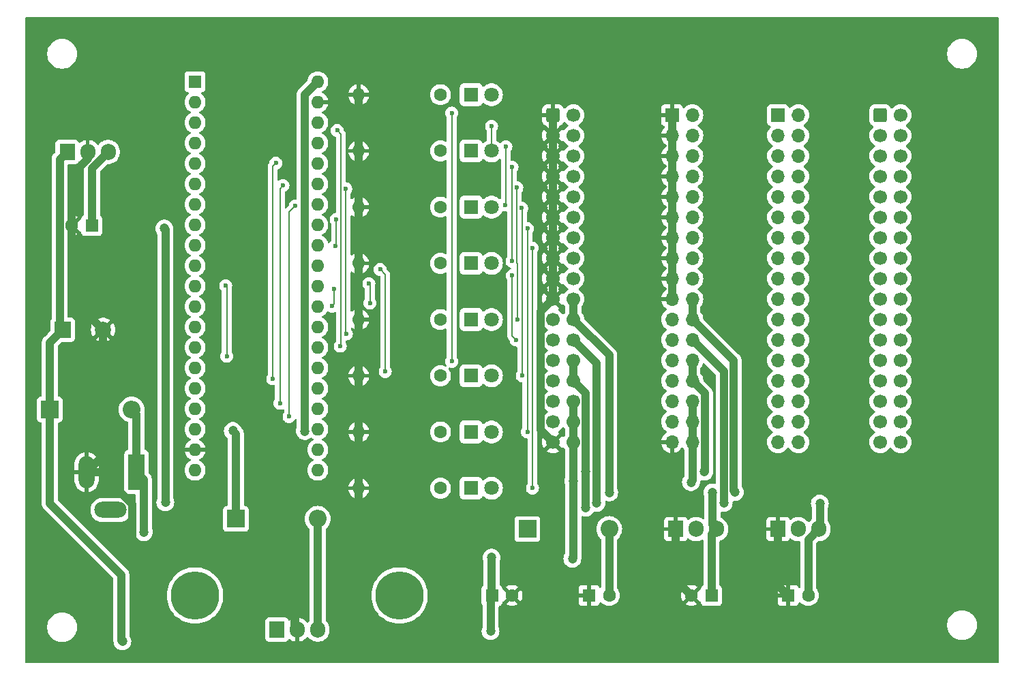
<source format=gbr>
%TF.GenerationSoftware,KiCad,Pcbnew,8.0.8*%
%TF.CreationDate,2025-02-17T18:47:30+01:00*%
%TF.ProjectId,Q1LMCKbdTester,51314c4d-434b-4626-9454-65737465722e,rev?*%
%TF.SameCoordinates,Original*%
%TF.FileFunction,Copper,L2,Bot*%
%TF.FilePolarity,Positive*%
%FSLAX46Y46*%
G04 Gerber Fmt 4.6, Leading zero omitted, Abs format (unit mm)*
G04 Created by KiCad (PCBNEW 8.0.8) date 2025-02-17 18:47:30*
%MOMM*%
%LPD*%
G01*
G04 APERTURE LIST*
G04 Aperture macros list*
%AMRoundRect*
0 Rectangle with rounded corners*
0 $1 Rounding radius*
0 $2 $3 $4 $5 $6 $7 $8 $9 X,Y pos of 4 corners*
0 Add a 4 corners polygon primitive as box body*
4,1,4,$2,$3,$4,$5,$6,$7,$8,$9,$2,$3,0*
0 Add four circle primitives for the rounded corners*
1,1,$1+$1,$2,$3*
1,1,$1+$1,$4,$5*
1,1,$1+$1,$6,$7*
1,1,$1+$1,$8,$9*
0 Add four rect primitives between the rounded corners*
20,1,$1+$1,$2,$3,$4,$5,0*
20,1,$1+$1,$4,$5,$6,$7,0*
20,1,$1+$1,$6,$7,$8,$9,0*
20,1,$1+$1,$8,$9,$2,$3,0*%
G04 Aperture macros list end*
%TA.AperFunction,ComponentPad*%
%ADD10R,1.905000X2.000000*%
%TD*%
%TA.AperFunction,ComponentPad*%
%ADD11O,1.905000X2.000000*%
%TD*%
%TA.AperFunction,ComponentPad*%
%ADD12R,1.600000X1.600000*%
%TD*%
%TA.AperFunction,ComponentPad*%
%ADD13O,1.600000X1.600000*%
%TD*%
%TA.AperFunction,ComponentPad*%
%ADD14C,1.600000*%
%TD*%
%TA.AperFunction,ComponentPad*%
%ADD15RoundRect,0.250000X-0.600000X-0.600000X0.600000X-0.600000X0.600000X0.600000X-0.600000X0.600000X0*%
%TD*%
%TA.AperFunction,ComponentPad*%
%ADD16C,1.700000*%
%TD*%
%TA.AperFunction,ComponentPad*%
%ADD17R,1.700000X1.700000*%
%TD*%
%TA.AperFunction,ComponentPad*%
%ADD18O,1.700000X1.700000*%
%TD*%
%TA.AperFunction,ComponentPad*%
%ADD19R,2.000000X4.500000*%
%TD*%
%TA.AperFunction,ComponentPad*%
%ADD20O,2.000000X4.000000*%
%TD*%
%TA.AperFunction,ComponentPad*%
%ADD21O,4.000000X2.000000*%
%TD*%
%TA.AperFunction,ComponentPad*%
%ADD22C,6.000000*%
%TD*%
%TA.AperFunction,ComponentPad*%
%ADD23R,1.800000X1.800000*%
%TD*%
%TA.AperFunction,ComponentPad*%
%ADD24C,1.800000*%
%TD*%
%TA.AperFunction,ComponentPad*%
%ADD25R,2.200000X2.200000*%
%TD*%
%TA.AperFunction,ComponentPad*%
%ADD26O,2.200000X2.200000*%
%TD*%
%TA.AperFunction,ComponentPad*%
%ADD27R,2.000000X2.000000*%
%TD*%
%TA.AperFunction,ComponentPad*%
%ADD28C,2.000000*%
%TD*%
%TA.AperFunction,ViaPad*%
%ADD29C,0.600000*%
%TD*%
%TA.AperFunction,ViaPad*%
%ADD30C,1.200000*%
%TD*%
%TA.AperFunction,Conductor*%
%ADD31C,0.200000*%
%TD*%
%TA.AperFunction,Conductor*%
%ADD32C,1.000000*%
%TD*%
G04 APERTURE END LIST*
D10*
%TO.P,U5,1,IN*%
%TO.N,Net-(D2-K)*%
X97155000Y-47752000D03*
D11*
%TO.P,U5,2,GND*%
%TO.N,GND*%
X99695000Y-47752000D03*
%TO.P,U5,3,OUT*%
%TO.N,+12V*%
X102235000Y-47752000D03*
%TD*%
D10*
%TO.P,U4,1,IN*%
%TO.N,Net-(D2-K)*%
X123190000Y-107117000D03*
D11*
%TO.P,U4,2,GND*%
%TO.N,GND*%
X125730000Y-107117000D03*
%TO.P,U4,3,OUT*%
%TO.N,+5V*%
X128270000Y-107117000D03*
%TD*%
D10*
%TO.P,U3,1,GND*%
%TO.N,GND*%
X185420000Y-94615000D03*
D11*
%TO.P,U3,2,VI*%
%TO.N,Net-(D1-A)*%
X187960000Y-94615000D03*
%TO.P,U3,3,VO*%
%TO.N,-5V*%
X190500000Y-94615000D03*
%TD*%
D10*
%TO.P,U2,1,GND*%
%TO.N,GND*%
X172720000Y-94615000D03*
D11*
%TO.P,U2,2,VI*%
%TO.N,Net-(D1-A)*%
X175260000Y-94615000D03*
%TO.P,U2,3,VO*%
%TO.N,-12V*%
X177800000Y-94615000D03*
%TD*%
D12*
%TO.P,U1,1,PB12*%
%TO.N,unconnected-(U1-PB12-Pad1)*%
X113030000Y-39038000D03*
D13*
%TO.P,U1,2,PB13*%
%TO.N,unconnected-(U1-PB13-Pad2)*%
X113030000Y-41578000D03*
%TO.P,U1,3,PB14*%
%TO.N,unconnected-(U1-PB14-Pad3)*%
X113030000Y-44118000D03*
%TO.P,U1,4,PB15*%
%TO.N,unconnected-(U1-PB15-Pad4)*%
X113030000Y-46658000D03*
%TO.P,U1,5,PA8*%
%TO.N,unconnected-(U1-PA8-Pad5)*%
X113030000Y-49198000D03*
%TO.P,U1,6,PA9*%
%TO.N,unconnected-(U1-PA9-Pad6)*%
X113030000Y-51738000D03*
%TO.P,U1,7,PA10*%
%TO.N,unconnected-(U1-PA10-Pad7)*%
X113030000Y-54278000D03*
%TO.P,U1,8,PA11*%
%TO.N,unconnected-(U1-PA11-Pad8)*%
X113030000Y-56818000D03*
%TO.P,U1,9,PA12*%
%TO.N,unconnected-(U1-PA12-Pad9)*%
X113030000Y-59358000D03*
%TO.P,U1,10,PA15*%
%TO.N,unconnected-(U1-PA15-Pad10)*%
X113030000Y-61898000D03*
%TO.P,U1,11,PB3*%
%TO.N,/LED3*%
X113030000Y-64438000D03*
%TO.P,U1,12,PB4*%
%TO.N,/MODE0*%
X113030000Y-66978000D03*
%TO.P,U1,13,PB5*%
%TO.N,/MODE1*%
X113030000Y-69518000D03*
%TO.P,U1,14,PB6*%
%TO.N,/STROBE*%
X113030000Y-72058000D03*
%TO.P,U1,15,PB7*%
%TO.N,unconnected-(U1-PB7-Pad15)*%
X113030000Y-74598000D03*
%TO.P,U1,16,PB8*%
%TO.N,unconnected-(U1-PB8-Pad16)*%
X113030000Y-77138000D03*
%TO.P,U1,17,PB9*%
%TO.N,unconnected-(U1-PB9-Pad17)*%
X113030000Y-79678000D03*
%TO.P,U1,18,5V*%
%TO.N,Net-(D3-K)*%
X113030000Y-82218000D03*
%TO.P,U1,19,GND*%
%TO.N,GND*%
X113030000Y-84758000D03*
%TO.P,U1,20,3V3*%
%TO.N,unconnected-(U1-3V3-Pad20)*%
X113030000Y-87298000D03*
%TO.P,U1,21,VBAT*%
%TO.N,unconnected-(U1-VBAT-Pad21)*%
X128270000Y-87298000D03*
%TO.P,U1,22,PC13*%
%TO.N,unconnected-(U1-PC13-Pad22)*%
X128270000Y-84758000D03*
%TO.P,U1,23,PC14*%
%TO.N,unconnected-(U1-PC14-Pad23)*%
X128270000Y-82218000D03*
%TO.P,U1,24,PC15*%
%TO.N,unconnected-(U1-PC15-Pad24)*%
X128270000Y-79678000D03*
%TO.P,U1,25,NRST*%
%TO.N,unconnected-(U1-NRST-Pad25)*%
X128270000Y-77138000D03*
%TO.P,U1,26,PA0*%
%TO.N,/D0*%
X128270000Y-74598000D03*
%TO.P,U1,27,PA1*%
%TO.N,/D1*%
X128270000Y-72058000D03*
%TO.P,U1,28,PA2*%
%TO.N,/D2*%
X128270000Y-69518000D03*
%TO.P,U1,29,PA3*%
%TO.N,/D3*%
X128270000Y-66978000D03*
%TO.P,U1,30,PA4*%
%TO.N,/D4*%
X128270000Y-64438000D03*
%TO.P,U1,31,PA5*%
%TO.N,/D5*%
X128270000Y-61898000D03*
%TO.P,U1,32,PA6*%
%TO.N,/D6*%
X128270000Y-59358000D03*
%TO.P,U1,33,PA7*%
%TO.N,/D7*%
X128270000Y-56818000D03*
%TO.P,U1,34,PB0*%
%TO.N,/LED0*%
X128270000Y-54278000D03*
%TO.P,U1,35,PB1*%
%TO.N,/LED1*%
X128270000Y-51738000D03*
%TO.P,U1,36,PB2*%
%TO.N,/LED2*%
X128270000Y-49198000D03*
%TO.P,U1,37,PB10*%
%TO.N,unconnected-(U1-PB10-Pad37)*%
X128270000Y-46658000D03*
%TO.P,U1,38,3V3*%
%TO.N,unconnected-(U1-3V3-Pad38)*%
X128270000Y-44118000D03*
%TO.P,U1,39,GND*%
%TO.N,GND*%
X128270000Y-41578000D03*
%TO.P,U1,40,+5V*%
%TO.N,Net-(D3-K)*%
X128270000Y-39038000D03*
%TD*%
D14*
%TO.P,R8,1*%
%TO.N,Net-(D11-K)*%
X143510000Y-89535000D03*
D13*
%TO.P,R8,2*%
%TO.N,GND*%
X133350000Y-89535000D03*
%TD*%
D14*
%TO.P,R7,1*%
%TO.N,Net-(D10-K)*%
X143510000Y-82550000D03*
D13*
%TO.P,R7,2*%
%TO.N,GND*%
X133350000Y-82550000D03*
%TD*%
D14*
%TO.P,R6,1*%
%TO.N,Net-(D9-K)*%
X143510000Y-75565000D03*
D13*
%TO.P,R6,2*%
%TO.N,GND*%
X133350000Y-75565000D03*
%TD*%
D14*
%TO.P,R5,1*%
%TO.N,Net-(D8-K)*%
X143510000Y-68580000D03*
D13*
%TO.P,R5,2*%
%TO.N,GND*%
X133350000Y-68580000D03*
%TD*%
D14*
%TO.P,R4,1*%
%TO.N,Net-(D7-K)*%
X143510000Y-61595000D03*
D13*
%TO.P,R4,2*%
%TO.N,GND*%
X133350000Y-61595000D03*
%TD*%
D14*
%TO.P,R3,1*%
%TO.N,Net-(D6-K)*%
X143510000Y-54610000D03*
D13*
%TO.P,R3,2*%
%TO.N,GND*%
X133350000Y-54610000D03*
%TD*%
%TO.P,R2,2*%
%TO.N,GND*%
X133350000Y-47625000D03*
D14*
%TO.P,R2,1*%
%TO.N,Net-(D5-K)*%
X143510000Y-47625000D03*
%TD*%
%TO.P,R1,1*%
%TO.N,Net-(D4-K)*%
X143510000Y-40640000D03*
D13*
%TO.P,R1,2*%
%TO.N,GND*%
X133350000Y-40640000D03*
%TD*%
D15*
%TO.P,J5,1,Pin_1*%
%TO.N,Net-(J4-Pin_1)*%
X198120000Y-43180000D03*
D16*
%TO.P,J5,2,Pin_2*%
%TO.N,Net-(J4-Pin_2)*%
X200660000Y-43180000D03*
%TO.P,J5,3,Pin_3*%
%TO.N,Net-(J4-Pin_3)*%
X198120000Y-45720000D03*
%TO.P,J5,4,Pin_4*%
%TO.N,Net-(J4-Pin_4)*%
X200660000Y-45720000D03*
%TO.P,J5,5,Pin_5*%
%TO.N,Net-(J4-Pin_5)*%
X198120000Y-48260000D03*
%TO.P,J5,6,Pin_6*%
%TO.N,Net-(J4-Pin_6)*%
X200660000Y-48260000D03*
%TO.P,J5,7,Pin_7*%
%TO.N,Net-(J4-Pin_7)*%
X198120000Y-50800000D03*
%TO.P,J5,8,Pin_8*%
%TO.N,Net-(J4-Pin_8)*%
X200660000Y-50800000D03*
%TO.P,J5,9,Pin_9*%
%TO.N,Net-(J4-Pin_9)*%
X198120000Y-53340000D03*
%TO.P,J5,10,Pin_10*%
%TO.N,Net-(J4-Pin_10)*%
X200660000Y-53340000D03*
%TO.P,J5,11,Pin_11*%
%TO.N,Net-(J4-Pin_11)*%
X198120000Y-55880000D03*
%TO.P,J5,12,Pin_12*%
%TO.N,Net-(J4-Pin_12)*%
X200660000Y-55880000D03*
%TO.P,J5,13,Pin_13*%
%TO.N,Net-(J4-Pin_13)*%
X198120000Y-58420000D03*
%TO.P,J5,14,Pin_14*%
%TO.N,Net-(J4-Pin_14)*%
X200660000Y-58420000D03*
%TO.P,J5,15,Pin_15*%
%TO.N,Net-(J4-Pin_15)*%
X198120000Y-60960000D03*
%TO.P,J5,16,Pin_16*%
%TO.N,Net-(J4-Pin_16)*%
X200660000Y-60960000D03*
%TO.P,J5,17,Pin_17*%
%TO.N,Net-(J4-Pin_17)*%
X198120000Y-63500000D03*
%TO.P,J5,18,Pin_18*%
%TO.N,Net-(J4-Pin_18)*%
X200660000Y-63500000D03*
%TO.P,J5,19,Pin_19*%
%TO.N,Net-(J4-Pin_19)*%
X198120000Y-66040000D03*
%TO.P,J5,20,Pin_20*%
%TO.N,Net-(J4-Pin_20)*%
X200660000Y-66040000D03*
%TO.P,J5,21,Pin_21*%
%TO.N,Net-(J4-Pin_21)*%
X198120000Y-68580000D03*
%TO.P,J5,22,Pin_22*%
%TO.N,Net-(J4-Pin_22)*%
X200660000Y-68580000D03*
%TO.P,J5,23,Pin_23*%
%TO.N,Net-(J4-Pin_23)*%
X198120000Y-71120000D03*
%TO.P,J5,24,Pin_24*%
%TO.N,Net-(J4-Pin_24)*%
X200660000Y-71120000D03*
%TO.P,J5,25,Pin_25*%
%TO.N,Net-(J4-Pin_25)*%
X198120000Y-73660000D03*
%TO.P,J5,26,Pin_26*%
%TO.N,Net-(J4-Pin_26)*%
X200660000Y-73660000D03*
%TO.P,J5,27,Pin_27*%
%TO.N,Net-(J4-Pin_27)*%
X198120000Y-76200000D03*
%TO.P,J5,28,Pin_28*%
%TO.N,Net-(J4-Pin_28)*%
X200660000Y-76200000D03*
%TO.P,J5,29,Pin_29*%
%TO.N,Net-(J4-Pin_29)*%
X198120000Y-78740000D03*
%TO.P,J5,30,Pin_30*%
%TO.N,Net-(J4-Pin_30)*%
X200660000Y-78740000D03*
%TO.P,J5,31,Pin_31*%
%TO.N,Net-(J4-Pin_31)*%
X198120000Y-81280000D03*
%TO.P,J5,32,Pin_32*%
%TO.N,Net-(J4-Pin_32)*%
X200660000Y-81280000D03*
%TO.P,J5,33,Pin_33*%
%TO.N,Net-(J4-Pin_33)*%
X198120000Y-83820000D03*
%TO.P,J5,34,Pin_34*%
%TO.N,Net-(J4-Pin_34)*%
X200660000Y-83820000D03*
%TD*%
D17*
%TO.P,J4,1,Pin_1*%
%TO.N,Net-(J4-Pin_1)*%
X185420000Y-43180000D03*
D18*
%TO.P,J4,2,Pin_2*%
%TO.N,Net-(J4-Pin_2)*%
X187960000Y-43180000D03*
%TO.P,J4,3,Pin_3*%
%TO.N,Net-(J4-Pin_3)*%
X185420000Y-45720000D03*
%TO.P,J4,4,Pin_4*%
%TO.N,Net-(J4-Pin_4)*%
X187960000Y-45720000D03*
%TO.P,J4,5,Pin_5*%
%TO.N,Net-(J4-Pin_5)*%
X185420000Y-48260000D03*
%TO.P,J4,6,Pin_6*%
%TO.N,Net-(J4-Pin_6)*%
X187960000Y-48260000D03*
%TO.P,J4,7,Pin_7*%
%TO.N,Net-(J4-Pin_7)*%
X185420000Y-50800000D03*
%TO.P,J4,8,Pin_8*%
%TO.N,Net-(J4-Pin_8)*%
X187960000Y-50800000D03*
%TO.P,J4,9,Pin_9*%
%TO.N,Net-(J4-Pin_9)*%
X185420000Y-53340000D03*
%TO.P,J4,10,Pin_10*%
%TO.N,Net-(J4-Pin_10)*%
X187960000Y-53340000D03*
%TO.P,J4,11,Pin_11*%
%TO.N,Net-(J4-Pin_11)*%
X185420000Y-55880000D03*
%TO.P,J4,12,Pin_12*%
%TO.N,Net-(J4-Pin_12)*%
X187960000Y-55880000D03*
%TO.P,J4,13,Pin_13*%
%TO.N,Net-(J4-Pin_13)*%
X185420000Y-58420000D03*
%TO.P,J4,14,Pin_14*%
%TO.N,Net-(J4-Pin_14)*%
X187960000Y-58420000D03*
%TO.P,J4,15,Pin_15*%
%TO.N,Net-(J4-Pin_15)*%
X185420000Y-60960000D03*
%TO.P,J4,16,Pin_16*%
%TO.N,Net-(J4-Pin_16)*%
X187960000Y-60960000D03*
%TO.P,J4,17,Pin_17*%
%TO.N,Net-(J4-Pin_17)*%
X185420000Y-63500000D03*
%TO.P,J4,18,Pin_18*%
%TO.N,Net-(J4-Pin_18)*%
X187960000Y-63500000D03*
%TO.P,J4,19,Pin_19*%
%TO.N,Net-(J4-Pin_19)*%
X185420000Y-66040000D03*
%TO.P,J4,20,Pin_20*%
%TO.N,Net-(J4-Pin_20)*%
X187960000Y-66040000D03*
%TO.P,J4,21,Pin_21*%
%TO.N,Net-(J4-Pin_21)*%
X185420000Y-68580000D03*
%TO.P,J4,22,Pin_22*%
%TO.N,Net-(J4-Pin_22)*%
X187960000Y-68580000D03*
%TO.P,J4,23,Pin_23*%
%TO.N,Net-(J4-Pin_23)*%
X185420000Y-71120000D03*
%TO.P,J4,24,Pin_24*%
%TO.N,Net-(J4-Pin_24)*%
X187960000Y-71120000D03*
%TO.P,J4,25,Pin_25*%
%TO.N,Net-(J4-Pin_25)*%
X185420000Y-73660000D03*
%TO.P,J4,26,Pin_26*%
%TO.N,Net-(J4-Pin_26)*%
X187960000Y-73660000D03*
%TO.P,J4,27,Pin_27*%
%TO.N,Net-(J4-Pin_27)*%
X185420000Y-76200000D03*
%TO.P,J4,28,Pin_28*%
%TO.N,Net-(J4-Pin_28)*%
X187960000Y-76200000D03*
%TO.P,J4,29,Pin_29*%
%TO.N,Net-(J4-Pin_29)*%
X185420000Y-78740000D03*
%TO.P,J4,30,Pin_30*%
%TO.N,Net-(J4-Pin_30)*%
X187960000Y-78740000D03*
%TO.P,J4,31,Pin_31*%
%TO.N,Net-(J4-Pin_31)*%
X185420000Y-81280000D03*
%TO.P,J4,32,Pin_32*%
%TO.N,Net-(J4-Pin_32)*%
X187960000Y-81280000D03*
%TO.P,J4,33,Pin_33*%
%TO.N,Net-(J4-Pin_33)*%
X185420000Y-83820000D03*
%TO.P,J4,34,Pin_34*%
%TO.N,Net-(J4-Pin_34)*%
X187960000Y-83820000D03*
%TD*%
D17*
%TO.P,J3,1,Pin_1*%
%TO.N,GND*%
X172262800Y-43180000D03*
D18*
%TO.P,J3,2,Pin_2*%
%TO.N,/D0*%
X174802800Y-43180000D03*
%TO.P,J3,3,Pin_3*%
%TO.N,GND*%
X172262800Y-45720000D03*
%TO.P,J3,4,Pin_4*%
%TO.N,/D1*%
X174802800Y-45720000D03*
%TO.P,J3,5,Pin_5*%
%TO.N,GND*%
X172262800Y-48260000D03*
%TO.P,J3,6,Pin_6*%
%TO.N,/D2*%
X174802800Y-48260000D03*
%TO.P,J3,7,Pin_7*%
%TO.N,GND*%
X172262800Y-50800000D03*
%TO.P,J3,8,Pin_8*%
%TO.N,/D3*%
X174802800Y-50800000D03*
%TO.P,J3,9,Pin_9*%
%TO.N,GND*%
X172262800Y-53340000D03*
%TO.P,J3,10,Pin_10*%
%TO.N,/D4*%
X174802800Y-53340000D03*
%TO.P,J3,11,Pin_11*%
%TO.N,GND*%
X172262800Y-55880000D03*
%TO.P,J3,12,Pin_12*%
%TO.N,/D5*%
X174802800Y-55880000D03*
%TO.P,J3,13,Pin_13*%
%TO.N,GND*%
X172262800Y-58420000D03*
%TO.P,J3,14,Pin_14*%
%TO.N,/D6*%
X174802800Y-58420000D03*
%TO.P,J3,15,Pin_15*%
%TO.N,GND*%
X172262800Y-60960000D03*
%TO.P,J3,16,Pin_16*%
%TO.N,/D7*%
X174802800Y-60960000D03*
%TO.P,J3,17,Pin_17*%
%TO.N,GND*%
X172262800Y-63500000D03*
%TO.P,J3,18,Pin_18*%
%TO.N,/STROBE*%
X174802800Y-63500000D03*
%TO.P,J3,19,Pin_19*%
%TO.N,GND*%
X172262800Y-66040000D03*
%TO.P,J3,20,Pin_20*%
%TO.N,-12V*%
X174802800Y-66040000D03*
%TO.P,J3,21,Pin_21*%
%TO.N,/MODE0*%
X172262800Y-68580000D03*
%TO.P,J3,22,Pin_22*%
%TO.N,-12V*%
X174802800Y-68580000D03*
%TO.P,J3,23,Pin_23*%
%TO.N,/MODE1*%
X172262800Y-71120000D03*
%TO.P,J3,24,Pin_24*%
%TO.N,-5V*%
X174802800Y-71120000D03*
%TO.P,J3,25,Pin_25*%
%TO.N,/LED3*%
X172262800Y-73660000D03*
%TO.P,J3,26,Pin_26*%
%TO.N,+12V*%
X174802800Y-73660000D03*
%TO.P,J3,27,Pin_27*%
%TO.N,/LED2*%
X172262800Y-76200000D03*
%TO.P,J3,28,Pin_28*%
%TO.N,+12V*%
X174802800Y-76200000D03*
%TO.P,J3,29,Pin_29*%
%TO.N,/LED1*%
X172262800Y-78740000D03*
%TO.P,J3,30,Pin_30*%
%TO.N,+5V*%
X174802800Y-78740000D03*
%TO.P,J3,31,Pin_31*%
%TO.N,/LED0*%
X172262800Y-81280000D03*
%TO.P,J3,32,Pin_32*%
%TO.N,+5V*%
X174802800Y-81280000D03*
%TO.P,J3,33,Pin_33*%
%TO.N,GND*%
X172262800Y-83820000D03*
%TO.P,J3,34,Pin_34*%
%TO.N,+5V*%
X174802800Y-83820000D03*
%TD*%
D15*
%TO.P,J2,1,Pin_1*%
%TO.N,GND*%
X157480000Y-43180000D03*
D16*
%TO.P,J2,2,Pin_2*%
%TO.N,/D0*%
X160020000Y-43180000D03*
%TO.P,J2,3,Pin_3*%
%TO.N,GND*%
X157480000Y-45720000D03*
%TO.P,J2,4,Pin_4*%
%TO.N,/D1*%
X160020000Y-45720000D03*
%TO.P,J2,5,Pin_5*%
%TO.N,GND*%
X157480000Y-48260000D03*
%TO.P,J2,6,Pin_6*%
%TO.N,/D2*%
X160020000Y-48260000D03*
%TO.P,J2,7,Pin_7*%
%TO.N,GND*%
X157480000Y-50800000D03*
%TO.P,J2,8,Pin_8*%
%TO.N,/D3*%
X160020000Y-50800000D03*
%TO.P,J2,9,Pin_9*%
%TO.N,GND*%
X157480000Y-53340000D03*
%TO.P,J2,10,Pin_10*%
%TO.N,/D4*%
X160020000Y-53340000D03*
%TO.P,J2,11,Pin_11*%
%TO.N,GND*%
X157480000Y-55880000D03*
%TO.P,J2,12,Pin_12*%
%TO.N,/D5*%
X160020000Y-55880000D03*
%TO.P,J2,13,Pin_13*%
%TO.N,GND*%
X157480000Y-58420000D03*
%TO.P,J2,14,Pin_14*%
%TO.N,/D6*%
X160020000Y-58420000D03*
%TO.P,J2,15,Pin_15*%
%TO.N,GND*%
X157480000Y-60960000D03*
%TO.P,J2,16,Pin_16*%
%TO.N,/D7*%
X160020000Y-60960000D03*
%TO.P,J2,17,Pin_17*%
%TO.N,GND*%
X157480000Y-63500000D03*
%TO.P,J2,18,Pin_18*%
%TO.N,/STROBE*%
X160020000Y-63500000D03*
%TO.P,J2,19,Pin_19*%
%TO.N,GND*%
X157480000Y-66040000D03*
%TO.P,J2,20,Pin_20*%
%TO.N,-12V*%
X160020000Y-66040000D03*
%TO.P,J2,21,Pin_21*%
%TO.N,/MODE0*%
X157480000Y-68580000D03*
%TO.P,J2,22,Pin_22*%
%TO.N,-12V*%
X160020000Y-68580000D03*
%TO.P,J2,23,Pin_23*%
%TO.N,/MODE1*%
X157480000Y-71120000D03*
%TO.P,J2,24,Pin_24*%
%TO.N,-5V*%
X160020000Y-71120000D03*
%TO.P,J2,25,Pin_25*%
%TO.N,/LED3*%
X157480000Y-73660000D03*
%TO.P,J2,26,Pin_26*%
%TO.N,+12V*%
X160020000Y-73660000D03*
%TO.P,J2,27,Pin_27*%
%TO.N,/LED2*%
X157480000Y-76200000D03*
%TO.P,J2,28,Pin_28*%
%TO.N,+12V*%
X160020000Y-76200000D03*
%TO.P,J2,29,Pin_29*%
%TO.N,/LED1*%
X157480000Y-78740000D03*
%TO.P,J2,30,Pin_30*%
%TO.N,+5V*%
X160020000Y-78740000D03*
%TO.P,J2,31,Pin_31*%
%TO.N,/LED0*%
X157480000Y-81280000D03*
%TO.P,J2,32,Pin_32*%
%TO.N,+5V*%
X160020000Y-81280000D03*
%TO.P,J2,33,Pin_33*%
%TO.N,GND*%
X157480000Y-83820000D03*
%TO.P,J2,34,Pin_34*%
%TO.N,+5V*%
X160020000Y-83820000D03*
%TD*%
D19*
%TO.P,J1,1*%
%TO.N,Net-(D1-K)*%
X105764000Y-87538000D03*
D20*
%TO.P,J1,2*%
%TO.N,GND*%
X99564000Y-87538000D03*
D21*
%TO.P,J1,3*%
%TO.N,unconnected-(J1-Pad3)*%
X102564000Y-92238000D03*
%TD*%
D22*
%TO.P,HS1,1*%
%TO.N,unconnected-(HS1-Pad1)_1*%
X138430000Y-102870000D03*
%TO.N,unconnected-(HS1-Pad1)*%
X113030000Y-102870000D03*
%TD*%
D23*
%TO.P,D11,1,K*%
%TO.N,Net-(D11-K)*%
X147315000Y-89535000D03*
D24*
%TO.P,D11,2,A*%
%TO.N,/D7*%
X149855000Y-89535000D03*
%TD*%
D23*
%TO.P,D10,1,K*%
%TO.N,Net-(D10-K)*%
X147315000Y-82550000D03*
D24*
%TO.P,D10,2,A*%
%TO.N,/D6*%
X149855000Y-82550000D03*
%TD*%
D23*
%TO.P,D9,1,K*%
%TO.N,Net-(D9-K)*%
X147315000Y-75565000D03*
D24*
%TO.P,D9,2,A*%
%TO.N,/D5*%
X149855000Y-75565000D03*
%TD*%
D23*
%TO.P,D8,1,K*%
%TO.N,Net-(D8-K)*%
X147320000Y-68580000D03*
D24*
%TO.P,D8,2,A*%
%TO.N,/D4*%
X149860000Y-68580000D03*
%TD*%
D23*
%TO.P,D7,1,K*%
%TO.N,Net-(D7-K)*%
X147315000Y-61595000D03*
D24*
%TO.P,D7,2,A*%
%TO.N,/D3*%
X149855000Y-61595000D03*
%TD*%
D23*
%TO.P,D6,1,K*%
%TO.N,Net-(D6-K)*%
X147320000Y-54610000D03*
D24*
%TO.P,D6,2,A*%
%TO.N,/D2*%
X149860000Y-54610000D03*
%TD*%
D23*
%TO.P,D5,1,K*%
%TO.N,Net-(D5-K)*%
X147315000Y-47625000D03*
D24*
%TO.P,D5,2,A*%
%TO.N,/D1*%
X149855000Y-47625000D03*
%TD*%
D23*
%TO.P,D4,1,K*%
%TO.N,Net-(D4-K)*%
X147320000Y-40640000D03*
D24*
%TO.P,D4,2,A*%
%TO.N,/D0*%
X149860000Y-40640000D03*
%TD*%
D25*
%TO.P,D3,1,K*%
%TO.N,Net-(D3-K)*%
X118110000Y-93345000D03*
D26*
%TO.P,D3,2,A*%
%TO.N,+5V*%
X128270000Y-93345000D03*
%TD*%
D25*
%TO.P,D2,1,K*%
%TO.N,Net-(D2-K)*%
X94996000Y-79756000D03*
D26*
%TO.P,D2,2,A*%
%TO.N,Net-(D1-K)*%
X105156000Y-79756000D03*
%TD*%
D25*
%TO.P,D1,1,K*%
%TO.N,Net-(D1-K)*%
X154305000Y-94615000D03*
D26*
%TO.P,D1,2,A*%
%TO.N,Net-(D1-A)*%
X164465000Y-94615000D03*
%TD*%
D12*
%TO.P,C6,1*%
%TO.N,+12V*%
X100221395Y-56896000D03*
D14*
%TO.P,C6,2*%
%TO.N,GND*%
X97721395Y-56896000D03*
%TD*%
D12*
%TO.P,C5,1*%
%TO.N,+5V*%
X149900000Y-102870000D03*
D14*
%TO.P,C5,2*%
%TO.N,GND*%
X152400000Y-102870000D03*
%TD*%
D12*
%TO.P,C4,1*%
%TO.N,GND*%
X186690000Y-102870000D03*
D14*
%TO.P,C4,2*%
%TO.N,-5V*%
X189190000Y-102870000D03*
%TD*%
D12*
%TO.P,C3,1*%
%TO.N,-12V*%
X177165000Y-102870000D03*
D14*
%TO.P,C3,2*%
%TO.N,GND*%
X174665000Y-102870000D03*
%TD*%
D12*
%TO.P,C2,1*%
%TO.N,GND*%
X161965000Y-102870000D03*
D14*
%TO.P,C2,2*%
%TO.N,Net-(D1-A)*%
X164465000Y-102870000D03*
%TD*%
D27*
%TO.P,C1,1*%
%TO.N,Net-(D2-K)*%
X96600000Y-69850000D03*
D28*
%TO.P,C1,2*%
%TO.N,GND*%
X101600000Y-69850000D03*
%TD*%
D29*
%TO.N,/D5*%
X136017000Y-62357000D03*
X136652000Y-75057000D03*
%TO.N,/D4*%
X134620000Y-64135000D03*
X134747000Y-66548000D03*
%TO.N,/D3*%
X130048000Y-66929000D03*
X130302000Y-64770000D03*
%TO.N,/D2*%
X131826000Y-70358000D03*
X131756000Y-52324000D03*
%TO.N,/D1*%
X131064000Y-71882000D03*
X130683000Y-45085000D03*
%TO.N,/D6*%
X130556000Y-56134000D03*
X130429000Y-59436000D03*
%TO.N,/LED3*%
X116840000Y-64389000D03*
X116967000Y-73152000D03*
%TO.N,/LED2*%
X123063000Y-49149000D03*
X122682000Y-75946000D03*
%TO.N,/LED1*%
X123952000Y-51943000D03*
X123571000Y-78994000D03*
%TO.N,/LED0*%
X124714000Y-80645000D03*
X125476000Y-54483000D03*
%TO.N,/STROBE*%
X152435000Y-63119000D03*
X152908000Y-71120000D03*
%TO.N,/D0*%
X144907000Y-42926000D03*
X144907000Y-73787000D03*
D30*
%TO.N,Net-(D3-K)*%
X126684279Y-82431302D03*
%TO.N,GND*%
X133350000Y-100076000D03*
%TO.N,Net-(D3-K)*%
X117729000Y-82423000D03*
%TO.N,GND*%
X125349000Y-100203000D03*
X107950000Y-99060000D03*
%TO.N,Net-(D2-K)*%
X104013000Y-108585000D03*
%TO.N,Net-(D1-K)*%
X106680000Y-94996000D03*
%TO.N,-12V*%
X180086000Y-90043000D03*
%TO.N,-5V*%
X178689000Y-91379405D03*
%TO.N,+12V*%
X176276000Y-87503000D03*
X161570000Y-87479405D03*
%TO.N,+5V*%
X174625000Y-88779405D03*
X160020000Y-88646000D03*
%TO.N,-12V*%
X177292000Y-90079405D03*
X164465000Y-90079405D03*
%TO.N,-5V*%
X190627000Y-91440000D03*
X162870000Y-91379405D03*
%TO.N,+12V*%
X109220000Y-57277000D03*
X161544000Y-91948000D03*
X109347000Y-91313000D03*
%TO.N,+5V*%
X149733000Y-107315000D03*
X149860000Y-98171000D03*
X159893000Y-98298000D03*
D29*
%TO.N,/D7*%
X154940000Y-89535000D03*
X154905000Y-59690000D03*
%TO.N,/D6*%
X154305000Y-82550000D03*
X154305000Y-57277000D03*
%TO.N,/D5*%
X153670000Y-75565000D03*
X153600000Y-54737000D03*
%TO.N,/D4*%
X153035000Y-68580000D03*
X153000000Y-52197000D03*
%TO.N,/D3*%
X152400000Y-61341000D03*
X152400000Y-49657000D03*
%TO.N,/D2*%
X151511000Y-54356000D03*
X151638000Y-47117000D03*
%TO.N,/D1*%
X149860000Y-44577000D03*
%TD*%
D31*
%TO.N,/D5*%
X136652000Y-75057000D02*
X136652000Y-62992000D01*
X136652000Y-62992000D02*
X136017000Y-62357000D01*
%TO.N,/D4*%
X134747000Y-64262000D02*
X134620000Y-64135000D01*
X134747000Y-66548000D02*
X134747000Y-64262000D01*
%TO.N,/D3*%
X130302000Y-64770000D02*
X130302000Y-66675000D01*
X130302000Y-66675000D02*
X130048000Y-66929000D01*
%TO.N,/D2*%
X131756000Y-52324000D02*
X131756000Y-70288000D01*
X131756000Y-70288000D02*
X131826000Y-70358000D01*
%TO.N,/D1*%
X131156000Y-71790000D02*
X131064000Y-71882000D01*
X131156000Y-45558000D02*
X131156000Y-71790000D01*
X130683000Y-45085000D02*
X131156000Y-45558000D01*
%TO.N,/D6*%
X130556000Y-56134000D02*
X130556000Y-59309000D01*
X130556000Y-59309000D02*
X130429000Y-59436000D01*
%TO.N,/LED3*%
X116967000Y-64516000D02*
X116840000Y-64389000D01*
X116967000Y-73152000D02*
X116967000Y-64516000D01*
%TO.N,/LED2*%
X122682000Y-75946000D02*
X122682000Y-49530000D01*
X122682000Y-49530000D02*
X123063000Y-49149000D01*
%TO.N,/LED1*%
X123571000Y-52324000D02*
X123952000Y-51943000D01*
X123571000Y-78994000D02*
X123571000Y-52324000D01*
%TO.N,/LED0*%
X124714000Y-55245000D02*
X125476000Y-54483000D01*
X124714000Y-80645000D02*
X124714000Y-55245000D01*
%TO.N,/STROBE*%
X152908000Y-71120000D02*
X152435000Y-70647000D01*
X152435000Y-70647000D02*
X152435000Y-63119000D01*
%TO.N,/D0*%
X144907000Y-73787000D02*
X144907000Y-42926000D01*
D32*
%TO.N,Net-(D3-K)*%
X126684279Y-40623721D02*
X126684279Y-82431302D01*
X128270000Y-39038000D02*
X126684279Y-40623721D01*
%TO.N,GND*%
X133350000Y-89535000D02*
X133350000Y-100076000D01*
X133350000Y-40640000D02*
X133350000Y-89535000D01*
%TO.N,Net-(D3-K)*%
X118110000Y-82804000D02*
X117729000Y-82423000D01*
X118110000Y-93345000D02*
X118110000Y-82804000D01*
%TO.N,+5V*%
X128270000Y-93345000D02*
X128270000Y-107117000D01*
%TO.N,GND*%
X105264000Y-96374000D02*
X107950000Y-99060000D01*
X99564000Y-87538000D02*
X101268163Y-87538000D01*
X105264000Y-91533837D02*
X105264000Y-96374000D01*
X101268163Y-87538000D02*
X105264000Y-91533837D01*
X125349000Y-100203000D02*
X125349000Y-106736000D01*
X125349000Y-106736000D02*
X125730000Y-107117000D01*
%TO.N,Net-(D2-K)*%
X103886000Y-108458000D02*
X104013000Y-108585000D01*
X103886000Y-100330000D02*
X103886000Y-108458000D01*
X94996000Y-79756000D02*
X94996000Y-91440000D01*
X94996000Y-91440000D02*
X103886000Y-100330000D01*
%TO.N,GND*%
X101600000Y-69850000D02*
X101600000Y-85502000D01*
X101600000Y-85502000D02*
X99564000Y-87538000D01*
X97721395Y-56896000D02*
X97721395Y-65971395D01*
X97721395Y-65971395D02*
X101600000Y-69850000D01*
X97721395Y-56896000D02*
X97721395Y-50538105D01*
X97721395Y-50538105D02*
X99695000Y-48564500D01*
X99695000Y-48564500D02*
X99695000Y-47752000D01*
%TO.N,+12V*%
X100221395Y-56896000D02*
X100221395Y-49765605D01*
X100221395Y-49765605D02*
X102235000Y-47752000D01*
%TO.N,Net-(D2-K)*%
X96600000Y-69850000D02*
X96221395Y-69471395D01*
X96221395Y-48685605D02*
X97155000Y-47752000D01*
X96221395Y-69471395D02*
X96221395Y-48685605D01*
X94996000Y-79756000D02*
X94996000Y-71454000D01*
X94996000Y-71454000D02*
X96600000Y-69850000D01*
%TO.N,Net-(D1-K)*%
X105764000Y-87538000D02*
X105764000Y-80364000D01*
X105764000Y-80364000D02*
X105156000Y-79756000D01*
X106680000Y-94996000D02*
X106680000Y-88454000D01*
X106680000Y-88454000D02*
X105764000Y-87538000D01*
%TO.N,Net-(D1-A)*%
X164465000Y-102870000D02*
X164465000Y-94615000D01*
%TO.N,-5V*%
X189190000Y-102870000D02*
X189190000Y-95925000D01*
X189190000Y-95925000D02*
X190500000Y-94615000D01*
%TO.N,-12V*%
X177165000Y-102870000D02*
X177165000Y-95250000D01*
X177165000Y-95250000D02*
X177800000Y-94615000D01*
%TO.N,GND*%
X172720000Y-94615000D02*
X172720000Y-100925000D01*
X172720000Y-100925000D02*
X174665000Y-102870000D01*
X185420000Y-94615000D02*
X185420000Y-101600000D01*
X185420000Y-101600000D02*
X186690000Y-102870000D01*
X157480000Y-83820000D02*
X155930000Y-82270000D01*
X155930000Y-67590000D02*
X157480000Y-66040000D01*
X155930000Y-82270000D02*
X155930000Y-67590000D01*
X172262800Y-43180000D02*
X172262800Y-66040000D01*
X157480000Y-43180000D02*
X157480000Y-66040000D01*
%TO.N,-12V*%
X179889000Y-73666200D02*
X179889000Y-89846000D01*
X179889000Y-89846000D02*
X180086000Y-90043000D01*
X174802800Y-68580000D02*
X179889000Y-73666200D01*
X174802800Y-66040000D02*
X174802800Y-68580000D01*
%TO.N,-5V*%
X174802800Y-71120000D02*
X178689000Y-75006200D01*
X178689000Y-75006200D02*
X178689000Y-91379405D01*
%TO.N,+12V*%
X176352800Y-87426200D02*
X176276000Y-87503000D01*
X176352800Y-77750000D02*
X176352800Y-87426200D01*
X174802800Y-76200000D02*
X176352800Y-77750000D01*
X174802800Y-73660000D02*
X174802800Y-76200000D01*
%TO.N,+5V*%
X174802800Y-78740000D02*
X174802800Y-88601605D01*
X160020000Y-88646000D02*
X160020000Y-98171000D01*
X160020000Y-78740000D02*
X160020000Y-88646000D01*
X174802800Y-88601605D02*
X174625000Y-88779405D01*
%TO.N,-12V*%
X177292000Y-94107000D02*
X177800000Y-94615000D01*
X160020000Y-68580000D02*
X164465000Y-73025000D01*
X164465000Y-73025000D02*
X164465000Y-90079405D01*
X177292000Y-90079405D02*
X177292000Y-94107000D01*
X160020000Y-66040000D02*
X160020000Y-68580000D01*
%TO.N,-5V*%
X190627000Y-94488000D02*
X190500000Y-94615000D01*
X160020000Y-71120000D02*
X162870000Y-73970000D01*
X162870000Y-73970000D02*
X162870000Y-91379405D01*
X190627000Y-91440000D02*
X190627000Y-94488000D01*
%TO.N,+12V*%
X109347000Y-57404000D02*
X109220000Y-57277000D01*
X160020000Y-76200000D02*
X161570000Y-77750000D01*
X161570000Y-91922000D02*
X161544000Y-91948000D01*
X161570000Y-77750000D02*
X161570000Y-91922000D01*
X109347000Y-91313000D02*
X109347000Y-57404000D01*
X160020000Y-73660000D02*
X160020000Y-76200000D01*
%TO.N,+5V*%
X149733000Y-107315000D02*
X149733000Y-103037000D01*
X149733000Y-103037000D02*
X149900000Y-102870000D01*
X149860000Y-98171000D02*
X149860000Y-102830000D01*
X149860000Y-102830000D02*
X149900000Y-102870000D01*
X160020000Y-98171000D02*
X159893000Y-98298000D01*
D31*
%TO.N,/D7*%
X154905000Y-59690000D02*
X154905000Y-82798529D01*
X154940000Y-82833529D02*
X154940000Y-89535000D01*
X154905000Y-82798529D02*
X154940000Y-82833529D01*
%TO.N,/D6*%
X154305000Y-57277000D02*
X154305000Y-82550000D01*
%TO.N,/D5*%
X153635000Y-54772000D02*
X153635000Y-75530000D01*
X153635000Y-75530000D02*
X153670000Y-75565000D01*
X153600000Y-54737000D02*
X153635000Y-54772000D01*
%TO.N,/D4*%
X153000000Y-52197000D02*
X153000000Y-61589529D01*
X153000000Y-61589529D02*
X153035000Y-61624529D01*
X153035000Y-61624529D02*
X153035000Y-68580000D01*
%TO.N,/D3*%
X152400000Y-49657000D02*
X152400000Y-61341000D01*
%TO.N,/D2*%
X151638000Y-54229000D02*
X151511000Y-54356000D01*
X151638000Y-47117000D02*
X151638000Y-54229000D01*
%TO.N,/D1*%
X149860000Y-44577000D02*
X149855000Y-44582000D01*
X149855000Y-44582000D02*
X149855000Y-47625000D01*
%TD*%
%TA.AperFunction,Conductor*%
%TO.N,GND*%
G36*
X98737477Y-48900472D02*
G01*
X98750940Y-48908988D01*
X98933723Y-49041788D01*
X99137431Y-49145582D01*
X99237118Y-49177973D01*
X99294794Y-49217410D01*
X99321992Y-49281769D01*
X99313361Y-49343356D01*
X99281433Y-49420436D01*
X99281433Y-49420439D01*
X99268799Y-49450943D01*
X99263006Y-49464930D01*
X99263002Y-49464938D01*
X99259345Y-49473764D01*
X99259342Y-49473775D01*
X99220895Y-49667059D01*
X99220895Y-55558819D01*
X99201210Y-55625858D01*
X99171207Y-55658085D01*
X99063847Y-55738455D01*
X98977601Y-55853664D01*
X98977597Y-55853671D01*
X98927303Y-55988517D01*
X98924940Y-56010500D01*
X98920896Y-56048123D01*
X98920717Y-56051452D01*
X98919242Y-56051372D01*
X98901210Y-56112784D01*
X98848406Y-56158539D01*
X98804917Y-56166029D01*
X98121395Y-56849551D01*
X98121395Y-56843339D01*
X98094136Y-56741606D01*
X98041475Y-56650394D01*
X97967001Y-56575920D01*
X97875789Y-56523259D01*
X97774056Y-56496000D01*
X97767841Y-56496000D01*
X98446867Y-55816974D01*
X98373873Y-55765863D01*
X98167726Y-55669735D01*
X98167712Y-55669730D01*
X97948005Y-55610860D01*
X97947994Y-55610858D01*
X97721397Y-55591034D01*
X97721393Y-55591034D01*
X97494795Y-55610858D01*
X97494784Y-55610860D01*
X97377988Y-55642155D01*
X97308138Y-55640492D01*
X97250275Y-55601329D01*
X97222772Y-55537100D01*
X97221895Y-55522380D01*
X97221895Y-49376499D01*
X97241580Y-49309460D01*
X97294384Y-49263705D01*
X97345895Y-49252499D01*
X98155371Y-49252499D01*
X98155372Y-49252499D01*
X98214983Y-49246091D01*
X98349831Y-49195796D01*
X98465046Y-49109546D01*
X98551296Y-48994331D01*
X98561872Y-48965974D01*
X98603740Y-48910041D01*
X98669204Y-48885622D01*
X98737477Y-48900472D01*
G37*
%TD.AperFunction*%
%TA.AperFunction,Conductor*%
G36*
X172512800Y-65606988D02*
G01*
X172455793Y-65574075D01*
X172328626Y-65540000D01*
X172196974Y-65540000D01*
X172069807Y-65574075D01*
X172012800Y-65606988D01*
X172012800Y-63933012D01*
X172069807Y-63965925D01*
X172196974Y-64000000D01*
X172328626Y-64000000D01*
X172455793Y-63965925D01*
X172512800Y-63933012D01*
X172512800Y-65606988D01*
G37*
%TD.AperFunction*%
%TA.AperFunction,Conductor*%
G36*
X172512800Y-63066988D02*
G01*
X172455793Y-63034075D01*
X172328626Y-63000000D01*
X172196974Y-63000000D01*
X172069807Y-63034075D01*
X172012800Y-63066988D01*
X172012800Y-61393012D01*
X172069807Y-61425925D01*
X172196974Y-61460000D01*
X172328626Y-61460000D01*
X172455793Y-61425925D01*
X172512800Y-61393012D01*
X172512800Y-63066988D01*
G37*
%TD.AperFunction*%
%TA.AperFunction,Conductor*%
G36*
X172512800Y-60526988D02*
G01*
X172455793Y-60494075D01*
X172328626Y-60460000D01*
X172196974Y-60460000D01*
X172069807Y-60494075D01*
X172012800Y-60526988D01*
X172012800Y-58853012D01*
X172069807Y-58885925D01*
X172196974Y-58920000D01*
X172328626Y-58920000D01*
X172455793Y-58885925D01*
X172512800Y-58853012D01*
X172512800Y-60526988D01*
G37*
%TD.AperFunction*%
%TA.AperFunction,Conductor*%
G36*
X172512800Y-57986988D02*
G01*
X172455793Y-57954075D01*
X172328626Y-57920000D01*
X172196974Y-57920000D01*
X172069807Y-57954075D01*
X172012800Y-57986988D01*
X172012800Y-56313012D01*
X172069807Y-56345925D01*
X172196974Y-56380000D01*
X172328626Y-56380000D01*
X172455793Y-56345925D01*
X172512800Y-56313012D01*
X172512800Y-57986988D01*
G37*
%TD.AperFunction*%
%TA.AperFunction,Conductor*%
G36*
X172512800Y-55446988D02*
G01*
X172455793Y-55414075D01*
X172328626Y-55380000D01*
X172196974Y-55380000D01*
X172069807Y-55414075D01*
X172012800Y-55446988D01*
X172012800Y-53773012D01*
X172069807Y-53805925D01*
X172196974Y-53840000D01*
X172328626Y-53840000D01*
X172455793Y-53805925D01*
X172512800Y-53773012D01*
X172512800Y-55446988D01*
G37*
%TD.AperFunction*%
%TA.AperFunction,Conductor*%
G36*
X172512800Y-52906988D02*
G01*
X172455793Y-52874075D01*
X172328626Y-52840000D01*
X172196974Y-52840000D01*
X172069807Y-52874075D01*
X172012800Y-52906988D01*
X172012800Y-51233012D01*
X172069807Y-51265925D01*
X172196974Y-51300000D01*
X172328626Y-51300000D01*
X172455793Y-51265925D01*
X172512800Y-51233012D01*
X172512800Y-52906988D01*
G37*
%TD.AperFunction*%
%TA.AperFunction,Conductor*%
G36*
X172512800Y-50366988D02*
G01*
X172455793Y-50334075D01*
X172328626Y-50300000D01*
X172196974Y-50300000D01*
X172069807Y-50334075D01*
X172012800Y-50366988D01*
X172012800Y-48693012D01*
X172069807Y-48725925D01*
X172196974Y-48760000D01*
X172328626Y-48760000D01*
X172455793Y-48725925D01*
X172512800Y-48693012D01*
X172512800Y-50366988D01*
G37*
%TD.AperFunction*%
%TA.AperFunction,Conductor*%
G36*
X172512800Y-47826988D02*
G01*
X172455793Y-47794075D01*
X172328626Y-47760000D01*
X172196974Y-47760000D01*
X172069807Y-47794075D01*
X172012800Y-47826988D01*
X172012800Y-46153012D01*
X172069807Y-46185925D01*
X172196974Y-46220000D01*
X172328626Y-46220000D01*
X172455793Y-46185925D01*
X172512800Y-46153012D01*
X172512800Y-47826988D01*
G37*
%TD.AperFunction*%
%TA.AperFunction,Conductor*%
G36*
X172512800Y-45286988D02*
G01*
X172455793Y-45254075D01*
X172328626Y-45220000D01*
X172196974Y-45220000D01*
X172069807Y-45254075D01*
X172012800Y-45286988D01*
X172012800Y-43613012D01*
X172069807Y-43645925D01*
X172196974Y-43680000D01*
X172328626Y-43680000D01*
X172455793Y-43645925D01*
X172512800Y-43613012D01*
X172512800Y-45286988D01*
G37*
%TD.AperFunction*%
%TA.AperFunction,Conductor*%
G36*
X158834855Y-81946546D02*
G01*
X158851575Y-81965842D01*
X158981501Y-82151396D01*
X158981506Y-82151402D01*
X158983181Y-82153077D01*
X158983682Y-82153995D01*
X158984982Y-82155544D01*
X158984670Y-82155805D01*
X159016666Y-82214400D01*
X159019500Y-82240758D01*
X159019500Y-82859241D01*
X158999815Y-82926280D01*
X158983181Y-82946922D01*
X158981508Y-82948594D01*
X158851269Y-83134595D01*
X158796692Y-83178219D01*
X158727193Y-83185412D01*
X158664839Y-83153890D01*
X158648119Y-83134595D01*
X158594925Y-83058626D01*
X157962962Y-83690590D01*
X157945925Y-83627007D01*
X157880099Y-83512993D01*
X157787007Y-83419901D01*
X157672993Y-83354075D01*
X157609409Y-83337037D01*
X158241372Y-82705073D01*
X158241372Y-82705072D01*
X158165405Y-82651879D01*
X158121780Y-82597302D01*
X158114588Y-82527804D01*
X158146110Y-82465449D01*
X158165406Y-82448730D01*
X158171173Y-82444692D01*
X158351401Y-82318495D01*
X158518495Y-82151401D01*
X158648425Y-81965842D01*
X158703002Y-81922217D01*
X158772500Y-81915023D01*
X158834855Y-81946546D01*
G37*
%TD.AperFunction*%
%TA.AperFunction,Conductor*%
G36*
X158594925Y-66801371D02*
G01*
X158648120Y-66725404D01*
X158702697Y-66681780D01*
X158772196Y-66674588D01*
X158834550Y-66706111D01*
X158851268Y-66725404D01*
X158981505Y-66911401D01*
X158981506Y-66911402D01*
X158983181Y-66913077D01*
X158983682Y-66913995D01*
X158984982Y-66915544D01*
X158984670Y-66915805D01*
X159016666Y-66974400D01*
X159019500Y-67000758D01*
X159019500Y-67619241D01*
X158999815Y-67686280D01*
X158983181Y-67706922D01*
X158981505Y-67708597D01*
X158851575Y-67894158D01*
X158796998Y-67937783D01*
X158727500Y-67944977D01*
X158665145Y-67913454D01*
X158648425Y-67894158D01*
X158518494Y-67708597D01*
X158351402Y-67541506D01*
X158351401Y-67541505D01*
X158165405Y-67411269D01*
X158121781Y-67356692D01*
X158114588Y-67287193D01*
X158146110Y-67224839D01*
X158165404Y-67208120D01*
X158241371Y-67154925D01*
X157609408Y-66522962D01*
X157672993Y-66505925D01*
X157787007Y-66440099D01*
X157880099Y-66347007D01*
X157945925Y-66232993D01*
X157962962Y-66169408D01*
X158594925Y-66801371D01*
G37*
%TD.AperFunction*%
%TA.AperFunction,Conductor*%
G36*
X158594925Y-64261371D02*
G01*
X158648120Y-64185404D01*
X158702697Y-64141780D01*
X158772196Y-64134588D01*
X158834550Y-64166111D01*
X158851268Y-64185404D01*
X158981505Y-64371401D01*
X158981506Y-64371402D01*
X159148597Y-64538493D01*
X159148603Y-64538498D01*
X159334158Y-64668425D01*
X159377783Y-64723002D01*
X159384977Y-64792500D01*
X159353454Y-64854855D01*
X159334158Y-64871575D01*
X159148597Y-65001505D01*
X158981508Y-65168594D01*
X158851269Y-65354595D01*
X158796692Y-65398219D01*
X158727193Y-65405412D01*
X158664839Y-65373890D01*
X158648119Y-65354595D01*
X158594925Y-65278626D01*
X157962962Y-65910589D01*
X157945925Y-65847007D01*
X157880099Y-65732993D01*
X157787007Y-65639901D01*
X157672993Y-65574075D01*
X157609409Y-65557037D01*
X158241372Y-64925073D01*
X158164969Y-64871575D01*
X158121344Y-64816998D01*
X158114152Y-64747499D01*
X158145674Y-64685144D01*
X158164968Y-64668426D01*
X158241371Y-64614925D01*
X157609408Y-63982962D01*
X157672993Y-63965925D01*
X157787007Y-63900099D01*
X157880099Y-63807007D01*
X157945925Y-63692993D01*
X157962962Y-63629408D01*
X158594925Y-64261371D01*
G37*
%TD.AperFunction*%
%TA.AperFunction,Conductor*%
G36*
X158594925Y-61721371D02*
G01*
X158648120Y-61645404D01*
X158702697Y-61601780D01*
X158772196Y-61594588D01*
X158834550Y-61626111D01*
X158851268Y-61645404D01*
X158981505Y-61831401D01*
X158981506Y-61831402D01*
X159148597Y-61998493D01*
X159148603Y-61998498D01*
X159334158Y-62128425D01*
X159377783Y-62183002D01*
X159384977Y-62252500D01*
X159353454Y-62314855D01*
X159334158Y-62331575D01*
X159148597Y-62461505D01*
X158981508Y-62628594D01*
X158851269Y-62814595D01*
X158796692Y-62858219D01*
X158727193Y-62865412D01*
X158664839Y-62833890D01*
X158648119Y-62814595D01*
X158594925Y-62738626D01*
X157962962Y-63370589D01*
X157945925Y-63307007D01*
X157880099Y-63192993D01*
X157787007Y-63099901D01*
X157672993Y-63034075D01*
X157609409Y-63017037D01*
X158241372Y-62385073D01*
X158164969Y-62331575D01*
X158121344Y-62276998D01*
X158114152Y-62207499D01*
X158145674Y-62145144D01*
X158164968Y-62128426D01*
X158241371Y-62074925D01*
X157609408Y-61442962D01*
X157672993Y-61425925D01*
X157787007Y-61360099D01*
X157880099Y-61267007D01*
X157945925Y-61152993D01*
X157962962Y-61089408D01*
X158594925Y-61721371D01*
G37*
%TD.AperFunction*%
%TA.AperFunction,Conductor*%
G36*
X158594925Y-59181371D02*
G01*
X158648120Y-59105404D01*
X158702697Y-59061780D01*
X158772196Y-59054588D01*
X158834550Y-59086111D01*
X158851268Y-59105404D01*
X158981505Y-59291401D01*
X158981506Y-59291402D01*
X159148597Y-59458493D01*
X159148603Y-59458498D01*
X159334158Y-59588425D01*
X159377783Y-59643002D01*
X159384977Y-59712500D01*
X159353454Y-59774855D01*
X159334158Y-59791575D01*
X159148597Y-59921505D01*
X158981508Y-60088594D01*
X158851269Y-60274595D01*
X158796692Y-60318219D01*
X158727193Y-60325412D01*
X158664839Y-60293890D01*
X158648119Y-60274595D01*
X158594925Y-60198626D01*
X157962962Y-60830589D01*
X157945925Y-60767007D01*
X157880099Y-60652993D01*
X157787007Y-60559901D01*
X157672993Y-60494075D01*
X157609409Y-60477037D01*
X158241372Y-59845073D01*
X158164969Y-59791575D01*
X158121344Y-59736998D01*
X158114152Y-59667499D01*
X158145674Y-59605144D01*
X158164968Y-59588426D01*
X158241371Y-59534925D01*
X157609408Y-58902962D01*
X157672993Y-58885925D01*
X157787007Y-58820099D01*
X157880099Y-58727007D01*
X157945925Y-58612993D01*
X157962962Y-58549408D01*
X158594925Y-59181371D01*
G37*
%TD.AperFunction*%
%TA.AperFunction,Conductor*%
G36*
X158594925Y-56641371D02*
G01*
X158648120Y-56565404D01*
X158702697Y-56521780D01*
X158772196Y-56514588D01*
X158834550Y-56546111D01*
X158851268Y-56565404D01*
X158981505Y-56751401D01*
X158981506Y-56751402D01*
X159148597Y-56918493D01*
X159148603Y-56918498D01*
X159334158Y-57048425D01*
X159377783Y-57103002D01*
X159384977Y-57172500D01*
X159353454Y-57234855D01*
X159334158Y-57251575D01*
X159148597Y-57381505D01*
X158981508Y-57548594D01*
X158851269Y-57734595D01*
X158796692Y-57778219D01*
X158727193Y-57785412D01*
X158664839Y-57753890D01*
X158648119Y-57734595D01*
X158594925Y-57658626D01*
X157962962Y-58290589D01*
X157945925Y-58227007D01*
X157880099Y-58112993D01*
X157787007Y-58019901D01*
X157672993Y-57954075D01*
X157609409Y-57937037D01*
X158241372Y-57305073D01*
X158164969Y-57251575D01*
X158121344Y-57196998D01*
X158114152Y-57127499D01*
X158145674Y-57065144D01*
X158164968Y-57048426D01*
X158241371Y-56994925D01*
X157609408Y-56362962D01*
X157672993Y-56345925D01*
X157787007Y-56280099D01*
X157880099Y-56187007D01*
X157945925Y-56072993D01*
X157962962Y-56009408D01*
X158594925Y-56641371D01*
G37*
%TD.AperFunction*%
%TA.AperFunction,Conductor*%
G36*
X158594925Y-54101371D02*
G01*
X158648120Y-54025404D01*
X158702697Y-53981780D01*
X158772196Y-53974588D01*
X158834550Y-54006111D01*
X158851268Y-54025404D01*
X158981505Y-54211401D01*
X158981506Y-54211402D01*
X159148597Y-54378493D01*
X159148603Y-54378498D01*
X159334158Y-54508425D01*
X159377783Y-54563002D01*
X159384977Y-54632500D01*
X159353454Y-54694855D01*
X159334158Y-54711575D01*
X159148597Y-54841505D01*
X158981508Y-55008594D01*
X158851269Y-55194595D01*
X158796692Y-55238219D01*
X158727193Y-55245412D01*
X158664839Y-55213890D01*
X158648119Y-55194595D01*
X158594925Y-55118626D01*
X157962962Y-55750589D01*
X157945925Y-55687007D01*
X157880099Y-55572993D01*
X157787007Y-55479901D01*
X157672993Y-55414075D01*
X157609409Y-55397037D01*
X158241372Y-54765073D01*
X158164969Y-54711575D01*
X158121344Y-54656998D01*
X158114152Y-54587499D01*
X158145674Y-54525144D01*
X158164968Y-54508426D01*
X158241371Y-54454925D01*
X157609408Y-53822962D01*
X157672993Y-53805925D01*
X157787007Y-53740099D01*
X157880099Y-53647007D01*
X157945925Y-53532993D01*
X157962962Y-53469408D01*
X158594925Y-54101371D01*
G37*
%TD.AperFunction*%
%TA.AperFunction,Conductor*%
G36*
X158594925Y-51561371D02*
G01*
X158648120Y-51485404D01*
X158702697Y-51441780D01*
X158772196Y-51434588D01*
X158834550Y-51466111D01*
X158851268Y-51485404D01*
X158981505Y-51671401D01*
X158981506Y-51671402D01*
X159148597Y-51838493D01*
X159148603Y-51838498D01*
X159334158Y-51968425D01*
X159377783Y-52023002D01*
X159384977Y-52092500D01*
X159353454Y-52154855D01*
X159334158Y-52171575D01*
X159148597Y-52301505D01*
X158981508Y-52468594D01*
X158851269Y-52654595D01*
X158796692Y-52698219D01*
X158727193Y-52705412D01*
X158664839Y-52673890D01*
X158648119Y-52654595D01*
X158594925Y-52578626D01*
X157962962Y-53210589D01*
X157945925Y-53147007D01*
X157880099Y-53032993D01*
X157787007Y-52939901D01*
X157672993Y-52874075D01*
X157609409Y-52857037D01*
X158241372Y-52225073D01*
X158164969Y-52171575D01*
X158121344Y-52116998D01*
X158114152Y-52047499D01*
X158145674Y-51985144D01*
X158164968Y-51968426D01*
X158241371Y-51914925D01*
X157609408Y-51282962D01*
X157672993Y-51265925D01*
X157787007Y-51200099D01*
X157880099Y-51107007D01*
X157945925Y-50992993D01*
X157962962Y-50929408D01*
X158594925Y-51561371D01*
G37*
%TD.AperFunction*%
%TA.AperFunction,Conductor*%
G36*
X158594925Y-49021371D02*
G01*
X158648120Y-48945404D01*
X158702697Y-48901780D01*
X158772196Y-48894588D01*
X158834550Y-48926111D01*
X158851268Y-48945404D01*
X158981505Y-49131401D01*
X158981506Y-49131402D01*
X159148597Y-49298493D01*
X159148603Y-49298498D01*
X159334158Y-49428425D01*
X159377783Y-49483002D01*
X159384977Y-49552500D01*
X159353454Y-49614855D01*
X159334158Y-49631575D01*
X159148597Y-49761505D01*
X158981508Y-49928594D01*
X158851269Y-50114595D01*
X158796692Y-50158219D01*
X158727193Y-50165412D01*
X158664839Y-50133890D01*
X158648119Y-50114595D01*
X158594925Y-50038626D01*
X157962962Y-50670589D01*
X157945925Y-50607007D01*
X157880099Y-50492993D01*
X157787007Y-50399901D01*
X157672993Y-50334075D01*
X157609409Y-50317037D01*
X158241372Y-49685073D01*
X158164969Y-49631575D01*
X158121344Y-49576998D01*
X158114152Y-49507499D01*
X158145674Y-49445144D01*
X158164968Y-49428426D01*
X158241371Y-49374925D01*
X157609408Y-48742962D01*
X157672993Y-48725925D01*
X157787007Y-48660099D01*
X157880099Y-48567007D01*
X157945925Y-48452993D01*
X157962962Y-48389408D01*
X158594925Y-49021371D01*
G37*
%TD.AperFunction*%
%TA.AperFunction,Conductor*%
G36*
X158594925Y-46481371D02*
G01*
X158648120Y-46405404D01*
X158702697Y-46361780D01*
X158772196Y-46354588D01*
X158834550Y-46386111D01*
X158851268Y-46405404D01*
X158981505Y-46591401D01*
X158981506Y-46591402D01*
X159148597Y-46758493D01*
X159148603Y-46758498D01*
X159334158Y-46888425D01*
X159377783Y-46943002D01*
X159384977Y-47012500D01*
X159353454Y-47074855D01*
X159334158Y-47091575D01*
X159148597Y-47221505D01*
X158981508Y-47388594D01*
X158851269Y-47574595D01*
X158796692Y-47618219D01*
X158727193Y-47625412D01*
X158664839Y-47593890D01*
X158648119Y-47574595D01*
X158594925Y-47498626D01*
X157962962Y-48130589D01*
X157945925Y-48067007D01*
X157880099Y-47952993D01*
X157787007Y-47859901D01*
X157672993Y-47794075D01*
X157609409Y-47777037D01*
X158241372Y-47145073D01*
X158164969Y-47091575D01*
X158121344Y-47036998D01*
X158114152Y-46967499D01*
X158145674Y-46905144D01*
X158164968Y-46888426D01*
X158241371Y-46834925D01*
X157609408Y-46202962D01*
X157672993Y-46185925D01*
X157787007Y-46120099D01*
X157880099Y-46027007D01*
X157945925Y-45912993D01*
X157962962Y-45849408D01*
X158594925Y-46481371D01*
G37*
%TD.AperFunction*%
%TA.AperFunction,Conductor*%
G36*
X158940346Y-44018331D02*
G01*
X158977568Y-44047681D01*
X158977677Y-44047573D01*
X158978590Y-44048486D01*
X158979976Y-44049579D01*
X158981505Y-44051401D01*
X159148597Y-44218493D01*
X159148603Y-44218498D01*
X159334158Y-44348425D01*
X159377783Y-44403002D01*
X159384977Y-44472500D01*
X159353454Y-44534855D01*
X159334158Y-44551575D01*
X159148597Y-44681505D01*
X158981508Y-44848594D01*
X158851269Y-45034595D01*
X158796692Y-45078219D01*
X158727193Y-45085412D01*
X158664839Y-45053890D01*
X158648119Y-45034595D01*
X158594925Y-44958626D01*
X157962962Y-45590589D01*
X157945925Y-45527007D01*
X157880099Y-45412993D01*
X157787007Y-45319901D01*
X157672993Y-45254075D01*
X157609409Y-45237037D01*
X158245604Y-44600841D01*
X158256165Y-44548295D01*
X158304780Y-44498112D01*
X158326922Y-44488282D01*
X158399119Y-44464358D01*
X158399124Y-44464356D01*
X158548345Y-44372315D01*
X158672315Y-44248345D01*
X158764356Y-44099124D01*
X158764357Y-44099120D01*
X158767284Y-44090289D01*
X158807055Y-44032843D01*
X158871570Y-44006018D01*
X158940346Y-44018331D01*
G37*
%TD.AperFunction*%
%TA.AperFunction,Conductor*%
G36*
X212802539Y-31000185D02*
G01*
X212848294Y-31052989D01*
X212859500Y-31104500D01*
X212859500Y-111135500D01*
X212839815Y-111202539D01*
X212787011Y-111248294D01*
X212735500Y-111259500D01*
X92064500Y-111259500D01*
X91997461Y-111239815D01*
X91951706Y-111187011D01*
X91940500Y-111135500D01*
X91940500Y-106685711D01*
X94669500Y-106685711D01*
X94669500Y-106928288D01*
X94701161Y-107168785D01*
X94763947Y-107403104D01*
X94838584Y-107583293D01*
X94856776Y-107627212D01*
X94978064Y-107837289D01*
X94978066Y-107837292D01*
X94978067Y-107837293D01*
X95125733Y-108029736D01*
X95125739Y-108029743D01*
X95297256Y-108201260D01*
X95297263Y-108201266D01*
X95327520Y-108224483D01*
X95489711Y-108348936D01*
X95699788Y-108470224D01*
X95923900Y-108563054D01*
X96158211Y-108625838D01*
X96338586Y-108649584D01*
X96398711Y-108657500D01*
X96398712Y-108657500D01*
X96641289Y-108657500D01*
X96689388Y-108651167D01*
X96881789Y-108625838D01*
X97116100Y-108563054D01*
X97340212Y-108470224D01*
X97550289Y-108348936D01*
X97742738Y-108201265D01*
X97914265Y-108029738D01*
X98061936Y-107837289D01*
X98183224Y-107627212D01*
X98276054Y-107403100D01*
X98338838Y-107168789D01*
X98370500Y-106928288D01*
X98370500Y-106685712D01*
X98338838Y-106445211D01*
X98276054Y-106210900D01*
X98274796Y-106207864D01*
X98239617Y-106122934D01*
X98183224Y-105986788D01*
X98061936Y-105776711D01*
X97982514Y-105673206D01*
X97914266Y-105584263D01*
X97914260Y-105584256D01*
X97742743Y-105412739D01*
X97742736Y-105412733D01*
X97550293Y-105265067D01*
X97550292Y-105265066D01*
X97550289Y-105265064D01*
X97340212Y-105143776D01*
X97340205Y-105143773D01*
X97116104Y-105050947D01*
X96881785Y-104988161D01*
X96641289Y-104956500D01*
X96641288Y-104956500D01*
X96398712Y-104956500D01*
X96398711Y-104956500D01*
X96158214Y-104988161D01*
X95923895Y-105050947D01*
X95699794Y-105143773D01*
X95699785Y-105143777D01*
X95489706Y-105265067D01*
X95297263Y-105412733D01*
X95297256Y-105412739D01*
X95125739Y-105584256D01*
X95125733Y-105584263D01*
X94978067Y-105776706D01*
X94856777Y-105986785D01*
X94856773Y-105986794D01*
X94763947Y-106210895D01*
X94701161Y-106445214D01*
X94669500Y-106685711D01*
X91940500Y-106685711D01*
X91940500Y-78608135D01*
X93395500Y-78608135D01*
X93395500Y-80903870D01*
X93395501Y-80903876D01*
X93401908Y-80963483D01*
X93452202Y-81098328D01*
X93452206Y-81098335D01*
X93538452Y-81213544D01*
X93538455Y-81213547D01*
X93653664Y-81299793D01*
X93653671Y-81299797D01*
X93698618Y-81316561D01*
X93788517Y-81350091D01*
X93848127Y-81356500D01*
X93871497Y-81356499D01*
X93938536Y-81376181D01*
X93984292Y-81428983D01*
X93995500Y-81480499D01*
X93995500Y-91538543D01*
X94008687Y-91604835D01*
X94008687Y-91604836D01*
X94033947Y-91731828D01*
X94033950Y-91731840D01*
X94053342Y-91778655D01*
X94109366Y-91913911D01*
X94109371Y-91913920D01*
X94218859Y-92077780D01*
X94218860Y-92077781D01*
X94218861Y-92077782D01*
X94358218Y-92217139D01*
X94358219Y-92217139D01*
X94365286Y-92224206D01*
X94365285Y-92224206D01*
X94365289Y-92224209D01*
X102849181Y-100708101D01*
X102882666Y-100769424D01*
X102885500Y-100795782D01*
X102885500Y-108556545D01*
X102921022Y-108735126D01*
X102922876Y-108747873D01*
X102926603Y-108788083D01*
X102982417Y-108984247D01*
X102982422Y-108984260D01*
X103073327Y-109166821D01*
X103196237Y-109329581D01*
X103346958Y-109466980D01*
X103346960Y-109466982D01*
X103446141Y-109528392D01*
X103520363Y-109574348D01*
X103710544Y-109648024D01*
X103911024Y-109685500D01*
X103911026Y-109685500D01*
X104114974Y-109685500D01*
X104114976Y-109685500D01*
X104315456Y-109648024D01*
X104505637Y-109574348D01*
X104679041Y-109466981D01*
X104829764Y-109329579D01*
X104952673Y-109166821D01*
X105043582Y-108984250D01*
X105099397Y-108788083D01*
X105118215Y-108585000D01*
X105116181Y-108563054D01*
X105099397Y-108381917D01*
X105077325Y-108304344D01*
X105043582Y-108185750D01*
X104998362Y-108094936D01*
X104952676Y-108003185D01*
X104952672Y-108003178D01*
X104911544Y-107948715D01*
X104886854Y-107883356D01*
X104886500Y-107873991D01*
X104886500Y-102869999D01*
X109524696Y-102869999D01*
X109524696Y-102870000D01*
X109543224Y-103223553D01*
X109543898Y-103236404D01*
X109601295Y-103598794D01*
X109685308Y-103912335D01*
X109696260Y-103953206D01*
X109827746Y-104295739D01*
X109994320Y-104622656D01*
X110194147Y-104930364D01*
X110366963Y-105143773D01*
X110425051Y-105215506D01*
X110684494Y-105474949D01*
X110684498Y-105474952D01*
X110969635Y-105705852D01*
X111229592Y-105874669D01*
X111277348Y-105905682D01*
X111604264Y-106072255D01*
X111946801Y-106203742D01*
X112301206Y-106298705D01*
X112663596Y-106356102D01*
X113009734Y-106374241D01*
X113029999Y-106375304D01*
X113030000Y-106375304D01*
X113030001Y-106375304D01*
X113049203Y-106374297D01*
X113396404Y-106356102D01*
X113758794Y-106298705D01*
X114113199Y-106203742D01*
X114455736Y-106072255D01*
X114461859Y-106069135D01*
X121737000Y-106069135D01*
X121737000Y-108164870D01*
X121737001Y-108164876D01*
X121743408Y-108224483D01*
X121793702Y-108359328D01*
X121793706Y-108359335D01*
X121879952Y-108474544D01*
X121879955Y-108474547D01*
X121995164Y-108560793D01*
X121995171Y-108560797D01*
X122130017Y-108611091D01*
X122130016Y-108611091D01*
X122136944Y-108611835D01*
X122189627Y-108617500D01*
X124190372Y-108617499D01*
X124249983Y-108611091D01*
X124384831Y-108560796D01*
X124500046Y-108474546D01*
X124586296Y-108359331D01*
X124596872Y-108330974D01*
X124638740Y-108275041D01*
X124704204Y-108250622D01*
X124772477Y-108265472D01*
X124785940Y-108273988D01*
X124968723Y-108406788D01*
X125172429Y-108510582D01*
X125389871Y-108581234D01*
X125480000Y-108595509D01*
X125480000Y-107607747D01*
X125517708Y-107629518D01*
X125657591Y-107667000D01*
X125802409Y-107667000D01*
X125942292Y-107629518D01*
X125980000Y-107607747D01*
X125980000Y-108595508D01*
X126070128Y-108581234D01*
X126287570Y-108510582D01*
X126491276Y-108406788D01*
X126676242Y-108272402D01*
X126837905Y-108110739D01*
X126899371Y-108026137D01*
X126954701Y-107983470D01*
X127024314Y-107977491D01*
X127086109Y-108010096D01*
X127100007Y-108026134D01*
X127161714Y-108111066D01*
X127323434Y-108272786D01*
X127508462Y-108407217D01*
X127640599Y-108474544D01*
X127712244Y-108511049D01*
X127929751Y-108581721D01*
X127929752Y-108581721D01*
X127929755Y-108581722D01*
X128155646Y-108617500D01*
X128155647Y-108617500D01*
X128384353Y-108617500D01*
X128384354Y-108617500D01*
X128610245Y-108581722D01*
X128610248Y-108581721D01*
X128610249Y-108581721D01*
X128827755Y-108511049D01*
X128827755Y-108511048D01*
X128827758Y-108511048D01*
X129031538Y-108407217D01*
X129216566Y-108272786D01*
X129378286Y-108111066D01*
X129512717Y-107926038D01*
X129616548Y-107722258D01*
X129647430Y-107627212D01*
X129687221Y-107504749D01*
X129687221Y-107504748D01*
X129687222Y-107504745D01*
X129723000Y-107278854D01*
X129723000Y-106955146D01*
X129687222Y-106729255D01*
X129687221Y-106729251D01*
X129687221Y-106729250D01*
X129616549Y-106511744D01*
X129547029Y-106375304D01*
X129512717Y-106307962D01*
X129378286Y-106122934D01*
X129306819Y-106051467D01*
X129273334Y-105990144D01*
X129270500Y-105963786D01*
X129270500Y-102869999D01*
X134924696Y-102869999D01*
X134924696Y-102870000D01*
X134943224Y-103223553D01*
X134943898Y-103236404D01*
X135001295Y-103598794D01*
X135085308Y-103912335D01*
X135096260Y-103953206D01*
X135227746Y-104295739D01*
X135394320Y-104622656D01*
X135594147Y-104930364D01*
X135766963Y-105143773D01*
X135825051Y-105215506D01*
X136084494Y-105474949D01*
X136084498Y-105474952D01*
X136369635Y-105705852D01*
X136629592Y-105874669D01*
X136677348Y-105905682D01*
X137004264Y-106072255D01*
X137346801Y-106203742D01*
X137701206Y-106298705D01*
X138063596Y-106356102D01*
X138409734Y-106374241D01*
X138429999Y-106375304D01*
X138430000Y-106375304D01*
X138430001Y-106375304D01*
X138449203Y-106374297D01*
X138796404Y-106356102D01*
X139158794Y-106298705D01*
X139513199Y-106203742D01*
X139855736Y-106072255D01*
X140182652Y-105905682D01*
X140490366Y-105705851D01*
X140775506Y-105474949D01*
X141034949Y-105215506D01*
X141265851Y-104930366D01*
X141465682Y-104622652D01*
X141632255Y-104295736D01*
X141763742Y-103953199D01*
X141858705Y-103598794D01*
X141916102Y-103236404D01*
X141935304Y-102870000D01*
X141916102Y-102503596D01*
X141858705Y-102141206D01*
X141826800Y-102022135D01*
X148599500Y-102022135D01*
X148599500Y-103717870D01*
X148599501Y-103717876D01*
X148605908Y-103777483D01*
X148656202Y-103912328D01*
X148656203Y-103912330D01*
X148707767Y-103981210D01*
X148732184Y-104046674D01*
X148732500Y-104055521D01*
X148732500Y-106826171D01*
X148719501Y-106881441D01*
X148702419Y-106915747D01*
X148646602Y-107111917D01*
X148627785Y-107314999D01*
X148627785Y-107315000D01*
X148646602Y-107518082D01*
X148702417Y-107714247D01*
X148702422Y-107714260D01*
X148793327Y-107896821D01*
X148916237Y-108059581D01*
X149066958Y-108196980D01*
X149066960Y-108196982D01*
X149111376Y-108224483D01*
X149240363Y-108304348D01*
X149430544Y-108378024D01*
X149631024Y-108415500D01*
X149631026Y-108415500D01*
X149834974Y-108415500D01*
X149834976Y-108415500D01*
X150035456Y-108378024D01*
X150225637Y-108304348D01*
X150399041Y-108196981D01*
X150549764Y-108059579D01*
X150672673Y-107896821D01*
X150763582Y-107714250D01*
X150819397Y-107518083D01*
X150838215Y-107315000D01*
X150824666Y-107168785D01*
X150819397Y-107111917D01*
X150763582Y-106915750D01*
X150755094Y-106898703D01*
X150746499Y-106881441D01*
X150733500Y-106826171D01*
X150733500Y-106431711D01*
X206429500Y-106431711D01*
X206429500Y-106674288D01*
X206461161Y-106914785D01*
X206523947Y-107149104D01*
X206592663Y-107314999D01*
X206616776Y-107373212D01*
X206738064Y-107583289D01*
X206738066Y-107583292D01*
X206738067Y-107583293D01*
X206885733Y-107775736D01*
X206885739Y-107775743D01*
X207057256Y-107947260D01*
X207057263Y-107947266D01*
X207139145Y-108010096D01*
X207249711Y-108094936D01*
X207459788Y-108216224D01*
X207683900Y-108309054D01*
X207918211Y-108371838D01*
X208098586Y-108395584D01*
X208158711Y-108403500D01*
X208158712Y-108403500D01*
X208401289Y-108403500D01*
X208449388Y-108397167D01*
X208641789Y-108371838D01*
X208876100Y-108309054D01*
X209100212Y-108216224D01*
X209310289Y-108094936D01*
X209502738Y-107947265D01*
X209674265Y-107775738D01*
X209821936Y-107583289D01*
X209943224Y-107373212D01*
X210036054Y-107149100D01*
X210098838Y-106914789D01*
X210130500Y-106674288D01*
X210130500Y-106431712D01*
X210098838Y-106191211D01*
X210036054Y-105956900D01*
X209943224Y-105732788D01*
X209821936Y-105522711D01*
X209674265Y-105330262D01*
X209674260Y-105330256D01*
X209502743Y-105158739D01*
X209502736Y-105158733D01*
X209310293Y-105011067D01*
X209310292Y-105011066D01*
X209310289Y-105011064D01*
X209100212Y-104889776D01*
X209100205Y-104889773D01*
X208876104Y-104796947D01*
X208641785Y-104734161D01*
X208401289Y-104702500D01*
X208401288Y-104702500D01*
X208158712Y-104702500D01*
X208158711Y-104702500D01*
X207918214Y-104734161D01*
X207683895Y-104796947D01*
X207459794Y-104889773D01*
X207459785Y-104889777D01*
X207249706Y-105011067D01*
X207057263Y-105158733D01*
X207057256Y-105158739D01*
X206885739Y-105330256D01*
X206885733Y-105330263D01*
X206738067Y-105522706D01*
X206616777Y-105732785D01*
X206616773Y-105732794D01*
X206523947Y-105956895D01*
X206461161Y-106191214D01*
X206429500Y-106431711D01*
X150733500Y-106431711D01*
X150733500Y-104277780D01*
X150753185Y-104210741D01*
X150805989Y-104164986D01*
X150814167Y-104161598D01*
X150831479Y-104155141D01*
X150942331Y-104113796D01*
X151057546Y-104027546D01*
X151143796Y-103912331D01*
X151194091Y-103777483D01*
X151200500Y-103717873D01*
X151200500Y-103717844D01*
X151200678Y-103714547D01*
X151202183Y-103714627D01*
X151220112Y-103653326D01*
X151272868Y-103607514D01*
X151316465Y-103599981D01*
X152000000Y-102916446D01*
X152000000Y-102922661D01*
X152027259Y-103024394D01*
X152079920Y-103115606D01*
X152154394Y-103190080D01*
X152245606Y-103242741D01*
X152347339Y-103270000D01*
X152353553Y-103270000D01*
X151674526Y-103949025D01*
X151747513Y-104000132D01*
X151747521Y-104000136D01*
X151953668Y-104096264D01*
X151953682Y-104096269D01*
X152173389Y-104155139D01*
X152173400Y-104155141D01*
X152399998Y-104174966D01*
X152400002Y-104174966D01*
X152626599Y-104155141D01*
X152626610Y-104155139D01*
X152846317Y-104096269D01*
X152846331Y-104096264D01*
X153052478Y-104000136D01*
X153125471Y-103949024D01*
X152446447Y-103270000D01*
X152452661Y-103270000D01*
X152554394Y-103242741D01*
X152645606Y-103190080D01*
X152720080Y-103115606D01*
X152772741Y-103024394D01*
X152800000Y-102922661D01*
X152800000Y-102916447D01*
X153479024Y-103595471D01*
X153530136Y-103522478D01*
X153626264Y-103316331D01*
X153626269Y-103316317D01*
X153685139Y-103096610D01*
X153685141Y-103096599D01*
X153704966Y-102870002D01*
X153704966Y-102869997D01*
X153685141Y-102643400D01*
X153685139Y-102643389D01*
X153626269Y-102423682D01*
X153626264Y-102423668D01*
X153530136Y-102217521D01*
X153530132Y-102217513D01*
X153479025Y-102144526D01*
X152800000Y-102823551D01*
X152800000Y-102817339D01*
X152772741Y-102715606D01*
X152720080Y-102624394D01*
X152645606Y-102549920D01*
X152554394Y-102497259D01*
X152452661Y-102470000D01*
X152446445Y-102470000D01*
X152894291Y-102022155D01*
X160665000Y-102022155D01*
X160665000Y-102620000D01*
X161649314Y-102620000D01*
X161644920Y-102624394D01*
X161592259Y-102715606D01*
X161565000Y-102817339D01*
X161565000Y-102922661D01*
X161592259Y-103024394D01*
X161644920Y-103115606D01*
X161649314Y-103120000D01*
X160665000Y-103120000D01*
X160665000Y-103717844D01*
X160671401Y-103777372D01*
X160671403Y-103777379D01*
X160721645Y-103912086D01*
X160721649Y-103912093D01*
X160807809Y-104027187D01*
X160807812Y-104027190D01*
X160922906Y-104113350D01*
X160922913Y-104113354D01*
X161057620Y-104163596D01*
X161057627Y-104163598D01*
X161117155Y-104169999D01*
X161117172Y-104170000D01*
X161715000Y-104170000D01*
X161715000Y-103185686D01*
X161719394Y-103190080D01*
X161810606Y-103242741D01*
X161912339Y-103270000D01*
X162017661Y-103270000D01*
X162119394Y-103242741D01*
X162210606Y-103190080D01*
X162215000Y-103185686D01*
X162215000Y-104170000D01*
X162812828Y-104170000D01*
X162812844Y-104169999D01*
X162872372Y-104163598D01*
X162872379Y-104163596D01*
X163007086Y-104113354D01*
X163007093Y-104113350D01*
X163122187Y-104027190D01*
X163122190Y-104027187D01*
X163208350Y-103912093D01*
X163208354Y-103912086D01*
X163258595Y-103777381D01*
X163259946Y-103771667D01*
X163294516Y-103710948D01*
X163356424Y-103678558D01*
X163426017Y-103684781D01*
X163468306Y-103712493D01*
X163625858Y-103870045D01*
X163625861Y-103870047D01*
X163812266Y-104000568D01*
X164018504Y-104096739D01*
X164238308Y-104155635D01*
X164400230Y-104169801D01*
X164464998Y-104175468D01*
X164465000Y-104175468D01*
X164465002Y-104175468D01*
X164527511Y-104169999D01*
X164691692Y-104155635D01*
X164911496Y-104096739D01*
X165117734Y-104000568D01*
X165304139Y-103870047D01*
X165465047Y-103709139D01*
X165595568Y-103522734D01*
X165691739Y-103316496D01*
X165750635Y-103096692D01*
X165770468Y-102870000D01*
X165750635Y-102643308D01*
X165691739Y-102423504D01*
X165595568Y-102217266D01*
X165487924Y-102063532D01*
X165465597Y-101997326D01*
X165465500Y-101992410D01*
X165465500Y-95922453D01*
X165485185Y-95855414D01*
X165508965Y-95828166D01*
X165600224Y-95750224D01*
X165763836Y-95558659D01*
X165895466Y-95343859D01*
X165991873Y-95111111D01*
X166050683Y-94866148D01*
X166070449Y-94615000D01*
X166050683Y-94363852D01*
X165991873Y-94118889D01*
X165895466Y-93886141D01*
X165895466Y-93886140D01*
X165763839Y-93671346D01*
X165763838Y-93671343D01*
X165715006Y-93614168D01*
X165600224Y-93479776D01*
X165418751Y-93324783D01*
X165408656Y-93316161D01*
X165408653Y-93316160D01*
X165193859Y-93184533D01*
X164961110Y-93088126D01*
X164716151Y-93029317D01*
X164465000Y-93009551D01*
X164213848Y-93029317D01*
X163968889Y-93088126D01*
X163736140Y-93184533D01*
X163521346Y-93316160D01*
X163521343Y-93316161D01*
X163329776Y-93479776D01*
X163166161Y-93671343D01*
X163166160Y-93671346D01*
X163034533Y-93886140D01*
X162938126Y-94118889D01*
X162879317Y-94363848D01*
X162859551Y-94615000D01*
X162879317Y-94866151D01*
X162938126Y-95111110D01*
X163034533Y-95343859D01*
X163166160Y-95558653D01*
X163166161Y-95558656D01*
X163209217Y-95609068D01*
X163329776Y-95750224D01*
X163421032Y-95828164D01*
X163459225Y-95886669D01*
X163464500Y-95922453D01*
X163464500Y-101827381D01*
X163444815Y-101894420D01*
X163392011Y-101940175D01*
X163322853Y-101950119D01*
X163259297Y-101921094D01*
X163224318Y-101870714D01*
X163208354Y-101827913D01*
X163208350Y-101827906D01*
X163122190Y-101712812D01*
X163122187Y-101712809D01*
X163007093Y-101626649D01*
X163007086Y-101626645D01*
X162872379Y-101576403D01*
X162872372Y-101576401D01*
X162812844Y-101570000D01*
X162215000Y-101570000D01*
X162215000Y-102554314D01*
X162210606Y-102549920D01*
X162119394Y-102497259D01*
X162017661Y-102470000D01*
X161912339Y-102470000D01*
X161810606Y-102497259D01*
X161719394Y-102549920D01*
X161715000Y-102554314D01*
X161715000Y-101570000D01*
X161117155Y-101570000D01*
X161057627Y-101576401D01*
X161057620Y-101576403D01*
X160922913Y-101626645D01*
X160922906Y-101626649D01*
X160807812Y-101712809D01*
X160807809Y-101712812D01*
X160721649Y-101827906D01*
X160721645Y-101827913D01*
X160671403Y-101962620D01*
X160671401Y-101962627D01*
X160665000Y-102022155D01*
X152894291Y-102022155D01*
X153125472Y-101790974D01*
X153052478Y-101739863D01*
X152846331Y-101643735D01*
X152846317Y-101643730D01*
X152626610Y-101584860D01*
X152626599Y-101584858D01*
X152400002Y-101565034D01*
X152399998Y-101565034D01*
X152173400Y-101584858D01*
X152173389Y-101584860D01*
X151953682Y-101643730D01*
X151953673Y-101643734D01*
X151747516Y-101739866D01*
X151747512Y-101739868D01*
X151674526Y-101790973D01*
X151674526Y-101790974D01*
X152353553Y-102470000D01*
X152347339Y-102470000D01*
X152245606Y-102497259D01*
X152154394Y-102549920D01*
X152079920Y-102624394D01*
X152027259Y-102715606D01*
X152000000Y-102817339D01*
X152000000Y-102823552D01*
X151315799Y-102139351D01*
X151266805Y-102129505D01*
X151216622Y-102080889D01*
X151201981Y-102025366D01*
X151200900Y-102025423D01*
X151200854Y-102025429D01*
X151200853Y-102025426D01*
X151200676Y-102025436D01*
X151200499Y-102022135D01*
X151200499Y-102022128D01*
X151194091Y-101962517D01*
X151178641Y-101921094D01*
X151143797Y-101827671D01*
X151143793Y-101827664D01*
X151057547Y-101712455D01*
X151057544Y-101712452D01*
X150942335Y-101626206D01*
X150942325Y-101626200D01*
X150941162Y-101625767D01*
X150940168Y-101625023D01*
X150934546Y-101621953D01*
X150934987Y-101621144D01*
X150885230Y-101583894D01*
X150860816Y-101518429D01*
X150860500Y-101509587D01*
X150860500Y-98659827D01*
X150873501Y-98604554D01*
X150890575Y-98570264D01*
X150890574Y-98570264D01*
X150890582Y-98570250D01*
X150946397Y-98374083D01*
X150965215Y-98171000D01*
X150946397Y-97967917D01*
X150890582Y-97771750D01*
X150799673Y-97589179D01*
X150676764Y-97426421D01*
X150676762Y-97426418D01*
X150526041Y-97289019D01*
X150526039Y-97289017D01*
X150352642Y-97181655D01*
X150352635Y-97181651D01*
X150257546Y-97144814D01*
X150162456Y-97107976D01*
X149961976Y-97070500D01*
X149758024Y-97070500D01*
X149557544Y-97107976D01*
X149557541Y-97107976D01*
X149557541Y-97107977D01*
X149367364Y-97181651D01*
X149367357Y-97181655D01*
X149193960Y-97289017D01*
X149193958Y-97289019D01*
X149043237Y-97426418D01*
X148920327Y-97589178D01*
X148829422Y-97771739D01*
X148829417Y-97771752D01*
X148773602Y-97967917D01*
X148754785Y-98170999D01*
X148754785Y-98171000D01*
X148773602Y-98374082D01*
X148829417Y-98570247D01*
X148829424Y-98570264D01*
X148846499Y-98604554D01*
X148859500Y-98659827D01*
X148859500Y-101562763D01*
X148839815Y-101629802D01*
X148809812Y-101662029D01*
X148742452Y-101712455D01*
X148656206Y-101827664D01*
X148656202Y-101827671D01*
X148605908Y-101962517D01*
X148602166Y-101997326D01*
X148599501Y-102022123D01*
X148599500Y-102022135D01*
X141826800Y-102022135D01*
X141763742Y-101786801D01*
X141632255Y-101444264D01*
X141465682Y-101117348D01*
X141265851Y-100809634D01*
X141034949Y-100524494D01*
X140775506Y-100265051D01*
X140495334Y-100038172D01*
X140490364Y-100034147D01*
X140182656Y-99834320D01*
X139855739Y-99667746D01*
X139513206Y-99536260D01*
X139513199Y-99536258D01*
X139158794Y-99441295D01*
X139158790Y-99441294D01*
X139158789Y-99441294D01*
X138796405Y-99383898D01*
X138430001Y-99364696D01*
X138429999Y-99364696D01*
X138063594Y-99383898D01*
X137701211Y-99441294D01*
X137701209Y-99441294D01*
X137346793Y-99536260D01*
X137004260Y-99667746D01*
X136677343Y-99834320D01*
X136369635Y-100034147D01*
X136084498Y-100265047D01*
X136084490Y-100265054D01*
X135825054Y-100524490D01*
X135825047Y-100524498D01*
X135594147Y-100809635D01*
X135394320Y-101117343D01*
X135227746Y-101444260D01*
X135096260Y-101786793D01*
X135001294Y-102141209D01*
X135001294Y-102141211D01*
X134943898Y-102503594D01*
X134924696Y-102869999D01*
X129270500Y-102869999D01*
X129270500Y-94652453D01*
X129290185Y-94585414D01*
X129313965Y-94558166D01*
X129405224Y-94480224D01*
X129568836Y-94288659D01*
X129700466Y-94073859D01*
X129796873Y-93841111D01*
X129855683Y-93596148D01*
X129865837Y-93467135D01*
X152704500Y-93467135D01*
X152704500Y-95762870D01*
X152704501Y-95762876D01*
X152710908Y-95822483D01*
X152761202Y-95957328D01*
X152761206Y-95957335D01*
X152847452Y-96072544D01*
X152847455Y-96072547D01*
X152962664Y-96158793D01*
X152962671Y-96158797D01*
X153097517Y-96209091D01*
X153097516Y-96209091D01*
X153104444Y-96209835D01*
X153157127Y-96215500D01*
X155452872Y-96215499D01*
X155512483Y-96209091D01*
X155647331Y-96158796D01*
X155762546Y-96072546D01*
X155848796Y-95957331D01*
X155899091Y-95822483D01*
X155905500Y-95762873D01*
X155905499Y-93467128D01*
X155899091Y-93407517D01*
X155889765Y-93382514D01*
X155848797Y-93272671D01*
X155848793Y-93272664D01*
X155762547Y-93157455D01*
X155762544Y-93157452D01*
X155647335Y-93071206D01*
X155647328Y-93071202D01*
X155512482Y-93020908D01*
X155512483Y-93020908D01*
X155452883Y-93014501D01*
X155452881Y-93014500D01*
X155452873Y-93014500D01*
X155452864Y-93014500D01*
X153157129Y-93014500D01*
X153157123Y-93014501D01*
X153097516Y-93020908D01*
X152962671Y-93071202D01*
X152962664Y-93071206D01*
X152847455Y-93157452D01*
X152847452Y-93157455D01*
X152761206Y-93272664D01*
X152761202Y-93272671D01*
X152710908Y-93407517D01*
X152704501Y-93467116D01*
X152704501Y-93467123D01*
X152704500Y-93467135D01*
X129865837Y-93467135D01*
X129875449Y-93345000D01*
X129855683Y-93093852D01*
X129796873Y-92848889D01*
X129700466Y-92616140D01*
X129568839Y-92401346D01*
X129568838Y-92401343D01*
X129484288Y-92302348D01*
X129405224Y-92209776D01*
X129227027Y-92057581D01*
X129213656Y-92046161D01*
X129213653Y-92046160D01*
X128998859Y-91914533D01*
X128766110Y-91818126D01*
X128521151Y-91759317D01*
X128270000Y-91739551D01*
X128018848Y-91759317D01*
X127773889Y-91818126D01*
X127541140Y-91914533D01*
X127326346Y-92046160D01*
X127326343Y-92046161D01*
X127134776Y-92209776D01*
X126971161Y-92401343D01*
X126971160Y-92401346D01*
X126839533Y-92616140D01*
X126743126Y-92848889D01*
X126684317Y-93093848D01*
X126664551Y-93345000D01*
X126684317Y-93596151D01*
X126743126Y-93841110D01*
X126839533Y-94073859D01*
X126971160Y-94288653D01*
X126971161Y-94288656D01*
X126971164Y-94288659D01*
X127134776Y-94480224D01*
X127226032Y-94558164D01*
X127264225Y-94616669D01*
X127269500Y-94652453D01*
X127269500Y-105963786D01*
X127249815Y-106030825D01*
X127233181Y-106051467D01*
X127161716Y-106122931D01*
X127161709Y-106122940D01*
X127100007Y-106207864D01*
X127044677Y-106250530D01*
X126975063Y-106256508D01*
X126913269Y-106223901D01*
X126899372Y-106207863D01*
X126837907Y-106123263D01*
X126837902Y-106123257D01*
X126676242Y-105961597D01*
X126491276Y-105827211D01*
X126287568Y-105723417D01*
X126070124Y-105652765D01*
X125980000Y-105638490D01*
X125980000Y-106626252D01*
X125942292Y-106604482D01*
X125802409Y-106567000D01*
X125657591Y-106567000D01*
X125517708Y-106604482D01*
X125480000Y-106626252D01*
X125480000Y-105638490D01*
X125479999Y-105638490D01*
X125389875Y-105652765D01*
X125172431Y-105723417D01*
X124968719Y-105827213D01*
X124785939Y-105960010D01*
X124720132Y-105983490D01*
X124652079Y-105967664D01*
X124603384Y-105917558D01*
X124596875Y-105903033D01*
X124586296Y-105874669D01*
X124586295Y-105874667D01*
X124586293Y-105874664D01*
X124500047Y-105759455D01*
X124500044Y-105759452D01*
X124384835Y-105673206D01*
X124384828Y-105673202D01*
X124249982Y-105622908D01*
X124249983Y-105622908D01*
X124190383Y-105616501D01*
X124190381Y-105616500D01*
X124190373Y-105616500D01*
X124190364Y-105616500D01*
X122189629Y-105616500D01*
X122189623Y-105616501D01*
X122130016Y-105622908D01*
X121995171Y-105673202D01*
X121995164Y-105673206D01*
X121879955Y-105759452D01*
X121879952Y-105759455D01*
X121793706Y-105874664D01*
X121793702Y-105874671D01*
X121743408Y-106009517D01*
X121737001Y-106069116D01*
X121737000Y-106069135D01*
X114461859Y-106069135D01*
X114782652Y-105905682D01*
X115090366Y-105705851D01*
X115375506Y-105474949D01*
X115634949Y-105215506D01*
X115865851Y-104930366D01*
X116065682Y-104622652D01*
X116232255Y-104295736D01*
X116363742Y-103953199D01*
X116458705Y-103598794D01*
X116516102Y-103236404D01*
X116535304Y-102870000D01*
X116516102Y-102503596D01*
X116458705Y-102141206D01*
X116363742Y-101786801D01*
X116232255Y-101444264D01*
X116065682Y-101117348D01*
X115865851Y-100809634D01*
X115634949Y-100524494D01*
X115375506Y-100265051D01*
X115095334Y-100038172D01*
X115090364Y-100034147D01*
X114782656Y-99834320D01*
X114455739Y-99667746D01*
X114113206Y-99536260D01*
X114113199Y-99536258D01*
X113758794Y-99441295D01*
X113758790Y-99441294D01*
X113758789Y-99441294D01*
X113396405Y-99383898D01*
X113030001Y-99364696D01*
X113029999Y-99364696D01*
X112663594Y-99383898D01*
X112301211Y-99441294D01*
X112301209Y-99441294D01*
X111946793Y-99536260D01*
X111604260Y-99667746D01*
X111277343Y-99834320D01*
X110969635Y-100034147D01*
X110684498Y-100265047D01*
X110684490Y-100265054D01*
X110425054Y-100524490D01*
X110425047Y-100524498D01*
X110194147Y-100809635D01*
X109994320Y-101117343D01*
X109827746Y-101444260D01*
X109696260Y-101786793D01*
X109601294Y-102141209D01*
X109601294Y-102141211D01*
X109543898Y-102503594D01*
X109524696Y-102869999D01*
X104886500Y-102869999D01*
X104886500Y-100434675D01*
X104886501Y-100434654D01*
X104886501Y-100231457D01*
X104886500Y-100231455D01*
X104848053Y-100038172D01*
X104848052Y-100038165D01*
X104772632Y-99856086D01*
X104772631Y-99856085D01*
X104772628Y-99856079D01*
X104663140Y-99692219D01*
X104663137Y-99692215D01*
X97090824Y-92119902D01*
X100063500Y-92119902D01*
X100063500Y-92356097D01*
X100100446Y-92589368D01*
X100173433Y-92813996D01*
X100236283Y-92937344D01*
X100280657Y-93024433D01*
X100419483Y-93215510D01*
X100586490Y-93382517D01*
X100777567Y-93521343D01*
X100867478Y-93567155D01*
X100988003Y-93628566D01*
X100988005Y-93628566D01*
X100988008Y-93628568D01*
X101108412Y-93667689D01*
X101212631Y-93701553D01*
X101445903Y-93738500D01*
X101445908Y-93738500D01*
X103682097Y-93738500D01*
X103915368Y-93701553D01*
X104139992Y-93628568D01*
X104350433Y-93521343D01*
X104541510Y-93382517D01*
X104708517Y-93215510D01*
X104847343Y-93024433D01*
X104954568Y-92813992D01*
X105027553Y-92589368D01*
X105044890Y-92479905D01*
X105064500Y-92356097D01*
X105064500Y-92119902D01*
X105027553Y-91886631D01*
X104977258Y-91731840D01*
X104954568Y-91662008D01*
X104954566Y-91662005D01*
X104954566Y-91662003D01*
X104891658Y-91538541D01*
X104847343Y-91451567D01*
X104708517Y-91260490D01*
X104541510Y-91093483D01*
X104350433Y-90954657D01*
X104139996Y-90847433D01*
X103915368Y-90774446D01*
X103682097Y-90737500D01*
X103682092Y-90737500D01*
X101445908Y-90737500D01*
X101445903Y-90737500D01*
X101212631Y-90774446D01*
X100988003Y-90847433D01*
X100777566Y-90954657D01*
X100670640Y-91032344D01*
X100586490Y-91093483D01*
X100586488Y-91093485D01*
X100586487Y-91093485D01*
X100419485Y-91260487D01*
X100419485Y-91260488D01*
X100419483Y-91260490D01*
X100381333Y-91312999D01*
X100280657Y-91451566D01*
X100173433Y-91662003D01*
X100100446Y-91886631D01*
X100063500Y-92119902D01*
X97090824Y-92119902D01*
X96032819Y-91061897D01*
X95999334Y-91000574D01*
X95996500Y-90974216D01*
X95996500Y-86419947D01*
X98064000Y-86419947D01*
X98064000Y-87288000D01*
X99064000Y-87288000D01*
X99064000Y-87788000D01*
X98064000Y-87788000D01*
X98064000Y-88656052D01*
X98100934Y-88889247D01*
X98173897Y-89113802D01*
X98281085Y-89324171D01*
X98419866Y-89515186D01*
X98586813Y-89682133D01*
X98777828Y-89820914D01*
X98988195Y-89928102D01*
X99212744Y-90001063D01*
X99212750Y-90001065D01*
X99314000Y-90017101D01*
X99314000Y-88971012D01*
X99371007Y-89003925D01*
X99498174Y-89038000D01*
X99629826Y-89038000D01*
X99756993Y-89003925D01*
X99814000Y-88971012D01*
X99814000Y-90017100D01*
X99915249Y-90001065D01*
X99915255Y-90001063D01*
X100139804Y-89928102D01*
X100350171Y-89820914D01*
X100541186Y-89682133D01*
X100708133Y-89515186D01*
X100846914Y-89324171D01*
X100954102Y-89113802D01*
X101027065Y-88889247D01*
X101064000Y-88656052D01*
X101064000Y-87788000D01*
X100064000Y-87788000D01*
X100064000Y-87288000D01*
X101064000Y-87288000D01*
X101064000Y-86419947D01*
X101027065Y-86186752D01*
X100954102Y-85962197D01*
X100846914Y-85751828D01*
X100708133Y-85560813D01*
X100541186Y-85393866D01*
X100350171Y-85255085D01*
X100139802Y-85147897D01*
X99915247Y-85074934D01*
X99814000Y-85058897D01*
X99814000Y-86104988D01*
X99756993Y-86072075D01*
X99629826Y-86038000D01*
X99498174Y-86038000D01*
X99371007Y-86072075D01*
X99314000Y-86104988D01*
X99314000Y-85058897D01*
X99212752Y-85074934D01*
X98988197Y-85147897D01*
X98777828Y-85255085D01*
X98586813Y-85393866D01*
X98419866Y-85560813D01*
X98281085Y-85751828D01*
X98173897Y-85962197D01*
X98100934Y-86186752D01*
X98064000Y-86419947D01*
X95996500Y-86419947D01*
X95996500Y-81480499D01*
X96016185Y-81413460D01*
X96068989Y-81367705D01*
X96120500Y-81356499D01*
X96143871Y-81356499D01*
X96143872Y-81356499D01*
X96203483Y-81350091D01*
X96338331Y-81299796D01*
X96453546Y-81213546D01*
X96539796Y-81098331D01*
X96590091Y-80963483D01*
X96596500Y-80903873D01*
X96596499Y-79756000D01*
X103550551Y-79756000D01*
X103570317Y-80007151D01*
X103629126Y-80252110D01*
X103725533Y-80484859D01*
X103857160Y-80699653D01*
X103857161Y-80699656D01*
X103857164Y-80699659D01*
X104020776Y-80891224D01*
X104141724Y-80994523D01*
X104212343Y-81054838D01*
X104212346Y-81054839D01*
X104427140Y-81186466D01*
X104503160Y-81217954D01*
X104659889Y-81282873D01*
X104668442Y-81284926D01*
X104729034Y-81319712D01*
X104761202Y-81381737D01*
X104763500Y-81405501D01*
X104763500Y-84671023D01*
X104743815Y-84738062D01*
X104691011Y-84783817D01*
X104663865Y-84791266D01*
X104664068Y-84792124D01*
X104656520Y-84793907D01*
X104521671Y-84844202D01*
X104521664Y-84844206D01*
X104406455Y-84930452D01*
X104406452Y-84930455D01*
X104320206Y-85045664D01*
X104320202Y-85045671D01*
X104269908Y-85180517D01*
X104263501Y-85240116D01*
X104263501Y-85240123D01*
X104263500Y-85240135D01*
X104263500Y-89835870D01*
X104263501Y-89835876D01*
X104269908Y-89895483D01*
X104320202Y-90030328D01*
X104320206Y-90030335D01*
X104406452Y-90145544D01*
X104406455Y-90145547D01*
X104521664Y-90231793D01*
X104521671Y-90231797D01*
X104656517Y-90282091D01*
X104656516Y-90282091D01*
X104660200Y-90282487D01*
X104716127Y-90288500D01*
X105555500Y-90288499D01*
X105622539Y-90308183D01*
X105668294Y-90360987D01*
X105679500Y-90412499D01*
X105679500Y-94507171D01*
X105666501Y-94562441D01*
X105650145Y-94595289D01*
X105649418Y-94596750D01*
X105642290Y-94621801D01*
X105593602Y-94792917D01*
X105574785Y-94995999D01*
X105574785Y-94996000D01*
X105593602Y-95199082D01*
X105649417Y-95395247D01*
X105649422Y-95395260D01*
X105740327Y-95577821D01*
X105863237Y-95740581D01*
X106013958Y-95877980D01*
X106013960Y-95877982D01*
X106085784Y-95922453D01*
X106187363Y-95985348D01*
X106377544Y-96059024D01*
X106578024Y-96096500D01*
X106578026Y-96096500D01*
X106781974Y-96096500D01*
X106781976Y-96096500D01*
X106982456Y-96059024D01*
X107172637Y-95985348D01*
X107346041Y-95877981D01*
X107496764Y-95740579D01*
X107619673Y-95577821D01*
X107710582Y-95395250D01*
X107766397Y-95199083D01*
X107785215Y-94996000D01*
X107781203Y-94952708D01*
X107766397Y-94792917D01*
X107761826Y-94776853D01*
X107710582Y-94596750D01*
X107702094Y-94579703D01*
X107693499Y-94562441D01*
X107680500Y-94507171D01*
X107680500Y-88558675D01*
X107680501Y-88558654D01*
X107680501Y-88355457D01*
X107680500Y-88355455D01*
X107642052Y-88162165D01*
X107566632Y-87980086D01*
X107566631Y-87980085D01*
X107566628Y-87980079D01*
X107457140Y-87816219D01*
X107457137Y-87816215D01*
X107300818Y-87659896D01*
X107267333Y-87598573D01*
X107264499Y-87572215D01*
X107264499Y-85240129D01*
X107264498Y-85240123D01*
X107264497Y-85240116D01*
X107258091Y-85180517D01*
X107248597Y-85155063D01*
X107207797Y-85045671D01*
X107207793Y-85045664D01*
X107121547Y-84930455D01*
X107121544Y-84930452D01*
X107006335Y-84844206D01*
X107006328Y-84844202D01*
X106871482Y-84793908D01*
X106863938Y-84792126D01*
X106864474Y-84789853D01*
X106810688Y-84767571D01*
X106770843Y-84710177D01*
X106764500Y-84671024D01*
X106764500Y-80265456D01*
X106731369Y-80098902D01*
X106732412Y-80045762D01*
X106741682Y-80007151D01*
X106741683Y-80007148D01*
X106761449Y-79756000D01*
X106741683Y-79504852D01*
X106682873Y-79259889D01*
X106586466Y-79027140D01*
X106454839Y-78812346D01*
X106454838Y-78812343D01*
X106393050Y-78739999D01*
X106291224Y-78620776D01*
X106140135Y-78491734D01*
X106099656Y-78457161D01*
X106099653Y-78457160D01*
X105884859Y-78325533D01*
X105652110Y-78229126D01*
X105407151Y-78170317D01*
X105156000Y-78150551D01*
X104904848Y-78170317D01*
X104659889Y-78229126D01*
X104427140Y-78325533D01*
X104212346Y-78457160D01*
X104212343Y-78457161D01*
X104020776Y-78620776D01*
X103857161Y-78812343D01*
X103857160Y-78812346D01*
X103725533Y-79027140D01*
X103629126Y-79259889D01*
X103570317Y-79504848D01*
X103550551Y-79756000D01*
X96596499Y-79756000D01*
X96596499Y-78608128D01*
X96590091Y-78548517D01*
X96589686Y-78547432D01*
X96539797Y-78413671D01*
X96539793Y-78413664D01*
X96453547Y-78298455D01*
X96453544Y-78298452D01*
X96338335Y-78212206D01*
X96338328Y-78212202D01*
X96203482Y-78161908D01*
X96203483Y-78161908D01*
X96143883Y-78155501D01*
X96143881Y-78155500D01*
X96143873Y-78155500D01*
X96143865Y-78155500D01*
X96120500Y-78155500D01*
X96053461Y-78135815D01*
X96007706Y-78083011D01*
X95996500Y-78031500D01*
X95996500Y-71919781D01*
X96016185Y-71852742D01*
X96032815Y-71832104D01*
X96478101Y-71386817D01*
X96539424Y-71353333D01*
X96565782Y-71350499D01*
X97647871Y-71350499D01*
X97647872Y-71350499D01*
X97707483Y-71344091D01*
X97842331Y-71293796D01*
X97957546Y-71207546D01*
X98043796Y-71092331D01*
X98094091Y-70957483D01*
X98100500Y-70897873D01*
X98100499Y-69849994D01*
X100094859Y-69849994D01*
X100094859Y-69850005D01*
X100115385Y-70097729D01*
X100115387Y-70097738D01*
X100176412Y-70338717D01*
X100276267Y-70566367D01*
X100376562Y-70719881D01*
X101117037Y-69979408D01*
X101134075Y-70042993D01*
X101199901Y-70157007D01*
X101292993Y-70250099D01*
X101407007Y-70315925D01*
X101470591Y-70332962D01*
X100729943Y-71073609D01*
X100776768Y-71110055D01*
X100776771Y-71110057D01*
X100995385Y-71228364D01*
X100995396Y-71228369D01*
X101230506Y-71309083D01*
X101475707Y-71350000D01*
X101724293Y-71350000D01*
X101969493Y-71309083D01*
X102204603Y-71228369D01*
X102204614Y-71228364D01*
X102423230Y-71110056D01*
X102423236Y-71110051D01*
X102470055Y-71073610D01*
X102470056Y-71073609D01*
X101729408Y-70332962D01*
X101792993Y-70315925D01*
X101907007Y-70250099D01*
X102000099Y-70157007D01*
X102065925Y-70042993D01*
X102082962Y-69979408D01*
X102823435Y-70719882D01*
X102923733Y-70566364D01*
X103023587Y-70338717D01*
X103084612Y-70097738D01*
X103084614Y-70097729D01*
X103105141Y-69850005D01*
X103105141Y-69849994D01*
X103084614Y-69602270D01*
X103084612Y-69602261D01*
X103023587Y-69361282D01*
X102923732Y-69133632D01*
X102823435Y-68980116D01*
X102082962Y-69720590D01*
X102065925Y-69657007D01*
X102000099Y-69542993D01*
X101907007Y-69449901D01*
X101792993Y-69384075D01*
X101729409Y-69367037D01*
X102470055Y-68626389D01*
X102470055Y-68626388D01*
X102423236Y-68589947D01*
X102423231Y-68589944D01*
X102204614Y-68471635D01*
X102204603Y-68471630D01*
X101969493Y-68390916D01*
X101724293Y-68350000D01*
X101475707Y-68350000D01*
X101230506Y-68390916D01*
X100995396Y-68471630D01*
X100995385Y-68471635D01*
X100776770Y-68589943D01*
X100729943Y-68626389D01*
X101470591Y-69367037D01*
X101407007Y-69384075D01*
X101292993Y-69449901D01*
X101199901Y-69542993D01*
X101134075Y-69657007D01*
X101117037Y-69720590D01*
X100376563Y-68980117D01*
X100276267Y-69133633D01*
X100276265Y-69133637D01*
X100176412Y-69361282D01*
X100115387Y-69602261D01*
X100115385Y-69602270D01*
X100094859Y-69849994D01*
X98100499Y-69849994D01*
X98100499Y-68802128D01*
X98094091Y-68742517D01*
X98091061Y-68734394D01*
X98043797Y-68607671D01*
X98043793Y-68607664D01*
X97957547Y-68492455D01*
X97957544Y-68492452D01*
X97842335Y-68406206D01*
X97842328Y-68406202D01*
X97707482Y-68355908D01*
X97707483Y-68355908D01*
X97647883Y-68349501D01*
X97647881Y-68349500D01*
X97647873Y-68349500D01*
X97647865Y-68349500D01*
X97345895Y-68349500D01*
X97278856Y-68329815D01*
X97233101Y-68277011D01*
X97221895Y-68225500D01*
X97221895Y-58269619D01*
X97241580Y-58202580D01*
X97294384Y-58156825D01*
X97363542Y-58146881D01*
X97377988Y-58149844D01*
X97494785Y-58181139D01*
X97494795Y-58181141D01*
X97721393Y-58200966D01*
X97721397Y-58200966D01*
X97947994Y-58181141D01*
X97948005Y-58181139D01*
X98167712Y-58122269D01*
X98167726Y-58122264D01*
X98373873Y-58026136D01*
X98446866Y-57975024D01*
X97767842Y-57296000D01*
X97774056Y-57296000D01*
X97875789Y-57268741D01*
X97967001Y-57216080D01*
X98041475Y-57141606D01*
X98094136Y-57050394D01*
X98121395Y-56948661D01*
X98121395Y-56942447D01*
X98805592Y-57626644D01*
X98854587Y-57636491D01*
X98904770Y-57685106D01*
X98919444Y-57740632D01*
X98920494Y-57740576D01*
X98920541Y-57740571D01*
X98920541Y-57740573D01*
X98920719Y-57740564D01*
X98920896Y-57743876D01*
X98927303Y-57803483D01*
X98977597Y-57938328D01*
X98977601Y-57938335D01*
X99063847Y-58053544D01*
X99063850Y-58053547D01*
X99179059Y-58139793D01*
X99179066Y-58139797D01*
X99313912Y-58190091D01*
X99313911Y-58190091D01*
X99320839Y-58190835D01*
X99373522Y-58196500D01*
X101069267Y-58196499D01*
X101128878Y-58190091D01*
X101263726Y-58139796D01*
X101378941Y-58053546D01*
X101465191Y-57938331D01*
X101515486Y-57803483D01*
X101521895Y-57743873D01*
X101521895Y-57276999D01*
X108114785Y-57276999D01*
X108114785Y-57277000D01*
X108133602Y-57480082D01*
X108189417Y-57676247D01*
X108189422Y-57676260D01*
X108280327Y-57858822D01*
X108321453Y-57913280D01*
X108346146Y-57978641D01*
X108346500Y-57988008D01*
X108346500Y-90824171D01*
X108333501Y-90879441D01*
X108316419Y-90913747D01*
X108316418Y-90913750D01*
X108313222Y-90924982D01*
X108260602Y-91109917D01*
X108241785Y-91312999D01*
X108241785Y-91313000D01*
X108260602Y-91516082D01*
X108316417Y-91712247D01*
X108316422Y-91712260D01*
X108407327Y-91894821D01*
X108530237Y-92057581D01*
X108680958Y-92194980D01*
X108680960Y-92194982D01*
X108716745Y-92217139D01*
X108854363Y-92302348D01*
X109044544Y-92376024D01*
X109245024Y-92413500D01*
X109245026Y-92413500D01*
X109448974Y-92413500D01*
X109448976Y-92413500D01*
X109649456Y-92376024D01*
X109839637Y-92302348D01*
X110009562Y-92197135D01*
X116509500Y-92197135D01*
X116509500Y-94492870D01*
X116509501Y-94492876D01*
X116515908Y-94552483D01*
X116566202Y-94687328D01*
X116566206Y-94687335D01*
X116652452Y-94802544D01*
X116652455Y-94802547D01*
X116767664Y-94888793D01*
X116767671Y-94888797D01*
X116902517Y-94939091D01*
X116902516Y-94939091D01*
X116909444Y-94939835D01*
X116962127Y-94945500D01*
X119257872Y-94945499D01*
X119317483Y-94939091D01*
X119452331Y-94888796D01*
X119567546Y-94802546D01*
X119653796Y-94687331D01*
X119704091Y-94552483D01*
X119710500Y-94492873D01*
X119710499Y-92197128D01*
X119704091Y-92137517D01*
X119699044Y-92123986D01*
X119653797Y-92002671D01*
X119653793Y-92002664D01*
X119567547Y-91887455D01*
X119567544Y-91887452D01*
X119452335Y-91801206D01*
X119452328Y-91801202D01*
X119317482Y-91750908D01*
X119317483Y-91750908D01*
X119257883Y-91744501D01*
X119257881Y-91744500D01*
X119257873Y-91744500D01*
X119257865Y-91744500D01*
X119234500Y-91744500D01*
X119167461Y-91724815D01*
X119121706Y-91672011D01*
X119110500Y-91620500D01*
X119110500Y-89284999D01*
X132071127Y-89284999D01*
X132071128Y-89285000D01*
X133034314Y-89285000D01*
X133029920Y-89289394D01*
X132977259Y-89380606D01*
X132950000Y-89482339D01*
X132950000Y-89587661D01*
X132977259Y-89689394D01*
X133029920Y-89780606D01*
X133034314Y-89785000D01*
X132071128Y-89785000D01*
X132123730Y-89981317D01*
X132123734Y-89981326D01*
X132219865Y-90187482D01*
X132350342Y-90373820D01*
X132511179Y-90534657D01*
X132697517Y-90665134D01*
X132903673Y-90761265D01*
X132903682Y-90761269D01*
X133099999Y-90813872D01*
X133100000Y-90813871D01*
X133100000Y-89850686D01*
X133104394Y-89855080D01*
X133195606Y-89907741D01*
X133297339Y-89935000D01*
X133402661Y-89935000D01*
X133504394Y-89907741D01*
X133595606Y-89855080D01*
X133600000Y-89850686D01*
X133600000Y-90813872D01*
X133796317Y-90761269D01*
X133796326Y-90761265D01*
X134002482Y-90665134D01*
X134188820Y-90534657D01*
X134349657Y-90373820D01*
X134480134Y-90187482D01*
X134576265Y-89981326D01*
X134576269Y-89981317D01*
X134628872Y-89785000D01*
X133665686Y-89785000D01*
X133670080Y-89780606D01*
X133722741Y-89689394D01*
X133750000Y-89587661D01*
X133750000Y-89534998D01*
X142204532Y-89534998D01*
X142204532Y-89535001D01*
X142224364Y-89761686D01*
X142224366Y-89761697D01*
X142283258Y-89981488D01*
X142283261Y-89981497D01*
X142379431Y-90187732D01*
X142379432Y-90187734D01*
X142509954Y-90374141D01*
X142670858Y-90535045D01*
X142670861Y-90535047D01*
X142857266Y-90665568D01*
X143063504Y-90761739D01*
X143283308Y-90820635D01*
X143445230Y-90834801D01*
X143509998Y-90840468D01*
X143510000Y-90840468D01*
X143510002Y-90840468D01*
X143566673Y-90835509D01*
X143736692Y-90820635D01*
X143956496Y-90761739D01*
X144162734Y-90665568D01*
X144349139Y-90535047D01*
X144510047Y-90374139D01*
X144640568Y-90187734D01*
X144736739Y-89981496D01*
X144795635Y-89761692D01*
X144812634Y-89567384D01*
X144815468Y-89535001D01*
X144815468Y-89534998D01*
X144801960Y-89380606D01*
X144795635Y-89308308D01*
X144743518Y-89113802D01*
X144736741Y-89088511D01*
X144736738Y-89088502D01*
X144733189Y-89080892D01*
X144640568Y-88882266D01*
X144510047Y-88695861D01*
X144510045Y-88695858D01*
X144401322Y-88587135D01*
X145914500Y-88587135D01*
X145914500Y-90482870D01*
X145914501Y-90482876D01*
X145920908Y-90542483D01*
X145971202Y-90677328D01*
X145971206Y-90677335D01*
X146057452Y-90792544D01*
X146057455Y-90792547D01*
X146172664Y-90878793D01*
X146172671Y-90878797D01*
X146307517Y-90929091D01*
X146307516Y-90929091D01*
X146314444Y-90929835D01*
X146367127Y-90935500D01*
X148262872Y-90935499D01*
X148322483Y-90929091D01*
X148457331Y-90878796D01*
X148572546Y-90792546D01*
X148658796Y-90677331D01*
X148687455Y-90600493D01*
X148729326Y-90544559D01*
X148794790Y-90520141D01*
X148863063Y-90534992D01*
X148894866Y-90559843D01*
X148902302Y-90567920D01*
X148903215Y-90568912D01*
X148903222Y-90568918D01*
X149086365Y-90711464D01*
X149086371Y-90711468D01*
X149086374Y-90711470D01*
X149290497Y-90821936D01*
X149381962Y-90853336D01*
X149510015Y-90897297D01*
X149510017Y-90897297D01*
X149510019Y-90897298D01*
X149738951Y-90935500D01*
X149738952Y-90935500D01*
X149971048Y-90935500D01*
X149971049Y-90935500D01*
X150199981Y-90897298D01*
X150419503Y-90821936D01*
X150623626Y-90711470D01*
X150806784Y-90568913D01*
X150963979Y-90398153D01*
X151090924Y-90203849D01*
X151184157Y-89991300D01*
X151241134Y-89766305D01*
X151241516Y-89761697D01*
X151260300Y-89535006D01*
X151260300Y-89534993D01*
X151241135Y-89303702D01*
X151241133Y-89303691D01*
X151184157Y-89078699D01*
X151090924Y-88866151D01*
X150963983Y-88671852D01*
X150963980Y-88671849D01*
X150963979Y-88671847D01*
X150806784Y-88501087D01*
X150806779Y-88501083D01*
X150806777Y-88501081D01*
X150623634Y-88358535D01*
X150623628Y-88358531D01*
X150419504Y-88248064D01*
X150419495Y-88248061D01*
X150199984Y-88172702D01*
X150009450Y-88140908D01*
X149971049Y-88134500D01*
X149738951Y-88134500D01*
X149700550Y-88140908D01*
X149510015Y-88172702D01*
X149290504Y-88248061D01*
X149290495Y-88248064D01*
X149086371Y-88358531D01*
X149086365Y-88358535D01*
X148903222Y-88501081D01*
X148903218Y-88501085D01*
X148894866Y-88510158D01*
X148834979Y-88546148D01*
X148765141Y-88544047D01*
X148707525Y-88504522D01*
X148687455Y-88469507D01*
X148658797Y-88392671D01*
X148658793Y-88392664D01*
X148572547Y-88277455D01*
X148572544Y-88277452D01*
X148457335Y-88191206D01*
X148457328Y-88191202D01*
X148322482Y-88140908D01*
X148322483Y-88140908D01*
X148262883Y-88134501D01*
X148262881Y-88134500D01*
X148262873Y-88134500D01*
X148262864Y-88134500D01*
X146367129Y-88134500D01*
X146367123Y-88134501D01*
X146307516Y-88140908D01*
X146172671Y-88191202D01*
X146172664Y-88191206D01*
X146057455Y-88277452D01*
X146057452Y-88277455D01*
X145971206Y-88392664D01*
X145971202Y-88392671D01*
X145920908Y-88527517D01*
X145914501Y-88587116D01*
X145914500Y-88587135D01*
X144401322Y-88587135D01*
X144349141Y-88534954D01*
X144162734Y-88404432D01*
X144162732Y-88404431D01*
X143956497Y-88308261D01*
X143956488Y-88308258D01*
X143736697Y-88249366D01*
X143736693Y-88249365D01*
X143736692Y-88249365D01*
X143736691Y-88249364D01*
X143736686Y-88249364D01*
X143510002Y-88229532D01*
X143509998Y-88229532D01*
X143283313Y-88249364D01*
X143283302Y-88249366D01*
X143063511Y-88308258D01*
X143063502Y-88308261D01*
X142857267Y-88404431D01*
X142857265Y-88404432D01*
X142670858Y-88534954D01*
X142509954Y-88695858D01*
X142379432Y-88882265D01*
X142379431Y-88882267D01*
X142283261Y-89088502D01*
X142283258Y-89088511D01*
X142224366Y-89308302D01*
X142224364Y-89308313D01*
X142204532Y-89534998D01*
X133750000Y-89534998D01*
X133750000Y-89482339D01*
X133722741Y-89380606D01*
X133670080Y-89289394D01*
X133665686Y-89285000D01*
X134628872Y-89285000D01*
X134628872Y-89284999D01*
X134576269Y-89088682D01*
X134576265Y-89088673D01*
X134480134Y-88882517D01*
X134349657Y-88696179D01*
X134188820Y-88535342D01*
X134002482Y-88404865D01*
X133796328Y-88308734D01*
X133600000Y-88256127D01*
X133600000Y-89219314D01*
X133595606Y-89214920D01*
X133504394Y-89162259D01*
X133402661Y-89135000D01*
X133297339Y-89135000D01*
X133195606Y-89162259D01*
X133104394Y-89214920D01*
X133100000Y-89219314D01*
X133100000Y-88256127D01*
X132903671Y-88308734D01*
X132697517Y-88404865D01*
X132511179Y-88535342D01*
X132350342Y-88696179D01*
X132219865Y-88882517D01*
X132123734Y-89088673D01*
X132123730Y-89088682D01*
X132071127Y-89284999D01*
X119110500Y-89284999D01*
X119110500Y-82705458D01*
X119110499Y-82705455D01*
X119078801Y-82546096D01*
X119072052Y-82512170D01*
X119072051Y-82512165D01*
X119068383Y-82503308D01*
X119013473Y-82370745D01*
X118996632Y-82330086D01*
X118988887Y-82318495D01*
X118887140Y-82166219D01*
X118870921Y-82150000D01*
X118787505Y-82066584D01*
X118762745Y-82028579D01*
X118762138Y-82028882D01*
X118668674Y-81841180D01*
X118545762Y-81678418D01*
X118395041Y-81541019D01*
X118395039Y-81541017D01*
X118221642Y-81433655D01*
X118221635Y-81433651D01*
X118066456Y-81373535D01*
X118031456Y-81359976D01*
X117830976Y-81322500D01*
X117627024Y-81322500D01*
X117426544Y-81359976D01*
X117426541Y-81359976D01*
X117426541Y-81359977D01*
X117236364Y-81433651D01*
X117236357Y-81433655D01*
X117062960Y-81541017D01*
X117062958Y-81541019D01*
X116912237Y-81678418D01*
X116789327Y-81841178D01*
X116698422Y-82023739D01*
X116698417Y-82023752D01*
X116642602Y-82219917D01*
X116623785Y-82422999D01*
X116623785Y-82423000D01*
X116642602Y-82626082D01*
X116698417Y-82822247D01*
X116698422Y-82822260D01*
X116789327Y-83004821D01*
X116912237Y-83167581D01*
X117067196Y-83308844D01*
X117065777Y-83310399D01*
X117101863Y-83359026D01*
X117109500Y-83401872D01*
X117109500Y-91620500D01*
X117089815Y-91687539D01*
X117037011Y-91733294D01*
X116985505Y-91744500D01*
X116962132Y-91744500D01*
X116962123Y-91744501D01*
X116902516Y-91750908D01*
X116767671Y-91801202D01*
X116767664Y-91801206D01*
X116652455Y-91887452D01*
X116652452Y-91887455D01*
X116566206Y-92002664D01*
X116566202Y-92002671D01*
X116515908Y-92137517D01*
X116509501Y-92197116D01*
X116509501Y-92197123D01*
X116509500Y-92197135D01*
X110009562Y-92197135D01*
X110013041Y-92194981D01*
X110163764Y-92057579D01*
X110286673Y-91894821D01*
X110377582Y-91712250D01*
X110433397Y-91516083D01*
X110452215Y-91313000D01*
X110433397Y-91109917D01*
X110377582Y-90913750D01*
X110369094Y-90896703D01*
X110360499Y-90879441D01*
X110347500Y-90824171D01*
X110347500Y-57305457D01*
X110328275Y-57208813D01*
X110328275Y-57208811D01*
X110311976Y-57126870D01*
X110310122Y-57114120D01*
X110309092Y-57103002D01*
X110306397Y-57073917D01*
X110250582Y-56877750D01*
X110233447Y-56843339D01*
X110199288Y-56774737D01*
X110159673Y-56695179D01*
X110069613Y-56575920D01*
X110036762Y-56532418D01*
X109886041Y-56395019D01*
X109886039Y-56395017D01*
X109712642Y-56287655D01*
X109712635Y-56287651D01*
X109572993Y-56233554D01*
X109522456Y-56213976D01*
X109321976Y-56176500D01*
X109118024Y-56176500D01*
X108917544Y-56213976D01*
X108917541Y-56213976D01*
X108917541Y-56213977D01*
X108727364Y-56287651D01*
X108727357Y-56287655D01*
X108553960Y-56395017D01*
X108553958Y-56395019D01*
X108403237Y-56532418D01*
X108280327Y-56695178D01*
X108189422Y-56877739D01*
X108189417Y-56877752D01*
X108133602Y-57073917D01*
X108114785Y-57276999D01*
X101521895Y-57276999D01*
X101521894Y-56048128D01*
X101515486Y-55988517D01*
X101511883Y-55978858D01*
X101465192Y-55853671D01*
X101465188Y-55853664D01*
X101378942Y-55738455D01*
X101271583Y-55658085D01*
X101229713Y-55602151D01*
X101221895Y-55558819D01*
X101221895Y-50231387D01*
X101241580Y-50164348D01*
X101258214Y-50143706D01*
X102113102Y-49288819D01*
X102174425Y-49255334D01*
X102200783Y-49252500D01*
X102349353Y-49252500D01*
X102349354Y-49252500D01*
X102575245Y-49216722D01*
X102575248Y-49216721D01*
X102575249Y-49216721D01*
X102792755Y-49146049D01*
X102792755Y-49146048D01*
X102792758Y-49146048D01*
X102996538Y-49042217D01*
X103181566Y-48907786D01*
X103343286Y-48746066D01*
X103477717Y-48561038D01*
X103581548Y-48357258D01*
X103607387Y-48277734D01*
X103652221Y-48139749D01*
X103652221Y-48139748D01*
X103652222Y-48139745D01*
X103688000Y-47913854D01*
X103688000Y-47590146D01*
X103652222Y-47364255D01*
X103652221Y-47364251D01*
X103652221Y-47364250D01*
X103581549Y-47146744D01*
X103560023Y-47104497D01*
X103477717Y-46942962D01*
X103343286Y-46757934D01*
X103181566Y-46596214D01*
X102996538Y-46461783D01*
X102970537Y-46448535D01*
X102792755Y-46357950D01*
X102575248Y-46287278D01*
X102389812Y-46257908D01*
X102349354Y-46251500D01*
X102120646Y-46251500D01*
X102080188Y-46257908D01*
X101894753Y-46287278D01*
X101894750Y-46287278D01*
X101677244Y-46357950D01*
X101473461Y-46461783D01*
X101407550Y-46509671D01*
X101288434Y-46596214D01*
X101288432Y-46596216D01*
X101288431Y-46596216D01*
X101126716Y-46757931D01*
X101126709Y-46757940D01*
X101065007Y-46842864D01*
X101009677Y-46885530D01*
X100940063Y-46891508D01*
X100878269Y-46858901D01*
X100864372Y-46842863D01*
X100802907Y-46758263D01*
X100802902Y-46758257D01*
X100641242Y-46596597D01*
X100456276Y-46462211D01*
X100252568Y-46358417D01*
X100035124Y-46287765D01*
X99945000Y-46273490D01*
X99945000Y-47261252D01*
X99907292Y-47239482D01*
X99767409Y-47202000D01*
X99622591Y-47202000D01*
X99482708Y-47239482D01*
X99445000Y-47261252D01*
X99445000Y-46273490D01*
X99444999Y-46273490D01*
X99354875Y-46287765D01*
X99137431Y-46358417D01*
X98933719Y-46462213D01*
X98750939Y-46595010D01*
X98685132Y-46618490D01*
X98617079Y-46602664D01*
X98568384Y-46552558D01*
X98561875Y-46538033D01*
X98551296Y-46509669D01*
X98551295Y-46509667D01*
X98551293Y-46509664D01*
X98465047Y-46394455D01*
X98465044Y-46394452D01*
X98349835Y-46308206D01*
X98349828Y-46308202D01*
X98214982Y-46257908D01*
X98214983Y-46257908D01*
X98155383Y-46251501D01*
X98155381Y-46251500D01*
X98155373Y-46251500D01*
X98155364Y-46251500D01*
X96154629Y-46251500D01*
X96154623Y-46251501D01*
X96095016Y-46257908D01*
X95960171Y-46308202D01*
X95960164Y-46308206D01*
X95844955Y-46394452D01*
X95844952Y-46394455D01*
X95758706Y-46509664D01*
X95758702Y-46509671D01*
X95708408Y-46644517D01*
X95702001Y-46704116D01*
X95702000Y-46704135D01*
X95702000Y-47738717D01*
X95682315Y-47805756D01*
X95665681Y-47826398D01*
X95583616Y-47908463D01*
X95583613Y-47908466D01*
X95546999Y-47945080D01*
X95444254Y-48047824D01*
X95334766Y-48211684D01*
X95334759Y-48211697D01*
X95259345Y-48393765D01*
X95259342Y-48393775D01*
X95220895Y-48587061D01*
X95220895Y-68479981D01*
X95201210Y-68547020D01*
X95196162Y-68554292D01*
X95156204Y-68607669D01*
X95156202Y-68607671D01*
X95105908Y-68742517D01*
X95099501Y-68802116D01*
X95099501Y-68802123D01*
X95099500Y-68802135D01*
X95099500Y-69884216D01*
X95079815Y-69951255D01*
X95063181Y-69971897D01*
X94696362Y-70338717D01*
X94358220Y-70676859D01*
X94358218Y-70676861D01*
X94315198Y-70719881D01*
X94218859Y-70816219D01*
X94109371Y-70980079D01*
X94109366Y-70980089D01*
X94074892Y-71063315D01*
X94056038Y-71108834D01*
X94051414Y-71119999D01*
X94033950Y-71162159D01*
X94033948Y-71162166D01*
X94028511Y-71189501D01*
X93995500Y-71355454D01*
X93995500Y-78031500D01*
X93975815Y-78098539D01*
X93923011Y-78144294D01*
X93871505Y-78155500D01*
X93848132Y-78155500D01*
X93848123Y-78155501D01*
X93788516Y-78161908D01*
X93653671Y-78212202D01*
X93653664Y-78212206D01*
X93538455Y-78298452D01*
X93538452Y-78298455D01*
X93452206Y-78413664D01*
X93452202Y-78413671D01*
X93401908Y-78548517D01*
X93395501Y-78608116D01*
X93395501Y-78608123D01*
X93395500Y-78608135D01*
X91940500Y-78608135D01*
X91940500Y-41577998D01*
X111724532Y-41577998D01*
X111724532Y-41578001D01*
X111744364Y-41804686D01*
X111744366Y-41804697D01*
X111803258Y-42024488D01*
X111803261Y-42024497D01*
X111899431Y-42230732D01*
X111899432Y-42230734D01*
X112029954Y-42417141D01*
X112190858Y-42578045D01*
X112190861Y-42578047D01*
X112377266Y-42708568D01*
X112393927Y-42716337D01*
X112435275Y-42735618D01*
X112487714Y-42781791D01*
X112506866Y-42848984D01*
X112486650Y-42915865D01*
X112435275Y-42960382D01*
X112377267Y-42987431D01*
X112377265Y-42987432D01*
X112190858Y-43117954D01*
X112029954Y-43278858D01*
X111899432Y-43465265D01*
X111899431Y-43465267D01*
X111803261Y-43671502D01*
X111803258Y-43671511D01*
X111744366Y-43891302D01*
X111744364Y-43891313D01*
X111724532Y-44117998D01*
X111724532Y-44118001D01*
X111744364Y-44344686D01*
X111744366Y-44344697D01*
X111803258Y-44564488D01*
X111803261Y-44564497D01*
X111899431Y-44770732D01*
X111899432Y-44770734D01*
X112029954Y-44957141D01*
X112190858Y-45118045D01*
X112190861Y-45118047D01*
X112377266Y-45248568D01*
X112410907Y-45264255D01*
X112435275Y-45275618D01*
X112487714Y-45321791D01*
X112506866Y-45388984D01*
X112486650Y-45455865D01*
X112435275Y-45500382D01*
X112377267Y-45527431D01*
X112377265Y-45527432D01*
X112190858Y-45657954D01*
X112029954Y-45818858D01*
X111899432Y-46005265D01*
X111899431Y-46005267D01*
X111803261Y-46211502D01*
X111803258Y-46211511D01*
X111744366Y-46431302D01*
X111744364Y-46431313D01*
X111724532Y-46657998D01*
X111724532Y-46658001D01*
X111744364Y-46884686D01*
X111744366Y-46884697D01*
X111803258Y-47104488D01*
X111803261Y-47104497D01*
X111899431Y-47310732D01*
X111899432Y-47310734D01*
X112029954Y-47497141D01*
X112190858Y-47658045D01*
X112190861Y-47658047D01*
X112377266Y-47788568D01*
X112414126Y-47805756D01*
X112435275Y-47815618D01*
X112487714Y-47861791D01*
X112506866Y-47928984D01*
X112486650Y-47995865D01*
X112435275Y-48040382D01*
X112377267Y-48067431D01*
X112377265Y-48067432D01*
X112190858Y-48197954D01*
X112029954Y-48358858D01*
X111899432Y-48545265D01*
X111899431Y-48545267D01*
X111803261Y-48751502D01*
X111803258Y-48751511D01*
X111744366Y-48971302D01*
X111744364Y-48971313D01*
X111724532Y-49197998D01*
X111724532Y-49198001D01*
X111744364Y-49424686D01*
X111744366Y-49424697D01*
X111803258Y-49644488D01*
X111803261Y-49644497D01*
X111899431Y-49850732D01*
X111899432Y-49850734D01*
X112029954Y-50037141D01*
X112190858Y-50198045D01*
X112190861Y-50198047D01*
X112377266Y-50328568D01*
X112435275Y-50355618D01*
X112487714Y-50401791D01*
X112506866Y-50468984D01*
X112486650Y-50535865D01*
X112435275Y-50580382D01*
X112377267Y-50607431D01*
X112377265Y-50607432D01*
X112190858Y-50737954D01*
X112029954Y-50898858D01*
X111899432Y-51085265D01*
X111899431Y-51085267D01*
X111803261Y-51291502D01*
X111803258Y-51291511D01*
X111744366Y-51511302D01*
X111744364Y-51511313D01*
X111724532Y-51737998D01*
X111724532Y-51738001D01*
X111744364Y-51964686D01*
X111744366Y-51964697D01*
X111803258Y-52184488D01*
X111803261Y-52184497D01*
X111899431Y-52390732D01*
X111899432Y-52390734D01*
X112029954Y-52577141D01*
X112190858Y-52738045D01*
X112190861Y-52738047D01*
X112377266Y-52868568D01*
X112435275Y-52895618D01*
X112487714Y-52941791D01*
X112506866Y-53008984D01*
X112486650Y-53075865D01*
X112435275Y-53120382D01*
X112377267Y-53147431D01*
X112377265Y-53147432D01*
X112190858Y-53277954D01*
X112029954Y-53438858D01*
X111899432Y-53625265D01*
X111899431Y-53625267D01*
X111803261Y-53831502D01*
X111803258Y-53831511D01*
X111744366Y-54051302D01*
X111744364Y-54051313D01*
X111724532Y-54277998D01*
X111724532Y-54278001D01*
X111744364Y-54504686D01*
X111744366Y-54504697D01*
X111803258Y-54724488D01*
X111803261Y-54724497D01*
X111899431Y-54930732D01*
X111899432Y-54930734D01*
X112029954Y-55117141D01*
X112190858Y-55278045D01*
X112190861Y-55278047D01*
X112377266Y-55408568D01*
X112415584Y-55426436D01*
X112435275Y-55435618D01*
X112487714Y-55481791D01*
X112506866Y-55548984D01*
X112486650Y-55615865D01*
X112435275Y-55660382D01*
X112377267Y-55687431D01*
X112377265Y-55687432D01*
X112190858Y-55817954D01*
X112029954Y-55978858D01*
X111899432Y-56165265D01*
X111899431Y-56165267D01*
X111803261Y-56371502D01*
X111803258Y-56371511D01*
X111744366Y-56591302D01*
X111744364Y-56591313D01*
X111724532Y-56817998D01*
X111724532Y-56818001D01*
X111744364Y-57044686D01*
X111744366Y-57044697D01*
X111803258Y-57264488D01*
X111803261Y-57264497D01*
X111899431Y-57470732D01*
X111899432Y-57470734D01*
X112029954Y-57657141D01*
X112190858Y-57818045D01*
X112190861Y-57818047D01*
X112377266Y-57948568D01*
X112434001Y-57975024D01*
X112435275Y-57975618D01*
X112487714Y-58021791D01*
X112506866Y-58088984D01*
X112486650Y-58155865D01*
X112435275Y-58200381D01*
X112430561Y-58202580D01*
X112377267Y-58227431D01*
X112377265Y-58227432D01*
X112190858Y-58357954D01*
X112029954Y-58518858D01*
X111899432Y-58705265D01*
X111899431Y-58705267D01*
X111803261Y-58911502D01*
X111803258Y-58911511D01*
X111744366Y-59131302D01*
X111744364Y-59131313D01*
X111724532Y-59357998D01*
X111724532Y-59358001D01*
X111744364Y-59584686D01*
X111744366Y-59584697D01*
X111803258Y-59804488D01*
X111803261Y-59804497D01*
X111899431Y-60010732D01*
X111899432Y-60010734D01*
X112029954Y-60197141D01*
X112190858Y-60358045D01*
X112190861Y-60358047D01*
X112377266Y-60488568D01*
X112435275Y-60515618D01*
X112487714Y-60561791D01*
X112506866Y-60628984D01*
X112486650Y-60695865D01*
X112435275Y-60740382D01*
X112377267Y-60767431D01*
X112377265Y-60767432D01*
X112190858Y-60897954D01*
X112029954Y-61058858D01*
X111899432Y-61245265D01*
X111899431Y-61245267D01*
X111803261Y-61451502D01*
X111803258Y-61451511D01*
X111744366Y-61671302D01*
X111744364Y-61671313D01*
X111724532Y-61897998D01*
X111724532Y-61898001D01*
X111744364Y-62124686D01*
X111744366Y-62124697D01*
X111803258Y-62344488D01*
X111803261Y-62344497D01*
X111899431Y-62550732D01*
X111899432Y-62550734D01*
X112029954Y-62737141D01*
X112190858Y-62898045D01*
X112212135Y-62912943D01*
X112377266Y-63028568D01*
X112435275Y-63055618D01*
X112487714Y-63101791D01*
X112506866Y-63168984D01*
X112486650Y-63235865D01*
X112435275Y-63280382D01*
X112377267Y-63307431D01*
X112377265Y-63307432D01*
X112190858Y-63437954D01*
X112029954Y-63598858D01*
X111899432Y-63785265D01*
X111899431Y-63785267D01*
X111803261Y-63991502D01*
X111803258Y-63991511D01*
X111744366Y-64211302D01*
X111744364Y-64211313D01*
X111724532Y-64437998D01*
X111724532Y-64438001D01*
X111744364Y-64664686D01*
X111744366Y-64664697D01*
X111803258Y-64884488D01*
X111803261Y-64884497D01*
X111899431Y-65090732D01*
X111899432Y-65090734D01*
X112029954Y-65277141D01*
X112190858Y-65438045D01*
X112190861Y-65438047D01*
X112377266Y-65568568D01*
X112435275Y-65595618D01*
X112487714Y-65641791D01*
X112506866Y-65708984D01*
X112486650Y-65775865D01*
X112435275Y-65820382D01*
X112377267Y-65847431D01*
X112377265Y-65847432D01*
X112190858Y-65977954D01*
X112029954Y-66138858D01*
X111899432Y-66325265D01*
X111899431Y-66325267D01*
X111803261Y-66531502D01*
X111803258Y-66531511D01*
X111744366Y-66751302D01*
X111744364Y-66751313D01*
X111724532Y-66977998D01*
X111724532Y-66978001D01*
X111744364Y-67204686D01*
X111744366Y-67204697D01*
X111803258Y-67424488D01*
X111803261Y-67424497D01*
X111899431Y-67630732D01*
X111899432Y-67630734D01*
X112029954Y-67817141D01*
X112190858Y-67978045D01*
X112190861Y-67978047D01*
X112377266Y-68108568D01*
X112431123Y-68133682D01*
X112435275Y-68135618D01*
X112487714Y-68181791D01*
X112506866Y-68248984D01*
X112486650Y-68315865D01*
X112435275Y-68360382D01*
X112377267Y-68387431D01*
X112377265Y-68387432D01*
X112190858Y-68517954D01*
X112029954Y-68678858D01*
X111899432Y-68865265D01*
X111899431Y-68865267D01*
X111803261Y-69071502D01*
X111803258Y-69071511D01*
X111744366Y-69291302D01*
X111744364Y-69291313D01*
X111724532Y-69517998D01*
X111724532Y-69518001D01*
X111744364Y-69744686D01*
X111744366Y-69744697D01*
X111803258Y-69964488D01*
X111803261Y-69964497D01*
X111899431Y-70170732D01*
X111899432Y-70170734D01*
X112029954Y-70357141D01*
X112190858Y-70518045D01*
X112218292Y-70537254D01*
X112377266Y-70648568D01*
X112393927Y-70656337D01*
X112435275Y-70675618D01*
X112487714Y-70721791D01*
X112506866Y-70788984D01*
X112486650Y-70855865D01*
X112435275Y-70900382D01*
X112377267Y-70927431D01*
X112377265Y-70927432D01*
X112190858Y-71057954D01*
X112029954Y-71218858D01*
X111899432Y-71405265D01*
X111899431Y-71405267D01*
X111803261Y-71611502D01*
X111803258Y-71611511D01*
X111744366Y-71831302D01*
X111744364Y-71831313D01*
X111724532Y-72057998D01*
X111724532Y-72058001D01*
X111744364Y-72284686D01*
X111744366Y-72284697D01*
X111803258Y-72504488D01*
X111803261Y-72504497D01*
X111899431Y-72710732D01*
X111899432Y-72710734D01*
X112029954Y-72897141D01*
X112190858Y-73058045D01*
X112190861Y-73058047D01*
X112377266Y-73188568D01*
X112393927Y-73196337D01*
X112435275Y-73215618D01*
X112487714Y-73261791D01*
X112506866Y-73328984D01*
X112486650Y-73395865D01*
X112435275Y-73440382D01*
X112377267Y-73467431D01*
X112377265Y-73467432D01*
X112190858Y-73597954D01*
X112029954Y-73758858D01*
X111899432Y-73945265D01*
X111899431Y-73945267D01*
X111803261Y-74151502D01*
X111803258Y-74151511D01*
X111744366Y-74371302D01*
X111744364Y-74371313D01*
X111724532Y-74597998D01*
X111724532Y-74598001D01*
X111744364Y-74824686D01*
X111744366Y-74824697D01*
X111803258Y-75044488D01*
X111803261Y-75044497D01*
X111899431Y-75250732D01*
X111899432Y-75250734D01*
X112029954Y-75437141D01*
X112190858Y-75598045D01*
X112190861Y-75598047D01*
X112377266Y-75728568D01*
X112393927Y-75736337D01*
X112435275Y-75755618D01*
X112487714Y-75801791D01*
X112506866Y-75868984D01*
X112486650Y-75935865D01*
X112435275Y-75980382D01*
X112377267Y-76007431D01*
X112377265Y-76007432D01*
X112190858Y-76137954D01*
X112029954Y-76298858D01*
X111938878Y-76428931D01*
X111899432Y-76485266D01*
X111886560Y-76512870D01*
X111803261Y-76691502D01*
X111803258Y-76691511D01*
X111744366Y-76911302D01*
X111744364Y-76911313D01*
X111724532Y-77137998D01*
X111724532Y-77138001D01*
X111744364Y-77364686D01*
X111744366Y-77364697D01*
X111803258Y-77584488D01*
X111803261Y-77584497D01*
X111899431Y-77790732D01*
X111899432Y-77790734D01*
X112029954Y-77977141D01*
X112190858Y-78138045D01*
X112190861Y-78138047D01*
X112377266Y-78268568D01*
X112393927Y-78276337D01*
X112435275Y-78295618D01*
X112487714Y-78341791D01*
X112506866Y-78408984D01*
X112486650Y-78475865D01*
X112435275Y-78520382D01*
X112377267Y-78547431D01*
X112377265Y-78547432D01*
X112190858Y-78677954D01*
X112029954Y-78838858D01*
X111899432Y-79025265D01*
X111899431Y-79025267D01*
X111803261Y-79231502D01*
X111803258Y-79231511D01*
X111744366Y-79451302D01*
X111744364Y-79451313D01*
X111724532Y-79677998D01*
X111724532Y-79678001D01*
X111744364Y-79904686D01*
X111744366Y-79904697D01*
X111803258Y-80124488D01*
X111803261Y-80124497D01*
X111899431Y-80330732D01*
X111899432Y-80330734D01*
X112029954Y-80517141D01*
X112190858Y-80678045D01*
X112190861Y-80678047D01*
X112377266Y-80808568D01*
X112393927Y-80816337D01*
X112435275Y-80835618D01*
X112487714Y-80881791D01*
X112506866Y-80948984D01*
X112486650Y-81015865D01*
X112435275Y-81060382D01*
X112377267Y-81087431D01*
X112377265Y-81087432D01*
X112190858Y-81217954D01*
X112029954Y-81378858D01*
X111899432Y-81565265D01*
X111899431Y-81565267D01*
X111803261Y-81771502D01*
X111803258Y-81771511D01*
X111744366Y-81991302D01*
X111744364Y-81991313D01*
X111724532Y-82217998D01*
X111724532Y-82218001D01*
X111744364Y-82444686D01*
X111744366Y-82444697D01*
X111803258Y-82664488D01*
X111803261Y-82664497D01*
X111899431Y-82870732D01*
X111899432Y-82870734D01*
X112029954Y-83057141D01*
X112190858Y-83218045D01*
X112190861Y-83218047D01*
X112377266Y-83348568D01*
X112435865Y-83375893D01*
X112488305Y-83422065D01*
X112507457Y-83489258D01*
X112487242Y-83556139D01*
X112435867Y-83600657D01*
X112377515Y-83627867D01*
X112191179Y-83758342D01*
X112030342Y-83919179D01*
X111899865Y-84105517D01*
X111803734Y-84311673D01*
X111803730Y-84311682D01*
X111751127Y-84507999D01*
X111751128Y-84508000D01*
X112714314Y-84508000D01*
X112709920Y-84512394D01*
X112657259Y-84603606D01*
X112630000Y-84705339D01*
X112630000Y-84810661D01*
X112657259Y-84912394D01*
X112709920Y-85003606D01*
X112714314Y-85008000D01*
X111751128Y-85008000D01*
X111803730Y-85204317D01*
X111803734Y-85204326D01*
X111899865Y-85410482D01*
X112030342Y-85596820D01*
X112191179Y-85757657D01*
X112377518Y-85888134D01*
X112377520Y-85888135D01*
X112435865Y-85915342D01*
X112488305Y-85961514D01*
X112507457Y-86028707D01*
X112487242Y-86095589D01*
X112435867Y-86140105D01*
X112377268Y-86167431D01*
X112377264Y-86167433D01*
X112190858Y-86297954D01*
X112029954Y-86458858D01*
X111899432Y-86645265D01*
X111899431Y-86645267D01*
X111803261Y-86851502D01*
X111803258Y-86851511D01*
X111744366Y-87071302D01*
X111744364Y-87071313D01*
X111724532Y-87297998D01*
X111724532Y-87298001D01*
X111744364Y-87524686D01*
X111744366Y-87524697D01*
X111803258Y-87744488D01*
X111803261Y-87744497D01*
X111899431Y-87950732D01*
X111899432Y-87950734D01*
X112029954Y-88137141D01*
X112190858Y-88298045D01*
X112190861Y-88298047D01*
X112377266Y-88428568D01*
X112583504Y-88524739D01*
X112583509Y-88524740D01*
X112583511Y-88524741D01*
X112621623Y-88534953D01*
X112803308Y-88583635D01*
X112965230Y-88597801D01*
X113029998Y-88603468D01*
X113030000Y-88603468D01*
X113030002Y-88603468D01*
X113086673Y-88598509D01*
X113256692Y-88583635D01*
X113476496Y-88524739D01*
X113682734Y-88428568D01*
X113869139Y-88298047D01*
X114030047Y-88137139D01*
X114160568Y-87950734D01*
X114256739Y-87744496D01*
X114315635Y-87524692D01*
X114335300Y-87299917D01*
X114335468Y-87298001D01*
X114335468Y-87297998D01*
X114315635Y-87071313D01*
X114315635Y-87071308D01*
X114256739Y-86851504D01*
X114160568Y-86645266D01*
X114030047Y-86458861D01*
X114030045Y-86458858D01*
X113869141Y-86297954D01*
X113682734Y-86167432D01*
X113682732Y-86167431D01*
X113624725Y-86140382D01*
X113624132Y-86140105D01*
X113571694Y-86093934D01*
X113552542Y-86026740D01*
X113572758Y-85959859D01*
X113624134Y-85915341D01*
X113682484Y-85888132D01*
X113868820Y-85757657D01*
X114029657Y-85596820D01*
X114160134Y-85410482D01*
X114256265Y-85204326D01*
X114256269Y-85204317D01*
X114308872Y-85008000D01*
X113345686Y-85008000D01*
X113350080Y-85003606D01*
X113402741Y-84912394D01*
X113430000Y-84810661D01*
X113430000Y-84705339D01*
X113402741Y-84603606D01*
X113350080Y-84512394D01*
X113345686Y-84508000D01*
X114308872Y-84508000D01*
X114308872Y-84507999D01*
X114256269Y-84311682D01*
X114256265Y-84311673D01*
X114160134Y-84105517D01*
X114029657Y-83919179D01*
X113868820Y-83758342D01*
X113682482Y-83627865D01*
X113624133Y-83600657D01*
X113571694Y-83554484D01*
X113552542Y-83487291D01*
X113572758Y-83420410D01*
X113624129Y-83375895D01*
X113682734Y-83348568D01*
X113869139Y-83218047D01*
X114030047Y-83057139D01*
X114160568Y-82870734D01*
X114256739Y-82664496D01*
X114315635Y-82444692D01*
X114335468Y-82218000D01*
X114332965Y-82189396D01*
X114325466Y-82103673D01*
X114315635Y-81991308D01*
X114256739Y-81771504D01*
X114160568Y-81565266D01*
X114030047Y-81378861D01*
X114030045Y-81378858D01*
X113869141Y-81217954D01*
X113682734Y-81087432D01*
X113682728Y-81087429D01*
X113624725Y-81060382D01*
X113572285Y-81014210D01*
X113553133Y-80947017D01*
X113573348Y-80880135D01*
X113624725Y-80835618D01*
X113682734Y-80808568D01*
X113869139Y-80678047D01*
X114030047Y-80517139D01*
X114160568Y-80330734D01*
X114256739Y-80124496D01*
X114315635Y-79904692D01*
X114333477Y-79700758D01*
X114335468Y-79678001D01*
X114335468Y-79677998D01*
X114315635Y-79451313D01*
X114315635Y-79451308D01*
X114256739Y-79231504D01*
X114160568Y-79025266D01*
X114030047Y-78838861D01*
X114030045Y-78838858D01*
X113869141Y-78677954D01*
X113682734Y-78547432D01*
X113682728Y-78547429D01*
X113624725Y-78520382D01*
X113572285Y-78474210D01*
X113553133Y-78407017D01*
X113573348Y-78340135D01*
X113624725Y-78295618D01*
X113682734Y-78268568D01*
X113869139Y-78138047D01*
X114030047Y-77977139D01*
X114160568Y-77790734D01*
X114256739Y-77584496D01*
X114315635Y-77364692D01*
X114335468Y-77138000D01*
X114315635Y-76911308D01*
X114267421Y-76731369D01*
X114256741Y-76691511D01*
X114256738Y-76691502D01*
X114213565Y-76598918D01*
X114160568Y-76485266D01*
X114030047Y-76298861D01*
X114030045Y-76298858D01*
X113869141Y-76137954D01*
X113682734Y-76007432D01*
X113682728Y-76007429D01*
X113624725Y-75980382D01*
X113585671Y-75945996D01*
X121876435Y-75945996D01*
X121876435Y-75946003D01*
X121896630Y-76125249D01*
X121896631Y-76125254D01*
X121956211Y-76295523D01*
X122044104Y-76435403D01*
X122052184Y-76448262D01*
X122179738Y-76575816D01*
X122202065Y-76589845D01*
X122319545Y-76663663D01*
X122332478Y-76671789D01*
X122434063Y-76707335D01*
X122502745Y-76731368D01*
X122502750Y-76731369D01*
X122681996Y-76751565D01*
X122682000Y-76751565D01*
X122682003Y-76751565D01*
X122832616Y-76734595D01*
X122901438Y-76746649D01*
X122952818Y-76793998D01*
X122970500Y-76857815D01*
X122970500Y-78411587D01*
X122950815Y-78478626D01*
X122943450Y-78488896D01*
X122941186Y-78491734D01*
X122845211Y-78644476D01*
X122785631Y-78814745D01*
X122785630Y-78814750D01*
X122765435Y-78993996D01*
X122765435Y-78994003D01*
X122785630Y-79173249D01*
X122785631Y-79173254D01*
X122845211Y-79343523D01*
X122941184Y-79496262D01*
X123068738Y-79623816D01*
X123149242Y-79674400D01*
X123217478Y-79717276D01*
X123221478Y-79719789D01*
X123324963Y-79756000D01*
X123391745Y-79779368D01*
X123391750Y-79779369D01*
X123570996Y-79799565D01*
X123571000Y-79799565D01*
X123571004Y-79799565D01*
X123750249Y-79779369D01*
X123750252Y-79779368D01*
X123750255Y-79779368D01*
X123920522Y-79719789D01*
X123923524Y-79717903D01*
X123925741Y-79717276D01*
X123926795Y-79716769D01*
X123926883Y-79716953D01*
X123990760Y-79698900D01*
X124057596Y-79719265D01*
X124102812Y-79772531D01*
X124113500Y-79822894D01*
X124113500Y-80062587D01*
X124093815Y-80129626D01*
X124086450Y-80139896D01*
X124084186Y-80142734D01*
X123988211Y-80295476D01*
X123928631Y-80465745D01*
X123928630Y-80465750D01*
X123908435Y-80644996D01*
X123908435Y-80645003D01*
X123928630Y-80824249D01*
X123928631Y-80824254D01*
X123988211Y-80994523D01*
X124053441Y-81098335D01*
X124084184Y-81147262D01*
X124211738Y-81274816D01*
X124302080Y-81331582D01*
X124359569Y-81367705D01*
X124364478Y-81370789D01*
X124469861Y-81407664D01*
X124534745Y-81430368D01*
X124534750Y-81430369D01*
X124713996Y-81450565D01*
X124714000Y-81450565D01*
X124714004Y-81450565D01*
X124893249Y-81430369D01*
X124893252Y-81430368D01*
X124893255Y-81430368D01*
X125063522Y-81370789D01*
X125216262Y-81274816D01*
X125343816Y-81147262D01*
X125439789Y-80994522D01*
X125442737Y-80986098D01*
X125483459Y-80929321D01*
X125548412Y-80903574D01*
X125616973Y-80917030D01*
X125667376Y-80965417D01*
X125683779Y-81027052D01*
X125683779Y-81942473D01*
X125670780Y-81997743D01*
X125653698Y-82032049D01*
X125597881Y-82228219D01*
X125579064Y-82431301D01*
X125579064Y-82431302D01*
X125597881Y-82634384D01*
X125653696Y-82830549D01*
X125653701Y-82830562D01*
X125744606Y-83013123D01*
X125867516Y-83175883D01*
X126018237Y-83313282D01*
X126018239Y-83313284D01*
X126104083Y-83366436D01*
X126191642Y-83420650D01*
X126381823Y-83494326D01*
X126582303Y-83531802D01*
X126582305Y-83531802D01*
X126786253Y-83531802D01*
X126786255Y-83531802D01*
X126986735Y-83494326D01*
X127176916Y-83420650D01*
X127350320Y-83313283D01*
X127371041Y-83294392D01*
X127433843Y-83263776D01*
X127503230Y-83271973D01*
X127525702Y-83284455D01*
X127617266Y-83348568D01*
X127655584Y-83366436D01*
X127675275Y-83375618D01*
X127727714Y-83421791D01*
X127746866Y-83488984D01*
X127726650Y-83555865D01*
X127675275Y-83600382D01*
X127617267Y-83627431D01*
X127617265Y-83627432D01*
X127430858Y-83757954D01*
X127269954Y-83918858D01*
X127139432Y-84105265D01*
X127139431Y-84105267D01*
X127043261Y-84311502D01*
X127043258Y-84311511D01*
X126984366Y-84531302D01*
X126984364Y-84531313D01*
X126964532Y-84757998D01*
X126964532Y-84758001D01*
X126984364Y-84984686D01*
X126984366Y-84984697D01*
X127043258Y-85204488D01*
X127043261Y-85204497D01*
X127139431Y-85410732D01*
X127139432Y-85410734D01*
X127269954Y-85597141D01*
X127430858Y-85758045D01*
X127430861Y-85758047D01*
X127617266Y-85888568D01*
X127674681Y-85915341D01*
X127675275Y-85915618D01*
X127727714Y-85961791D01*
X127746866Y-86028984D01*
X127726650Y-86095865D01*
X127675275Y-86140382D01*
X127617267Y-86167431D01*
X127617265Y-86167432D01*
X127430858Y-86297954D01*
X127269954Y-86458858D01*
X127139432Y-86645265D01*
X127139431Y-86645267D01*
X127043261Y-86851502D01*
X127043258Y-86851511D01*
X126984366Y-87071302D01*
X126984364Y-87071313D01*
X126964532Y-87297998D01*
X126964532Y-87298001D01*
X126984364Y-87524686D01*
X126984366Y-87524697D01*
X127043258Y-87744488D01*
X127043261Y-87744497D01*
X127139431Y-87950732D01*
X127139432Y-87950734D01*
X127269954Y-88137141D01*
X127430858Y-88298045D01*
X127430861Y-88298047D01*
X127617266Y-88428568D01*
X127823504Y-88524739D01*
X127823509Y-88524740D01*
X127823511Y-88524741D01*
X127861623Y-88534953D01*
X128043308Y-88583635D01*
X128205230Y-88597801D01*
X128269998Y-88603468D01*
X128270000Y-88603468D01*
X128270002Y-88603468D01*
X128326673Y-88598509D01*
X128496692Y-88583635D01*
X128716496Y-88524739D01*
X128922734Y-88428568D01*
X129109139Y-88298047D01*
X129270047Y-88137139D01*
X129400568Y-87950734D01*
X129496739Y-87744496D01*
X129555635Y-87524692D01*
X129575300Y-87299917D01*
X129575468Y-87298001D01*
X129575468Y-87297998D01*
X129555635Y-87071313D01*
X129555635Y-87071308D01*
X129496739Y-86851504D01*
X129400568Y-86645266D01*
X129270047Y-86458861D01*
X129270045Y-86458858D01*
X129109141Y-86297954D01*
X128922734Y-86167432D01*
X128922728Y-86167429D01*
X128864725Y-86140382D01*
X128812285Y-86094210D01*
X128793133Y-86027017D01*
X128813348Y-85960135D01*
X128864725Y-85915618D01*
X128865319Y-85915341D01*
X128922734Y-85888568D01*
X129109139Y-85758047D01*
X129270047Y-85597139D01*
X129400568Y-85410734D01*
X129496739Y-85204496D01*
X129555635Y-84984692D01*
X129575468Y-84758000D01*
X129572965Y-84729396D01*
X129555635Y-84531313D01*
X129555635Y-84531308D01*
X129509198Y-84358000D01*
X129496741Y-84311511D01*
X129496738Y-84311502D01*
X129483674Y-84283486D01*
X129400568Y-84105266D01*
X129270047Y-83918861D01*
X129270045Y-83918858D01*
X129109141Y-83757954D01*
X128922734Y-83627432D01*
X128922728Y-83627429D01*
X128864725Y-83600382D01*
X128812285Y-83554210D01*
X128793133Y-83487017D01*
X128813348Y-83420135D01*
X128864725Y-83375618D01*
X128867957Y-83374111D01*
X128922734Y-83348568D01*
X129109139Y-83218047D01*
X129270047Y-83057139D01*
X129400568Y-82870734D01*
X129496739Y-82664496D01*
X129555635Y-82444692D01*
X129568294Y-82299999D01*
X132071127Y-82299999D01*
X132071128Y-82300000D01*
X133034314Y-82300000D01*
X133029920Y-82304394D01*
X132977259Y-82395606D01*
X132950000Y-82497339D01*
X132950000Y-82602661D01*
X132977259Y-82704394D01*
X133029920Y-82795606D01*
X133034314Y-82800000D01*
X132071128Y-82800000D01*
X132123730Y-82996317D01*
X132123734Y-82996326D01*
X132219865Y-83202482D01*
X132350342Y-83388820D01*
X132511179Y-83549657D01*
X132697517Y-83680134D01*
X132903673Y-83776265D01*
X132903682Y-83776269D01*
X133099999Y-83828872D01*
X133100000Y-83828871D01*
X133100000Y-82865686D01*
X133104394Y-82870080D01*
X133195606Y-82922741D01*
X133297339Y-82950000D01*
X133402661Y-82950000D01*
X133504394Y-82922741D01*
X133595606Y-82870080D01*
X133600000Y-82865686D01*
X133600000Y-83828872D01*
X133796317Y-83776269D01*
X133796326Y-83776265D01*
X134002482Y-83680134D01*
X134188820Y-83549657D01*
X134349657Y-83388820D01*
X134480134Y-83202482D01*
X134576265Y-82996326D01*
X134576269Y-82996317D01*
X134628872Y-82800000D01*
X133665686Y-82800000D01*
X133670080Y-82795606D01*
X133722741Y-82704394D01*
X133750000Y-82602661D01*
X133750000Y-82549998D01*
X142204532Y-82549998D01*
X142204532Y-82550001D01*
X142224364Y-82776686D01*
X142224366Y-82776697D01*
X142283258Y-82996488D01*
X142283261Y-82996497D01*
X142379431Y-83202732D01*
X142379432Y-83202734D01*
X142509954Y-83389141D01*
X142670858Y-83550045D01*
X142670861Y-83550047D01*
X142857266Y-83680568D01*
X143063504Y-83776739D01*
X143283308Y-83835635D01*
X143445230Y-83849801D01*
X143509998Y-83855468D01*
X143510000Y-83855468D01*
X143510002Y-83855468D01*
X143566673Y-83850509D01*
X143736692Y-83835635D01*
X143956496Y-83776739D01*
X144162734Y-83680568D01*
X144349139Y-83550047D01*
X144510047Y-83389139D01*
X144640568Y-83202734D01*
X144736739Y-82996496D01*
X144795635Y-82776692D01*
X144815127Y-82553903D01*
X144815468Y-82550001D01*
X144815468Y-82549998D01*
X144801960Y-82395606D01*
X144795635Y-82323308D01*
X144736739Y-82103504D01*
X144640568Y-81897266D01*
X144510047Y-81710861D01*
X144510045Y-81710858D01*
X144401322Y-81602135D01*
X145914500Y-81602135D01*
X145914500Y-83497870D01*
X145914501Y-83497876D01*
X145920908Y-83557483D01*
X145971202Y-83692328D01*
X145971206Y-83692335D01*
X146057452Y-83807544D01*
X146057455Y-83807547D01*
X146172664Y-83893793D01*
X146172671Y-83893797D01*
X146307517Y-83944091D01*
X146307516Y-83944091D01*
X146314444Y-83944835D01*
X146367127Y-83950500D01*
X148262872Y-83950499D01*
X148322483Y-83944091D01*
X148457331Y-83893796D01*
X148572546Y-83807546D01*
X148658796Y-83692331D01*
X148677386Y-83642489D01*
X148687455Y-83615493D01*
X148729326Y-83559559D01*
X148794790Y-83535141D01*
X148863063Y-83549992D01*
X148894866Y-83574843D01*
X148902302Y-83582920D01*
X148903215Y-83583912D01*
X148903222Y-83583918D01*
X149086365Y-83726464D01*
X149086371Y-83726468D01*
X149086374Y-83726470D01*
X149290497Y-83836936D01*
X149344479Y-83855468D01*
X149510015Y-83912297D01*
X149510017Y-83912297D01*
X149510019Y-83912298D01*
X149738951Y-83950500D01*
X149738952Y-83950500D01*
X149971048Y-83950500D01*
X149971049Y-83950500D01*
X150199981Y-83912298D01*
X150419503Y-83836936D01*
X150623626Y-83726470D01*
X150806784Y-83583913D01*
X150963979Y-83413153D01*
X151090924Y-83218849D01*
X151184157Y-83006300D01*
X151241134Y-82781305D01*
X151241516Y-82776697D01*
X151260300Y-82550006D01*
X151260300Y-82549993D01*
X151241135Y-82318702D01*
X151241133Y-82318691D01*
X151184157Y-82093699D01*
X151090924Y-81881151D01*
X150963983Y-81686852D01*
X150963980Y-81686849D01*
X150963979Y-81686847D01*
X150806784Y-81516087D01*
X150806779Y-81516083D01*
X150806777Y-81516081D01*
X150623634Y-81373535D01*
X150623628Y-81373531D01*
X150419504Y-81263064D01*
X150419495Y-81263061D01*
X150199984Y-81187702D01*
X150009450Y-81155908D01*
X149971049Y-81149500D01*
X149738951Y-81149500D01*
X149700550Y-81155908D01*
X149510015Y-81187702D01*
X149290504Y-81263061D01*
X149290495Y-81263064D01*
X149086371Y-81373531D01*
X149086365Y-81373535D01*
X148903222Y-81516081D01*
X148903218Y-81516085D01*
X148894866Y-81525158D01*
X148834979Y-81561148D01*
X148765141Y-81559047D01*
X148707525Y-81519522D01*
X148687455Y-81484507D01*
X148658797Y-81407671D01*
X148658793Y-81407664D01*
X148572547Y-81292455D01*
X148572544Y-81292452D01*
X148457335Y-81206206D01*
X148457328Y-81206202D01*
X148322482Y-81155908D01*
X148322483Y-81155908D01*
X148262883Y-81149501D01*
X148262881Y-81149500D01*
X148262873Y-81149500D01*
X148262864Y-81149500D01*
X146367129Y-81149500D01*
X146367123Y-81149501D01*
X146307516Y-81155908D01*
X146172671Y-81206202D01*
X146172664Y-81206206D01*
X146057455Y-81292452D01*
X146057452Y-81292455D01*
X145971206Y-81407664D01*
X145971202Y-81407671D01*
X145920908Y-81542517D01*
X145914501Y-81602116D01*
X145914500Y-81602135D01*
X144401322Y-81602135D01*
X144349141Y-81549954D01*
X144162734Y-81419432D01*
X144162732Y-81419431D01*
X143956497Y-81323261D01*
X143956488Y-81323258D01*
X143736697Y-81264366D01*
X143736693Y-81264365D01*
X143736692Y-81264365D01*
X143736691Y-81264364D01*
X143736686Y-81264364D01*
X143510002Y-81244532D01*
X143509998Y-81244532D01*
X143283313Y-81264364D01*
X143283302Y-81264366D01*
X143063511Y-81323258D01*
X143063502Y-81323261D01*
X142857267Y-81419431D01*
X142857265Y-81419432D01*
X142670858Y-81549954D01*
X142509954Y-81710858D01*
X142379432Y-81897265D01*
X142379431Y-81897267D01*
X142283261Y-82103502D01*
X142283258Y-82103511D01*
X142224366Y-82323302D01*
X142224364Y-82323313D01*
X142204532Y-82549998D01*
X133750000Y-82549998D01*
X133750000Y-82497339D01*
X133722741Y-82395606D01*
X133670080Y-82304394D01*
X133665686Y-82300000D01*
X134628872Y-82300000D01*
X134628872Y-82299999D01*
X134576269Y-82103682D01*
X134576265Y-82103673D01*
X134480134Y-81897517D01*
X134349657Y-81711179D01*
X134188820Y-81550342D01*
X134002482Y-81419865D01*
X133796328Y-81323734D01*
X133600000Y-81271127D01*
X133600000Y-82234314D01*
X133595606Y-82229920D01*
X133504394Y-82177259D01*
X133402661Y-82150000D01*
X133297339Y-82150000D01*
X133195606Y-82177259D01*
X133104394Y-82229920D01*
X133100000Y-82234314D01*
X133100000Y-81271127D01*
X132903671Y-81323734D01*
X132697517Y-81419865D01*
X132511179Y-81550342D01*
X132350342Y-81711179D01*
X132219865Y-81897517D01*
X132123734Y-82103673D01*
X132123730Y-82103682D01*
X132071127Y-82299999D01*
X129568294Y-82299999D01*
X129575468Y-82218000D01*
X129572965Y-82189396D01*
X129565466Y-82103673D01*
X129555635Y-81991308D01*
X129496739Y-81771504D01*
X129400568Y-81565266D01*
X129270047Y-81378861D01*
X129270045Y-81378858D01*
X129109141Y-81217954D01*
X128922734Y-81087432D01*
X128922728Y-81087429D01*
X128864725Y-81060382D01*
X128812285Y-81014210D01*
X128793133Y-80947017D01*
X128813348Y-80880135D01*
X128864725Y-80835618D01*
X128922734Y-80808568D01*
X129109139Y-80678047D01*
X129270047Y-80517139D01*
X129400568Y-80330734D01*
X129496739Y-80124496D01*
X129555635Y-79904692D01*
X129573477Y-79700758D01*
X129575468Y-79678001D01*
X129575468Y-79677998D01*
X129555635Y-79451313D01*
X129555635Y-79451308D01*
X129496739Y-79231504D01*
X129400568Y-79025266D01*
X129270047Y-78838861D01*
X129270045Y-78838858D01*
X129109141Y-78677954D01*
X128922734Y-78547432D01*
X128922728Y-78547429D01*
X128864725Y-78520382D01*
X128812285Y-78474210D01*
X128793133Y-78407017D01*
X128813348Y-78340135D01*
X128864725Y-78295618D01*
X128922734Y-78268568D01*
X129109139Y-78138047D01*
X129270047Y-77977139D01*
X129400568Y-77790734D01*
X129496739Y-77584496D01*
X129555635Y-77364692D01*
X129575468Y-77138000D01*
X129555635Y-76911308D01*
X129507421Y-76731369D01*
X129496741Y-76691511D01*
X129496738Y-76691502D01*
X129453565Y-76598918D01*
X129400568Y-76485266D01*
X129270047Y-76298861D01*
X129270045Y-76298858D01*
X129109141Y-76137954D01*
X128922734Y-76007432D01*
X128922728Y-76007429D01*
X128864725Y-75980382D01*
X128812285Y-75934210D01*
X128793133Y-75867017D01*
X128813348Y-75800135D01*
X128864725Y-75755618D01*
X128922734Y-75728568D01*
X129109139Y-75598047D01*
X129270047Y-75437139D01*
X129355570Y-75314999D01*
X132071127Y-75314999D01*
X132071128Y-75315000D01*
X133034314Y-75315000D01*
X133029920Y-75319394D01*
X132977259Y-75410606D01*
X132950000Y-75512339D01*
X132950000Y-75617661D01*
X132977259Y-75719394D01*
X133029920Y-75810606D01*
X133034314Y-75815000D01*
X132071128Y-75815000D01*
X132123730Y-76011317D01*
X132123734Y-76011326D01*
X132219865Y-76217482D01*
X132350342Y-76403820D01*
X132511179Y-76564657D01*
X132697517Y-76695134D01*
X132903673Y-76791265D01*
X132903682Y-76791269D01*
X133099999Y-76843872D01*
X133100000Y-76843871D01*
X133100000Y-75880686D01*
X133104394Y-75885080D01*
X133195606Y-75937741D01*
X133297339Y-75965000D01*
X133402661Y-75965000D01*
X133504394Y-75937741D01*
X133595606Y-75885080D01*
X133600000Y-75880686D01*
X133600000Y-76843872D01*
X133796317Y-76791269D01*
X133796326Y-76791265D01*
X134002482Y-76695134D01*
X134188820Y-76564657D01*
X134349657Y-76403820D01*
X134480134Y-76217482D01*
X134576265Y-76011326D01*
X134576269Y-76011317D01*
X134628872Y-75815000D01*
X133665686Y-75815000D01*
X133670080Y-75810606D01*
X133722741Y-75719394D01*
X133750000Y-75617661D01*
X133750000Y-75512339D01*
X133722741Y-75410606D01*
X133670080Y-75319394D01*
X133665686Y-75315000D01*
X134628872Y-75315000D01*
X134628872Y-75314999D01*
X134576269Y-75118682D01*
X134576265Y-75118673D01*
X134480134Y-74912517D01*
X134349657Y-74726179D01*
X134188820Y-74565342D01*
X134002482Y-74434865D01*
X133796328Y-74338734D01*
X133600000Y-74286127D01*
X133600000Y-75249314D01*
X133595606Y-75244920D01*
X133504394Y-75192259D01*
X133402661Y-75165000D01*
X133297339Y-75165000D01*
X133195606Y-75192259D01*
X133104394Y-75244920D01*
X133100000Y-75249314D01*
X133100000Y-74286127D01*
X132903671Y-74338734D01*
X132697517Y-74434865D01*
X132511179Y-74565342D01*
X132350342Y-74726179D01*
X132219865Y-74912517D01*
X132123734Y-75118673D01*
X132123730Y-75118682D01*
X132071127Y-75314999D01*
X129355570Y-75314999D01*
X129400568Y-75250734D01*
X129496739Y-75044496D01*
X129555635Y-74824692D01*
X129575468Y-74598000D01*
X129574992Y-74592565D01*
X129564671Y-74474587D01*
X129555635Y-74371308D01*
X129496739Y-74151504D01*
X129400568Y-73945266D01*
X129270047Y-73758861D01*
X129270045Y-73758858D01*
X129109141Y-73597954D01*
X128922734Y-73467432D01*
X128922728Y-73467429D01*
X128864725Y-73440382D01*
X128812285Y-73394210D01*
X128793133Y-73327017D01*
X128813348Y-73260135D01*
X128864725Y-73215618D01*
X128922734Y-73188568D01*
X129109139Y-73058047D01*
X129270047Y-72897139D01*
X129400568Y-72710734D01*
X129496739Y-72504496D01*
X129555635Y-72284692D01*
X129575468Y-72058000D01*
X129555635Y-71831308D01*
X129496739Y-71611504D01*
X129400568Y-71405266D01*
X129270047Y-71218861D01*
X129270045Y-71218858D01*
X129109141Y-71057954D01*
X128922734Y-70927432D01*
X128922728Y-70927429D01*
X128864725Y-70900382D01*
X128812285Y-70854210D01*
X128793133Y-70787017D01*
X128813348Y-70720135D01*
X128864725Y-70675618D01*
X128922734Y-70648568D01*
X129109139Y-70518047D01*
X129270047Y-70357139D01*
X129400568Y-70170734D01*
X129496739Y-69964496D01*
X129555635Y-69744692D01*
X129574604Y-69527872D01*
X129575468Y-69518001D01*
X129575468Y-69517998D01*
X129566791Y-69418820D01*
X129555635Y-69291308D01*
X129496739Y-69071504D01*
X129400568Y-68865266D01*
X129270047Y-68678861D01*
X129270045Y-68678858D01*
X129109141Y-68517954D01*
X128922734Y-68387432D01*
X128922728Y-68387429D01*
X128864725Y-68360382D01*
X128812285Y-68314210D01*
X128793133Y-68247017D01*
X128813348Y-68180135D01*
X128864725Y-68135618D01*
X128868877Y-68133682D01*
X128922734Y-68108568D01*
X129109139Y-67978047D01*
X129270047Y-67817139D01*
X129400568Y-67630734D01*
X129400572Y-67630725D01*
X129403276Y-67626043D01*
X129404548Y-67626777D01*
X129446160Y-67579490D01*
X129513347Y-67560319D01*
X129578371Y-67579320D01*
X129698478Y-67654789D01*
X129852258Y-67708599D01*
X129868745Y-67714368D01*
X129868750Y-67714369D01*
X130047996Y-67734565D01*
X130048000Y-67734565D01*
X130048004Y-67734565D01*
X130227249Y-67714369D01*
X130227251Y-67714368D01*
X130227255Y-67714368D01*
X130227258Y-67714366D01*
X130227262Y-67714366D01*
X130390545Y-67657231D01*
X130460324Y-67653669D01*
X130520951Y-67688397D01*
X130553179Y-67750391D01*
X130555500Y-67774272D01*
X130555500Y-71207060D01*
X130535815Y-71274099D01*
X130519181Y-71294741D01*
X130434184Y-71379737D01*
X130338211Y-71532476D01*
X130278631Y-71702745D01*
X130278630Y-71702750D01*
X130258435Y-71881996D01*
X130258435Y-71882003D01*
X130278630Y-72061249D01*
X130278631Y-72061254D01*
X130338211Y-72231523D01*
X130423652Y-72367500D01*
X130434184Y-72384262D01*
X130561738Y-72511816D01*
X130714478Y-72607789D01*
X130862257Y-72659499D01*
X130884745Y-72667368D01*
X130884750Y-72667369D01*
X131063996Y-72687565D01*
X131064000Y-72687565D01*
X131064004Y-72687565D01*
X131243249Y-72667369D01*
X131243252Y-72667368D01*
X131243255Y-72667368D01*
X131413522Y-72607789D01*
X131566262Y-72511816D01*
X131693816Y-72384262D01*
X131789789Y-72231522D01*
X131849368Y-72061255D01*
X131856489Y-71998054D01*
X131869565Y-71882003D01*
X131869565Y-71881996D01*
X131849369Y-71702750D01*
X131849366Y-71702737D01*
X131789790Y-71532481D01*
X131789789Y-71532478D01*
X131775505Y-71509745D01*
X131756500Y-71443775D01*
X131756500Y-71282209D01*
X131776185Y-71215170D01*
X131828989Y-71169415D01*
X131866617Y-71158989D01*
X132005249Y-71143369D01*
X132005252Y-71143368D01*
X132005255Y-71143368D01*
X132175522Y-71083789D01*
X132328262Y-70987816D01*
X132455816Y-70860262D01*
X132551789Y-70707522D01*
X132611368Y-70537255D01*
X132611369Y-70537249D01*
X132631565Y-70358003D01*
X132631565Y-70357996D01*
X132611369Y-70178750D01*
X132611368Y-70178745D01*
X132583019Y-70097729D01*
X132551789Y-70008478D01*
X132455816Y-69855738D01*
X132407804Y-69807726D01*
X132374319Y-69746403D01*
X132379303Y-69676711D01*
X132421175Y-69620778D01*
X132486639Y-69596361D01*
X132554912Y-69611213D01*
X132566609Y-69618470D01*
X132697517Y-69710134D01*
X132903673Y-69806265D01*
X132903682Y-69806269D01*
X133099999Y-69858872D01*
X133100000Y-69858871D01*
X133100000Y-68895686D01*
X133104394Y-68900080D01*
X133195606Y-68952741D01*
X133297339Y-68980000D01*
X133402661Y-68980000D01*
X133504394Y-68952741D01*
X133595606Y-68900080D01*
X133600000Y-68895686D01*
X133600000Y-69858872D01*
X133796317Y-69806269D01*
X133796326Y-69806265D01*
X134002482Y-69710134D01*
X134188820Y-69579657D01*
X134349657Y-69418820D01*
X134480134Y-69232482D01*
X134576265Y-69026326D01*
X134576269Y-69026317D01*
X134628872Y-68830000D01*
X133665686Y-68830000D01*
X133670080Y-68825606D01*
X133722741Y-68734394D01*
X133750000Y-68632661D01*
X133750000Y-68527339D01*
X133722741Y-68425606D01*
X133670080Y-68334394D01*
X133665686Y-68330000D01*
X134628872Y-68330000D01*
X134628872Y-68329999D01*
X134576269Y-68133682D01*
X134576265Y-68133673D01*
X134480134Y-67927517D01*
X134349657Y-67741179D01*
X134188820Y-67580342D01*
X134002482Y-67449865D01*
X133796328Y-67353734D01*
X133600000Y-67301127D01*
X133600000Y-68264314D01*
X133595606Y-68259920D01*
X133504394Y-68207259D01*
X133402661Y-68180000D01*
X133297339Y-68180000D01*
X133195606Y-68207259D01*
X133104394Y-68259920D01*
X133100000Y-68264314D01*
X133100000Y-67301127D01*
X132903671Y-67353734D01*
X132697517Y-67449866D01*
X132551624Y-67552022D01*
X132485417Y-67574349D01*
X132417650Y-67557339D01*
X132369837Y-67506391D01*
X132356500Y-67450447D01*
X132356500Y-64134996D01*
X133814435Y-64134996D01*
X133814435Y-64135003D01*
X133834630Y-64314249D01*
X133834631Y-64314254D01*
X133894211Y-64484523D01*
X133990184Y-64637262D01*
X134110181Y-64757259D01*
X134143666Y-64818582D01*
X134146500Y-64844940D01*
X134146500Y-65965587D01*
X134126815Y-66032626D01*
X134119450Y-66042896D01*
X134117186Y-66045734D01*
X134021211Y-66198476D01*
X133961631Y-66368745D01*
X133961630Y-66368750D01*
X133941435Y-66547996D01*
X133941435Y-66548003D01*
X133961630Y-66727249D01*
X133961631Y-66727254D01*
X134021211Y-66897523D01*
X134117184Y-67050262D01*
X134244738Y-67177816D01*
X134293452Y-67208425D01*
X134380310Y-67263002D01*
X134397478Y-67273789D01*
X134564393Y-67332195D01*
X134567745Y-67333368D01*
X134567750Y-67333369D01*
X134746996Y-67353565D01*
X134747000Y-67353565D01*
X134747004Y-67353565D01*
X134926249Y-67333369D01*
X134926252Y-67333368D01*
X134926255Y-67333368D01*
X135096522Y-67273789D01*
X135249262Y-67177816D01*
X135376816Y-67050262D01*
X135472789Y-66897522D01*
X135532368Y-66727255D01*
X135532369Y-66727249D01*
X135552565Y-66548003D01*
X135552565Y-66547996D01*
X135532369Y-66368750D01*
X135532368Y-66368745D01*
X135508684Y-66301061D01*
X135472789Y-66198478D01*
X135376816Y-66045738D01*
X135376814Y-66045736D01*
X135376813Y-66045734D01*
X135374550Y-66042896D01*
X135373659Y-66040715D01*
X135373111Y-66039842D01*
X135373264Y-66039745D01*
X135348144Y-65978209D01*
X135347500Y-65965587D01*
X135347500Y-64500701D01*
X135354458Y-64459747D01*
X135362067Y-64438001D01*
X135405368Y-64314255D01*
X135410609Y-64267738D01*
X135425565Y-64135003D01*
X135425565Y-64134996D01*
X135405369Y-63955750D01*
X135405368Y-63955745D01*
X135345788Y-63785476D01*
X135268963Y-63663211D01*
X135249816Y-63632738D01*
X135122262Y-63505184D01*
X135114009Y-63499998D01*
X134969523Y-63409211D01*
X134799254Y-63349631D01*
X134799249Y-63349630D01*
X134620004Y-63329435D01*
X134619996Y-63329435D01*
X134440750Y-63349630D01*
X134440745Y-63349631D01*
X134270476Y-63409211D01*
X134117737Y-63505184D01*
X133990184Y-63632737D01*
X133894211Y-63785476D01*
X133834631Y-63955745D01*
X133834630Y-63955750D01*
X133814435Y-64134996D01*
X132356500Y-64134996D01*
X132356500Y-62724552D01*
X132376185Y-62657513D01*
X132428989Y-62611758D01*
X132498147Y-62601814D01*
X132551624Y-62622978D01*
X132697510Y-62725129D01*
X132697516Y-62725133D01*
X132903673Y-62821265D01*
X132903682Y-62821269D01*
X133099999Y-62873872D01*
X133100000Y-62873871D01*
X133100000Y-61910686D01*
X133104394Y-61915080D01*
X133195606Y-61967741D01*
X133297339Y-61995000D01*
X133402661Y-61995000D01*
X133504394Y-61967741D01*
X133595606Y-61915080D01*
X133600000Y-61910686D01*
X133600000Y-62873872D01*
X133796317Y-62821269D01*
X133796326Y-62821265D01*
X134002482Y-62725134D01*
X134188820Y-62594657D01*
X134349657Y-62433820D01*
X134403450Y-62356996D01*
X135211435Y-62356996D01*
X135211435Y-62357003D01*
X135231630Y-62536249D01*
X135231631Y-62536254D01*
X135291211Y-62706523D01*
X135364035Y-62822421D01*
X135387184Y-62859262D01*
X135514738Y-62986816D01*
X135667478Y-63082789D01*
X135837745Y-63142368D01*
X135924669Y-63152161D01*
X135989080Y-63179226D01*
X135998465Y-63187700D01*
X136015181Y-63204416D01*
X136048666Y-63265739D01*
X136051500Y-63292097D01*
X136051500Y-74474587D01*
X136031815Y-74541626D01*
X136024450Y-74551896D01*
X136022186Y-74554734D01*
X135926211Y-74707476D01*
X135866631Y-74877745D01*
X135866630Y-74877750D01*
X135846435Y-75056996D01*
X135846435Y-75057003D01*
X135866630Y-75236249D01*
X135866631Y-75236254D01*
X135926211Y-75406523D01*
X135949595Y-75443738D01*
X136022184Y-75559262D01*
X136149738Y-75686816D01*
X136302478Y-75782789D01*
X136394532Y-75815000D01*
X136472745Y-75842368D01*
X136472750Y-75842369D01*
X136651996Y-75862565D01*
X136652000Y-75862565D01*
X136652004Y-75862565D01*
X136831249Y-75842369D01*
X136831252Y-75842368D01*
X136831255Y-75842368D01*
X137001522Y-75782789D01*
X137154262Y-75686816D01*
X137281816Y-75559262D01*
X137377789Y-75406522D01*
X137437368Y-75236255D01*
X137439709Y-75215478D01*
X137457565Y-75057003D01*
X137457565Y-75056996D01*
X137437369Y-74877750D01*
X137437368Y-74877745D01*
X137418802Y-74824686D01*
X137377789Y-74707478D01*
X137372146Y-74698498D01*
X137323299Y-74620758D01*
X137281816Y-74554738D01*
X137281814Y-74554736D01*
X137281813Y-74554734D01*
X137279550Y-74551896D01*
X137278659Y-74549715D01*
X137278111Y-74548842D01*
X137278264Y-74548745D01*
X137253144Y-74487209D01*
X137252500Y-74474587D01*
X137252500Y-63081060D01*
X137252501Y-63081047D01*
X137252501Y-62912944D01*
X137249158Y-62900468D01*
X137211577Y-62760216D01*
X137198367Y-62737335D01*
X137132524Y-62623290D01*
X137132518Y-62623282D01*
X136847700Y-62338465D01*
X136814215Y-62277142D01*
X136812163Y-62264686D01*
X136802368Y-62177745D01*
X136742789Y-62007478D01*
X136646816Y-61854738D01*
X136519262Y-61727184D01*
X136510011Y-61721371D01*
X136366523Y-61631211D01*
X136196254Y-61571631D01*
X136196249Y-61571630D01*
X136017004Y-61551435D01*
X136016996Y-61551435D01*
X135837750Y-61571630D01*
X135837745Y-61571631D01*
X135667476Y-61631211D01*
X135514737Y-61727184D01*
X135387184Y-61854737D01*
X135291211Y-62007476D01*
X135231631Y-62177745D01*
X135231630Y-62177750D01*
X135211435Y-62356996D01*
X134403450Y-62356996D01*
X134480134Y-62247482D01*
X134576265Y-62041326D01*
X134576269Y-62041317D01*
X134628872Y-61845000D01*
X133665686Y-61845000D01*
X133670080Y-61840606D01*
X133722741Y-61749394D01*
X133750000Y-61647661D01*
X133750000Y-61542339D01*
X133722741Y-61440606D01*
X133670080Y-61349394D01*
X133665686Y-61345000D01*
X134628872Y-61345000D01*
X134628872Y-61344999D01*
X134576269Y-61148682D01*
X134576265Y-61148673D01*
X134480134Y-60942517D01*
X134349657Y-60756179D01*
X134188820Y-60595342D01*
X134002482Y-60464865D01*
X133796328Y-60368734D01*
X133600000Y-60316127D01*
X133600000Y-61279314D01*
X133595606Y-61274920D01*
X133504394Y-61222259D01*
X133402661Y-61195000D01*
X133297339Y-61195000D01*
X133195606Y-61222259D01*
X133104394Y-61274920D01*
X133100000Y-61279314D01*
X133100000Y-60316127D01*
X132903671Y-60368734D01*
X132697517Y-60464866D01*
X132551624Y-60567022D01*
X132485417Y-60589349D01*
X132417650Y-60572339D01*
X132369837Y-60521391D01*
X132356500Y-60465447D01*
X132356500Y-55739552D01*
X132376185Y-55672513D01*
X132428989Y-55626758D01*
X132498147Y-55616814D01*
X132551624Y-55637978D01*
X132697510Y-55740129D01*
X132697516Y-55740133D01*
X132903673Y-55836265D01*
X132903682Y-55836269D01*
X133099999Y-55888872D01*
X133100000Y-55888871D01*
X133100000Y-54925686D01*
X133104394Y-54930080D01*
X133195606Y-54982741D01*
X133297339Y-55010000D01*
X133402661Y-55010000D01*
X133504394Y-54982741D01*
X133595606Y-54930080D01*
X133600000Y-54925686D01*
X133600000Y-55888872D01*
X133796317Y-55836269D01*
X133796326Y-55836265D01*
X134002482Y-55740134D01*
X134188820Y-55609657D01*
X134349657Y-55448820D01*
X134480134Y-55262482D01*
X134576265Y-55056326D01*
X134576269Y-55056317D01*
X134628872Y-54860000D01*
X133665686Y-54860000D01*
X133670080Y-54855606D01*
X133722741Y-54764394D01*
X133750000Y-54662661D01*
X133750000Y-54557339D01*
X133722741Y-54455606D01*
X133670080Y-54364394D01*
X133665686Y-54360000D01*
X134628872Y-54360000D01*
X134628872Y-54359999D01*
X134576269Y-54163682D01*
X134576265Y-54163673D01*
X134480134Y-53957517D01*
X134349657Y-53771179D01*
X134188820Y-53610342D01*
X134002482Y-53479865D01*
X133796328Y-53383734D01*
X133600000Y-53331127D01*
X133600000Y-54294314D01*
X133595606Y-54289920D01*
X133504394Y-54237259D01*
X133402661Y-54210000D01*
X133297339Y-54210000D01*
X133195606Y-54237259D01*
X133104394Y-54289920D01*
X133100000Y-54294314D01*
X133100000Y-53331127D01*
X132903671Y-53383734D01*
X132697517Y-53479866D01*
X132551624Y-53582022D01*
X132485417Y-53604349D01*
X132417650Y-53587339D01*
X132369837Y-53536391D01*
X132356500Y-53480447D01*
X132356500Y-52906412D01*
X132376185Y-52839373D01*
X132383555Y-52829097D01*
X132385810Y-52826267D01*
X132385816Y-52826262D01*
X132481789Y-52673522D01*
X132541368Y-52503255D01*
X132545273Y-52468597D01*
X132561565Y-52324003D01*
X132561565Y-52323996D01*
X132541369Y-52144750D01*
X132541368Y-52144745D01*
X132523087Y-52092500D01*
X132481789Y-51974478D01*
X132477986Y-51968426D01*
X132442582Y-51912080D01*
X132385816Y-51821738D01*
X132258262Y-51694184D01*
X132221994Y-51671395D01*
X132105521Y-51598210D01*
X131935249Y-51538630D01*
X131866616Y-51530897D01*
X131802202Y-51503830D01*
X131762647Y-51446235D01*
X131756500Y-51407677D01*
X131756500Y-47374999D01*
X132071127Y-47374999D01*
X132071128Y-47375000D01*
X133034314Y-47375000D01*
X133029920Y-47379394D01*
X132977259Y-47470606D01*
X132950000Y-47572339D01*
X132950000Y-47677661D01*
X132977259Y-47779394D01*
X133029920Y-47870606D01*
X133034314Y-47875000D01*
X132071128Y-47875000D01*
X132123730Y-48071317D01*
X132123734Y-48071326D01*
X132219865Y-48277482D01*
X132350342Y-48463820D01*
X132511179Y-48624657D01*
X132697517Y-48755134D01*
X132903673Y-48851265D01*
X132903682Y-48851269D01*
X133099999Y-48903872D01*
X133100000Y-48903871D01*
X133100000Y-47940686D01*
X133104394Y-47945080D01*
X133195606Y-47997741D01*
X133297339Y-48025000D01*
X133402661Y-48025000D01*
X133504394Y-47997741D01*
X133595606Y-47945080D01*
X133600000Y-47940686D01*
X133600000Y-48903872D01*
X133796317Y-48851269D01*
X133796326Y-48851265D01*
X134002482Y-48755134D01*
X134188820Y-48624657D01*
X134349657Y-48463820D01*
X134480134Y-48277482D01*
X134576265Y-48071326D01*
X134576269Y-48071317D01*
X134628872Y-47875000D01*
X133665686Y-47875000D01*
X133670080Y-47870606D01*
X133722741Y-47779394D01*
X133750000Y-47677661D01*
X133750000Y-47624998D01*
X142204532Y-47624998D01*
X142204532Y-47625001D01*
X142224364Y-47851686D01*
X142224366Y-47851697D01*
X142283258Y-48071488D01*
X142283261Y-48071497D01*
X142379431Y-48277732D01*
X142379432Y-48277734D01*
X142509954Y-48464141D01*
X142670858Y-48625045D01*
X142670861Y-48625047D01*
X142857266Y-48755568D01*
X143063504Y-48851739D01*
X143283308Y-48910635D01*
X143445230Y-48924801D01*
X143509998Y-48930468D01*
X143510000Y-48930468D01*
X143510002Y-48930468D01*
X143566673Y-48925509D01*
X143736692Y-48910635D01*
X143956496Y-48851739D01*
X144130095Y-48770788D01*
X144199173Y-48760296D01*
X144262957Y-48788816D01*
X144301196Y-48847292D01*
X144306500Y-48883170D01*
X144306500Y-53351830D01*
X144286815Y-53418869D01*
X144234011Y-53464624D01*
X144164853Y-53474568D01*
X144130095Y-53464212D01*
X144064308Y-53433535D01*
X143956496Y-53383261D01*
X143956492Y-53383260D01*
X143956488Y-53383258D01*
X143736697Y-53324366D01*
X143736693Y-53324365D01*
X143736692Y-53324365D01*
X143736691Y-53324364D01*
X143736686Y-53324364D01*
X143510002Y-53304532D01*
X143509998Y-53304532D01*
X143283313Y-53324364D01*
X143283302Y-53324366D01*
X143063511Y-53383258D01*
X143063502Y-53383261D01*
X142857267Y-53479431D01*
X142857265Y-53479432D01*
X142670858Y-53609954D01*
X142509954Y-53770858D01*
X142379432Y-53957265D01*
X142379431Y-53957267D01*
X142283261Y-54163502D01*
X142283258Y-54163511D01*
X142224366Y-54383302D01*
X142224364Y-54383313D01*
X142204532Y-54609998D01*
X142204532Y-54610001D01*
X142224364Y-54836686D01*
X142224366Y-54836697D01*
X142283258Y-55056488D01*
X142283261Y-55056497D01*
X142379431Y-55262732D01*
X142379432Y-55262734D01*
X142509954Y-55449141D01*
X142670858Y-55610045D01*
X142670861Y-55610047D01*
X142857266Y-55740568D01*
X143063504Y-55836739D01*
X143283308Y-55895635D01*
X143445230Y-55909801D01*
X143509998Y-55915468D01*
X143510000Y-55915468D01*
X143510002Y-55915468D01*
X143566673Y-55910509D01*
X143736692Y-55895635D01*
X143956496Y-55836739D01*
X144130095Y-55755788D01*
X144199173Y-55745296D01*
X144262957Y-55773816D01*
X144301196Y-55832292D01*
X144306500Y-55868170D01*
X144306500Y-60336830D01*
X144286815Y-60403869D01*
X144234011Y-60449624D01*
X144164853Y-60459568D01*
X144130095Y-60449212D01*
X144064308Y-60418535D01*
X143956496Y-60368261D01*
X143956492Y-60368260D01*
X143956488Y-60368258D01*
X143736697Y-60309366D01*
X143736693Y-60309365D01*
X143736692Y-60309365D01*
X143736691Y-60309364D01*
X143736686Y-60309364D01*
X143510002Y-60289532D01*
X143509998Y-60289532D01*
X143283313Y-60309364D01*
X143283302Y-60309366D01*
X143063511Y-60368258D01*
X143063502Y-60368261D01*
X142857267Y-60464431D01*
X142857265Y-60464432D01*
X142670858Y-60594954D01*
X142509954Y-60755858D01*
X142379432Y-60942265D01*
X142379431Y-60942267D01*
X142283261Y-61148502D01*
X142283258Y-61148511D01*
X142224366Y-61368302D01*
X142224364Y-61368313D01*
X142204532Y-61594998D01*
X142204532Y-61595001D01*
X142224364Y-61821686D01*
X142224366Y-61821697D01*
X142283258Y-62041488D01*
X142283261Y-62041497D01*
X142379431Y-62247732D01*
X142379432Y-62247734D01*
X142509954Y-62434141D01*
X142670858Y-62595045D01*
X142670861Y-62595047D01*
X142857266Y-62725568D01*
X143063504Y-62821739D01*
X143063509Y-62821740D01*
X143063511Y-62821741D01*
X143107225Y-62833454D01*
X143283308Y-62880635D01*
X143445230Y-62894801D01*
X143509998Y-62900468D01*
X143510000Y-62900468D01*
X143510002Y-62900468D01*
X143566673Y-62895509D01*
X143736692Y-62880635D01*
X143956496Y-62821739D01*
X144130095Y-62740788D01*
X144199173Y-62730296D01*
X144262957Y-62758816D01*
X144301196Y-62817292D01*
X144306500Y-62853170D01*
X144306500Y-67321830D01*
X144286815Y-67388869D01*
X144234011Y-67434624D01*
X144164853Y-67444568D01*
X144130095Y-67434212D01*
X144064308Y-67403535D01*
X143956496Y-67353261D01*
X143956492Y-67353260D01*
X143956488Y-67353258D01*
X143736697Y-67294366D01*
X143736693Y-67294365D01*
X143736692Y-67294365D01*
X143736691Y-67294364D01*
X143736686Y-67294364D01*
X143510002Y-67274532D01*
X143509998Y-67274532D01*
X143283313Y-67294364D01*
X143283302Y-67294366D01*
X143063511Y-67353258D01*
X143063502Y-67353261D01*
X142857267Y-67449431D01*
X142857265Y-67449432D01*
X142670858Y-67579954D01*
X142509954Y-67740858D01*
X142379432Y-67927265D01*
X142379431Y-67927267D01*
X142283261Y-68133502D01*
X142283258Y-68133511D01*
X142224366Y-68353302D01*
X142224364Y-68353313D01*
X142204532Y-68579998D01*
X142204532Y-68580001D01*
X142224364Y-68806686D01*
X142224366Y-68806697D01*
X142283258Y-69026488D01*
X142283261Y-69026497D01*
X142379431Y-69232732D01*
X142379432Y-69232734D01*
X142509954Y-69419141D01*
X142670858Y-69580045D01*
X142670861Y-69580047D01*
X142857266Y-69710568D01*
X143063504Y-69806739D01*
X143063509Y-69806740D01*
X143063511Y-69806741D01*
X143116415Y-69820916D01*
X143283308Y-69865635D01*
X143445230Y-69879801D01*
X143509998Y-69885468D01*
X143510000Y-69885468D01*
X143510002Y-69885468D01*
X143566673Y-69880509D01*
X143736692Y-69865635D01*
X143956496Y-69806739D01*
X144130095Y-69725788D01*
X144199173Y-69715296D01*
X144262957Y-69743816D01*
X144301196Y-69802292D01*
X144306500Y-69838170D01*
X144306500Y-73204587D01*
X144286815Y-73271626D01*
X144279450Y-73281896D01*
X144277186Y-73284734D01*
X144181211Y-73437476D01*
X144121631Y-73607745D01*
X144121630Y-73607750D01*
X144101435Y-73786996D01*
X144101435Y-73787003D01*
X144121630Y-73966249D01*
X144121631Y-73966254D01*
X144181211Y-74136523D01*
X144229892Y-74213998D01*
X144248892Y-74281235D01*
X144228524Y-74348070D01*
X144175256Y-74393284D01*
X144106000Y-74402521D01*
X144072495Y-74392352D01*
X143977598Y-74348101D01*
X143956497Y-74338261D01*
X143956488Y-74338258D01*
X143736697Y-74279366D01*
X143736693Y-74279365D01*
X143736692Y-74279365D01*
X143736691Y-74279364D01*
X143736686Y-74279364D01*
X143510002Y-74259532D01*
X143509998Y-74259532D01*
X143283313Y-74279364D01*
X143283302Y-74279366D01*
X143063511Y-74338258D01*
X143063502Y-74338261D01*
X142857267Y-74434431D01*
X142857265Y-74434432D01*
X142670858Y-74564954D01*
X142509954Y-74725858D01*
X142379432Y-74912265D01*
X142379431Y-74912267D01*
X142283261Y-75118502D01*
X142283258Y-75118511D01*
X142224366Y-75338302D01*
X142224364Y-75338313D01*
X142204532Y-75564998D01*
X142204532Y-75565001D01*
X142224364Y-75791686D01*
X142224366Y-75791697D01*
X142283258Y-76011488D01*
X142283261Y-76011497D01*
X142379431Y-76217732D01*
X142379432Y-76217734D01*
X142509954Y-76404141D01*
X142670858Y-76565045D01*
X142670861Y-76565047D01*
X142857266Y-76695568D01*
X143063504Y-76791739D01*
X143063509Y-76791740D01*
X143063511Y-76791741D01*
X143116415Y-76805916D01*
X143283308Y-76850635D01*
X143445230Y-76864801D01*
X143509998Y-76870468D01*
X143510000Y-76870468D01*
X143510002Y-76870468D01*
X143566673Y-76865509D01*
X143736692Y-76850635D01*
X143956496Y-76791739D01*
X144162734Y-76695568D01*
X144349139Y-76565047D01*
X144510047Y-76404139D01*
X144640568Y-76217734D01*
X144736739Y-76011496D01*
X144795635Y-75791692D01*
X144812714Y-75596476D01*
X144815468Y-75565001D01*
X144815468Y-75564998D01*
X144804859Y-75443738D01*
X144795635Y-75338308D01*
X144736739Y-75118504D01*
X144640568Y-74912266D01*
X144517809Y-74736946D01*
X144495482Y-74670740D01*
X144508938Y-74617135D01*
X145914500Y-74617135D01*
X145914500Y-76512870D01*
X145914501Y-76512876D01*
X145920908Y-76572483D01*
X145971202Y-76707328D01*
X145971206Y-76707335D01*
X146057452Y-76822544D01*
X146057455Y-76822547D01*
X146172664Y-76908793D01*
X146172671Y-76908797D01*
X146307517Y-76959091D01*
X146307516Y-76959091D01*
X146314444Y-76959835D01*
X146367127Y-76965500D01*
X148262872Y-76965499D01*
X148322483Y-76959091D01*
X148457331Y-76908796D01*
X148572546Y-76822546D01*
X148658796Y-76707331D01*
X148664089Y-76693141D01*
X148687455Y-76630493D01*
X148729326Y-76574559D01*
X148794790Y-76550141D01*
X148863063Y-76564992D01*
X148894866Y-76589843D01*
X148902302Y-76597920D01*
X148903215Y-76598912D01*
X148903222Y-76598918D01*
X149086365Y-76741464D01*
X149086371Y-76741468D01*
X149086374Y-76741470D01*
X149290497Y-76851936D01*
X149389262Y-76885842D01*
X149510015Y-76927297D01*
X149510017Y-76927297D01*
X149510019Y-76927298D01*
X149738951Y-76965500D01*
X149738952Y-76965500D01*
X149971048Y-76965500D01*
X149971049Y-76965500D01*
X150199981Y-76927298D01*
X150419503Y-76851936D01*
X150623626Y-76741470D01*
X150806784Y-76598913D01*
X150963979Y-76428153D01*
X151090924Y-76233849D01*
X151184157Y-76021300D01*
X151241134Y-75796305D01*
X151241516Y-75791697D01*
X151260300Y-75565006D01*
X151260300Y-75564993D01*
X151241135Y-75333702D01*
X151241133Y-75333691D01*
X151184157Y-75108699D01*
X151090924Y-74896151D01*
X150963983Y-74701852D01*
X150963980Y-74701849D01*
X150963979Y-74701847D01*
X150806784Y-74531087D01*
X150806779Y-74531083D01*
X150806777Y-74531081D01*
X150623634Y-74388535D01*
X150623628Y-74388531D01*
X150419504Y-74278064D01*
X150419495Y-74278061D01*
X150199984Y-74202702D01*
X150009450Y-74170908D01*
X149971049Y-74164500D01*
X149738951Y-74164500D01*
X149700550Y-74170908D01*
X149510015Y-74202702D01*
X149290504Y-74278061D01*
X149290495Y-74278064D01*
X149086371Y-74388531D01*
X149086365Y-74388535D01*
X148903222Y-74531081D01*
X148903218Y-74531085D01*
X148903216Y-74531086D01*
X148903216Y-74531087D01*
X148902933Y-74531395D01*
X148894866Y-74540158D01*
X148834979Y-74576148D01*
X148765141Y-74574047D01*
X148707525Y-74534522D01*
X148687455Y-74499507D01*
X148658797Y-74422671D01*
X148658793Y-74422664D01*
X148572547Y-74307455D01*
X148572544Y-74307452D01*
X148457335Y-74221206D01*
X148457328Y-74221202D01*
X148322482Y-74170908D01*
X148322483Y-74170908D01*
X148262883Y-74164501D01*
X148262881Y-74164500D01*
X148262873Y-74164500D01*
X148262864Y-74164500D01*
X146367129Y-74164500D01*
X146367123Y-74164501D01*
X146307516Y-74170908D01*
X146172671Y-74221202D01*
X146172664Y-74221206D01*
X146057455Y-74307452D01*
X146057452Y-74307455D01*
X145971206Y-74422664D01*
X145971202Y-74422671D01*
X145920908Y-74557517D01*
X145914501Y-74617116D01*
X145914500Y-74617135D01*
X144508938Y-74617135D01*
X144512493Y-74602972D01*
X144563441Y-74555160D01*
X144632151Y-74542482D01*
X144660339Y-74548782D01*
X144727737Y-74572366D01*
X144727743Y-74572367D01*
X144727745Y-74572368D01*
X144727746Y-74572368D01*
X144727750Y-74572369D01*
X144906996Y-74592565D01*
X144907000Y-74592565D01*
X144907004Y-74592565D01*
X145086249Y-74572369D01*
X145086252Y-74572368D01*
X145086255Y-74572368D01*
X145256522Y-74512789D01*
X145409262Y-74416816D01*
X145536816Y-74289262D01*
X145632789Y-74136522D01*
X145692368Y-73966255D01*
X145700350Y-73895413D01*
X145712565Y-73787003D01*
X145712565Y-73786996D01*
X145692369Y-73607750D01*
X145692368Y-73607745D01*
X145632788Y-73437476D01*
X145591176Y-73371251D01*
X145536816Y-73284738D01*
X145536814Y-73284736D01*
X145536813Y-73284734D01*
X145534550Y-73281896D01*
X145533659Y-73279715D01*
X145533111Y-73278842D01*
X145533264Y-73278745D01*
X145508144Y-73217209D01*
X145507500Y-73204587D01*
X145507500Y-67632135D01*
X145919500Y-67632135D01*
X145919500Y-69527870D01*
X145919501Y-69527876D01*
X145925908Y-69587483D01*
X145976202Y-69722328D01*
X145976206Y-69722335D01*
X146062452Y-69837544D01*
X146062455Y-69837547D01*
X146177664Y-69923793D01*
X146177671Y-69923797D01*
X146312517Y-69974091D01*
X146312516Y-69974091D01*
X146319444Y-69974835D01*
X146372127Y-69980500D01*
X148267872Y-69980499D01*
X148327483Y-69974091D01*
X148462331Y-69923796D01*
X148577546Y-69837546D01*
X148663796Y-69722331D01*
X148680811Y-69676711D01*
X148692455Y-69645493D01*
X148734326Y-69589559D01*
X148799790Y-69565141D01*
X148868063Y-69579992D01*
X148899866Y-69604843D01*
X148907302Y-69612920D01*
X148908215Y-69613912D01*
X148908222Y-69613918D01*
X149091365Y-69756464D01*
X149091371Y-69756468D01*
X149091374Y-69756470D01*
X149295497Y-69866936D01*
X149349479Y-69885468D01*
X149515015Y-69942297D01*
X149515017Y-69942297D01*
X149515019Y-69942298D01*
X149743951Y-69980500D01*
X149743952Y-69980500D01*
X149976048Y-69980500D01*
X149976049Y-69980500D01*
X150204981Y-69942298D01*
X150424503Y-69866936D01*
X150628626Y-69756470D01*
X150638963Y-69748425D01*
X150731101Y-69676711D01*
X150811784Y-69613913D01*
X150968979Y-69443153D01*
X151095924Y-69248849D01*
X151189157Y-69036300D01*
X151246134Y-68811305D01*
X151246516Y-68806697D01*
X151265300Y-68580006D01*
X151265300Y-68579993D01*
X151246135Y-68348702D01*
X151246133Y-68348691D01*
X151189157Y-68123699D01*
X151095924Y-67911151D01*
X150968983Y-67716852D01*
X150968980Y-67716849D01*
X150968979Y-67716847D01*
X150811784Y-67546087D01*
X150811779Y-67546083D01*
X150811777Y-67546081D01*
X150628634Y-67403535D01*
X150628628Y-67403531D01*
X150424504Y-67293064D01*
X150424495Y-67293061D01*
X150204984Y-67217702D01*
X150014450Y-67185908D01*
X149976049Y-67179500D01*
X149743951Y-67179500D01*
X149705550Y-67185908D01*
X149515015Y-67217702D01*
X149295504Y-67293061D01*
X149295495Y-67293064D01*
X149091371Y-67403531D01*
X149091365Y-67403535D01*
X148908222Y-67546081D01*
X148908218Y-67546085D01*
X148908216Y-67546086D01*
X148908216Y-67546087D01*
X148902753Y-67552022D01*
X148899866Y-67555158D01*
X148839979Y-67591148D01*
X148770141Y-67589047D01*
X148712525Y-67549522D01*
X148692455Y-67514507D01*
X148663797Y-67437671D01*
X148663793Y-67437664D01*
X148577547Y-67322455D01*
X148577544Y-67322452D01*
X148462335Y-67236206D01*
X148462328Y-67236202D01*
X148327482Y-67185908D01*
X148327483Y-67185908D01*
X148267883Y-67179501D01*
X148267881Y-67179500D01*
X148267873Y-67179500D01*
X148267864Y-67179500D01*
X146372129Y-67179500D01*
X146372123Y-67179501D01*
X146312516Y-67185908D01*
X146177671Y-67236202D01*
X146177664Y-67236206D01*
X146062455Y-67322452D01*
X146062452Y-67322455D01*
X145976206Y-67437664D01*
X145976202Y-67437671D01*
X145925908Y-67572517D01*
X145919501Y-67632116D01*
X145919500Y-67632135D01*
X145507500Y-67632135D01*
X145507500Y-60647135D01*
X145914500Y-60647135D01*
X145914500Y-62542870D01*
X145914501Y-62542876D01*
X145920908Y-62602483D01*
X145971202Y-62737328D01*
X145971206Y-62737335D01*
X146057452Y-62852544D01*
X146057455Y-62852547D01*
X146172664Y-62938793D01*
X146172671Y-62938797D01*
X146307517Y-62989091D01*
X146307516Y-62989091D01*
X146314444Y-62989835D01*
X146367127Y-62995500D01*
X148262872Y-62995499D01*
X148322483Y-62989091D01*
X148457331Y-62938796D01*
X148572546Y-62852546D01*
X148658796Y-62737331D01*
X148687455Y-62660493D01*
X148729326Y-62604559D01*
X148794790Y-62580141D01*
X148863063Y-62594992D01*
X148894866Y-62619843D01*
X148898040Y-62623290D01*
X148903215Y-62628912D01*
X148903222Y-62628918D01*
X149086365Y-62771464D01*
X149086371Y-62771468D01*
X149086374Y-62771470D01*
X149290497Y-62881936D01*
X149380820Y-62912944D01*
X149510015Y-62957297D01*
X149510017Y-62957297D01*
X149510019Y-62957298D01*
X149738951Y-62995500D01*
X149738952Y-62995500D01*
X149971048Y-62995500D01*
X149971049Y-62995500D01*
X150199981Y-62957298D01*
X150419503Y-62881936D01*
X150623626Y-62771470D01*
X150626186Y-62769478D01*
X150707070Y-62706523D01*
X150806784Y-62628913D01*
X150963979Y-62458153D01*
X151090924Y-62263849D01*
X151184157Y-62051300D01*
X151241134Y-61826305D01*
X151241516Y-61821697D01*
X151260300Y-61595006D01*
X151260300Y-61594993D01*
X151241135Y-61363702D01*
X151241133Y-61363691D01*
X151184157Y-61138699D01*
X151090924Y-60926151D01*
X150963983Y-60731852D01*
X150963980Y-60731849D01*
X150963979Y-60731847D01*
X150806784Y-60561087D01*
X150806779Y-60561083D01*
X150806777Y-60561081D01*
X150623634Y-60418535D01*
X150623628Y-60418531D01*
X150419504Y-60308064D01*
X150419495Y-60308061D01*
X150199984Y-60232702D01*
X150009450Y-60200908D01*
X149971049Y-60194500D01*
X149738951Y-60194500D01*
X149700550Y-60200908D01*
X149510015Y-60232702D01*
X149290504Y-60308061D01*
X149290495Y-60308064D01*
X149086371Y-60418531D01*
X149086365Y-60418535D01*
X148903222Y-60561081D01*
X148903218Y-60561085D01*
X148903216Y-60561086D01*
X148903216Y-60561087D01*
X148897753Y-60567022D01*
X148894866Y-60570158D01*
X148834979Y-60606148D01*
X148765141Y-60604047D01*
X148707525Y-60564522D01*
X148687455Y-60529507D01*
X148658797Y-60452671D01*
X148658793Y-60452664D01*
X148572547Y-60337455D01*
X148572544Y-60337452D01*
X148457335Y-60251206D01*
X148457328Y-60251202D01*
X148322482Y-60200908D01*
X148322483Y-60200908D01*
X148262883Y-60194501D01*
X148262881Y-60194500D01*
X148262873Y-60194500D01*
X148262864Y-60194500D01*
X146367129Y-60194500D01*
X146367123Y-60194501D01*
X146307516Y-60200908D01*
X146172671Y-60251202D01*
X146172664Y-60251206D01*
X146057455Y-60337452D01*
X146057452Y-60337455D01*
X145971206Y-60452664D01*
X145971202Y-60452671D01*
X145920908Y-60587517D01*
X145914501Y-60647116D01*
X145914500Y-60647135D01*
X145507500Y-60647135D01*
X145507500Y-46677135D01*
X145914500Y-46677135D01*
X145914500Y-48572870D01*
X145914501Y-48572876D01*
X145920908Y-48632483D01*
X145971202Y-48767328D01*
X145971206Y-48767335D01*
X146057452Y-48882544D01*
X146057455Y-48882547D01*
X146172664Y-48968793D01*
X146172671Y-48968797D01*
X146307517Y-49019091D01*
X146307516Y-49019091D01*
X146314444Y-49019835D01*
X146367127Y-49025500D01*
X148262872Y-49025499D01*
X148322483Y-49019091D01*
X148457331Y-48968796D01*
X148572546Y-48882546D01*
X148658796Y-48767331D01*
X148663345Y-48755134D01*
X148687455Y-48690493D01*
X148729326Y-48634559D01*
X148794790Y-48610141D01*
X148863063Y-48624992D01*
X148894866Y-48649843D01*
X148899524Y-48654902D01*
X148903215Y-48658912D01*
X148903222Y-48658918D01*
X149086365Y-48801464D01*
X149086371Y-48801468D01*
X149086374Y-48801470D01*
X149212324Y-48869631D01*
X149285049Y-48908988D01*
X149290497Y-48911936D01*
X149387986Y-48945404D01*
X149510015Y-48987297D01*
X149510017Y-48987297D01*
X149510019Y-48987298D01*
X149738951Y-49025500D01*
X149738952Y-49025500D01*
X149971048Y-49025500D01*
X149971049Y-49025500D01*
X150199981Y-48987298D01*
X150419503Y-48911936D01*
X150623626Y-48801470D01*
X150626186Y-48799478D01*
X150720498Y-48726072D01*
X150806784Y-48658913D01*
X150822271Y-48642088D01*
X150882154Y-48606099D01*
X150951993Y-48608198D01*
X151009610Y-48647721D01*
X151036713Y-48712119D01*
X151037500Y-48726072D01*
X151037500Y-53503495D01*
X151017815Y-53570534D01*
X150965011Y-53616289D01*
X150895853Y-53626233D01*
X150832297Y-53597208D01*
X150822272Y-53587480D01*
X150820134Y-53585158D01*
X150811784Y-53576087D01*
X150811779Y-53576083D01*
X150811777Y-53576081D01*
X150628634Y-53433535D01*
X150628628Y-53433531D01*
X150424504Y-53323064D01*
X150424495Y-53323061D01*
X150204984Y-53247702D01*
X150014450Y-53215908D01*
X149976049Y-53209500D01*
X149743951Y-53209500D01*
X149705550Y-53215908D01*
X149515015Y-53247702D01*
X149295504Y-53323061D01*
X149295495Y-53323064D01*
X149091371Y-53433531D01*
X149091365Y-53433535D01*
X148908222Y-53576081D01*
X148908218Y-53576085D01*
X148908216Y-53576086D01*
X148908216Y-53576087D01*
X148902753Y-53582022D01*
X148899866Y-53585158D01*
X148839979Y-53621148D01*
X148770141Y-53619047D01*
X148712525Y-53579522D01*
X148692455Y-53544507D01*
X148663797Y-53467671D01*
X148663793Y-53467664D01*
X148577547Y-53352455D01*
X148577544Y-53352452D01*
X148462335Y-53266206D01*
X148462328Y-53266202D01*
X148327482Y-53215908D01*
X148327483Y-53215908D01*
X148267883Y-53209501D01*
X148267881Y-53209500D01*
X148267873Y-53209500D01*
X148267864Y-53209500D01*
X146372129Y-53209500D01*
X146372123Y-53209501D01*
X146312516Y-53215908D01*
X146177671Y-53266202D01*
X146177664Y-53266206D01*
X146062455Y-53352452D01*
X146062452Y-53352455D01*
X145976206Y-53467664D01*
X145976202Y-53467671D01*
X145925908Y-53602517D01*
X145919501Y-53662116D01*
X145919500Y-53662135D01*
X145919500Y-55557870D01*
X145919501Y-55557876D01*
X145925908Y-55617483D01*
X145976202Y-55752328D01*
X145976206Y-55752335D01*
X146062452Y-55867544D01*
X146062455Y-55867547D01*
X146177664Y-55953793D01*
X146177671Y-55953797D01*
X146312517Y-56004091D01*
X146312516Y-56004091D01*
X146319444Y-56004835D01*
X146372127Y-56010500D01*
X148267872Y-56010499D01*
X148327483Y-56004091D01*
X148462331Y-55953796D01*
X148577546Y-55867546D01*
X148663796Y-55752331D01*
X148668562Y-55739552D01*
X148692455Y-55675493D01*
X148734326Y-55619559D01*
X148799790Y-55595141D01*
X148868063Y-55609992D01*
X148899866Y-55634843D01*
X148904524Y-55639902D01*
X148908215Y-55643912D01*
X148908222Y-55643918D01*
X149091365Y-55786464D01*
X149091371Y-55786468D01*
X149091374Y-55786470D01*
X149295497Y-55896936D01*
X149349479Y-55915468D01*
X149515015Y-55972297D01*
X149515017Y-55972297D01*
X149515019Y-55972298D01*
X149743951Y-56010500D01*
X149743952Y-56010500D01*
X149976048Y-56010500D01*
X149976049Y-56010500D01*
X150204981Y-55972298D01*
X150424503Y-55896936D01*
X150628626Y-55786470D01*
X150631186Y-55784478D01*
X150690317Y-55738454D01*
X150811784Y-55643913D01*
X150968979Y-55473153D01*
X151095924Y-55278849D01*
X151133458Y-55193277D01*
X151178412Y-55139795D01*
X151245148Y-55119104D01*
X151287963Y-55126048D01*
X151331745Y-55141368D01*
X151331749Y-55141368D01*
X151331753Y-55141369D01*
X151510996Y-55161565D01*
X151511000Y-55161565D01*
X151511003Y-55161565D01*
X151661616Y-55144595D01*
X151730438Y-55156649D01*
X151781818Y-55203998D01*
X151799500Y-55267815D01*
X151799500Y-60758587D01*
X151779815Y-60825626D01*
X151772450Y-60835896D01*
X151770186Y-60838734D01*
X151674211Y-60991476D01*
X151614631Y-61161745D01*
X151614630Y-61161750D01*
X151594435Y-61340996D01*
X151594435Y-61341003D01*
X151614630Y-61520249D01*
X151614631Y-61520254D01*
X151674211Y-61690523D01*
X151756627Y-61821686D01*
X151770184Y-61843262D01*
X151897738Y-61970816D01*
X152050478Y-62066789D01*
X152199921Y-62119081D01*
X152256697Y-62159803D01*
X152282445Y-62224755D01*
X152268989Y-62293317D01*
X152220602Y-62343720D01*
X152199922Y-62353164D01*
X152085480Y-62393209D01*
X151932737Y-62489184D01*
X151805184Y-62616737D01*
X151709211Y-62769476D01*
X151649631Y-62939745D01*
X151649630Y-62939750D01*
X151629435Y-63118996D01*
X151629435Y-63119003D01*
X151649630Y-63298249D01*
X151649631Y-63298254D01*
X151709211Y-63468523D01*
X151732247Y-63505184D01*
X151794106Y-63603632D01*
X151805185Y-63621263D01*
X151807445Y-63624097D01*
X151808334Y-63626275D01*
X151808889Y-63627158D01*
X151808734Y-63627255D01*
X151833855Y-63688783D01*
X151834500Y-63701412D01*
X151834500Y-70560330D01*
X151834499Y-70560348D01*
X151834499Y-70726054D01*
X151834498Y-70726054D01*
X151875424Y-70878788D01*
X151881030Y-70888497D01*
X151881032Y-70888500D01*
X151954477Y-71015712D01*
X151954481Y-71015717D01*
X152073349Y-71134585D01*
X152073355Y-71134590D01*
X152077298Y-71138533D01*
X152110783Y-71199856D01*
X152112837Y-71212330D01*
X152122630Y-71299249D01*
X152182210Y-71469521D01*
X152253931Y-71583663D01*
X152278184Y-71622262D01*
X152405738Y-71749816D01*
X152482152Y-71797830D01*
X152535439Y-71831313D01*
X152558478Y-71845789D01*
X152578349Y-71852742D01*
X152728745Y-71905368D01*
X152728750Y-71905369D01*
X152907996Y-71925565D01*
X152910500Y-71925565D01*
X152912058Y-71926022D01*
X152914919Y-71926345D01*
X152914862Y-71926845D01*
X152977539Y-71945250D01*
X153023294Y-71998054D01*
X153034500Y-72049565D01*
X153034500Y-75036059D01*
X153015494Y-75102031D01*
X152944211Y-75215476D01*
X152884631Y-75385745D01*
X152884630Y-75385750D01*
X152864435Y-75564996D01*
X152864435Y-75565003D01*
X152884630Y-75744249D01*
X152884631Y-75744254D01*
X152944211Y-75914523D01*
X153002590Y-76007432D01*
X153040184Y-76067262D01*
X153167738Y-76194816D01*
X153320478Y-76290789D01*
X153447449Y-76335218D01*
X153490745Y-76350368D01*
X153490749Y-76350369D01*
X153579857Y-76360408D01*
X153594383Y-76362045D01*
X153658797Y-76389111D01*
X153698352Y-76446705D01*
X153704500Y-76485265D01*
X153704500Y-81967587D01*
X153684815Y-82034626D01*
X153677450Y-82044896D01*
X153675186Y-82047734D01*
X153579211Y-82200476D01*
X153519631Y-82370745D01*
X153519630Y-82370750D01*
X153499435Y-82549996D01*
X153499435Y-82550003D01*
X153519630Y-82729249D01*
X153519631Y-82729254D01*
X153579211Y-82899523D01*
X153610928Y-82950000D01*
X153675184Y-83052262D01*
X153802738Y-83179816D01*
X153955478Y-83275789D01*
X154081826Y-83320000D01*
X154125745Y-83335368D01*
X154125749Y-83335369D01*
X154214857Y-83345408D01*
X154229383Y-83347045D01*
X154293797Y-83374111D01*
X154333352Y-83431705D01*
X154339500Y-83470265D01*
X154339500Y-88952587D01*
X154319815Y-89019626D01*
X154312450Y-89029896D01*
X154310186Y-89032734D01*
X154214211Y-89185476D01*
X154154631Y-89355745D01*
X154154630Y-89355750D01*
X154134435Y-89534996D01*
X154134435Y-89535003D01*
X154154630Y-89714249D01*
X154154631Y-89714254D01*
X154214211Y-89884523D01*
X154287440Y-90001065D01*
X154310184Y-90037262D01*
X154437738Y-90164816D01*
X154473811Y-90187482D01*
X154567073Y-90246083D01*
X154590478Y-90260789D01*
X154725922Y-90308183D01*
X154760745Y-90320368D01*
X154760750Y-90320369D01*
X154939996Y-90340565D01*
X154940000Y-90340565D01*
X154940004Y-90340565D01*
X155119249Y-90320369D01*
X155119252Y-90320368D01*
X155119255Y-90320368D01*
X155289522Y-90260789D01*
X155442262Y-90164816D01*
X155569816Y-90037262D01*
X155665789Y-89884522D01*
X155725368Y-89714255D01*
X155728169Y-89689394D01*
X155745565Y-89535003D01*
X155745565Y-89534996D01*
X155725369Y-89355750D01*
X155725368Y-89355745D01*
X155707155Y-89303695D01*
X155665789Y-89185478D01*
X155569816Y-89032738D01*
X155569814Y-89032736D01*
X155569813Y-89032734D01*
X155567550Y-89029896D01*
X155566659Y-89027715D01*
X155566111Y-89026842D01*
X155566264Y-89026745D01*
X155541144Y-88965209D01*
X155540500Y-88952587D01*
X155540500Y-82754474D01*
X155540500Y-82754472D01*
X155509725Y-82639617D01*
X155505500Y-82607524D01*
X155505500Y-68579999D01*
X156124341Y-68579999D01*
X156124341Y-68580000D01*
X156144936Y-68815403D01*
X156144938Y-68815413D01*
X156206094Y-69043655D01*
X156206096Y-69043659D01*
X156206097Y-69043663D01*
X156248051Y-69133633D01*
X156305965Y-69257830D01*
X156305967Y-69257834D01*
X156370503Y-69350000D01*
X156441501Y-69451396D01*
X156441506Y-69451402D01*
X156608597Y-69618493D01*
X156608603Y-69618498D01*
X156794158Y-69748425D01*
X156837783Y-69803002D01*
X156844977Y-69872500D01*
X156813454Y-69934855D01*
X156794158Y-69951575D01*
X156608597Y-70081505D01*
X156441505Y-70248597D01*
X156305965Y-70442169D01*
X156305964Y-70442171D01*
X156206098Y-70656335D01*
X156206094Y-70656344D01*
X156144938Y-70884586D01*
X156144936Y-70884596D01*
X156124341Y-71119999D01*
X156124341Y-71120000D01*
X156144936Y-71355403D01*
X156144938Y-71355413D01*
X156206094Y-71583655D01*
X156206096Y-71583659D01*
X156206097Y-71583663D01*
X156283575Y-71749815D01*
X156305965Y-71797830D01*
X156305967Y-71797834D01*
X156385426Y-71911312D01*
X156441501Y-71991396D01*
X156441506Y-71991402D01*
X156608597Y-72158493D01*
X156608603Y-72158498D01*
X156794158Y-72288425D01*
X156837783Y-72343002D01*
X156844977Y-72412500D01*
X156813454Y-72474855D01*
X156794158Y-72491575D01*
X156608597Y-72621505D01*
X156441505Y-72788597D01*
X156305965Y-72982169D01*
X156305964Y-72982171D01*
X156206098Y-73196335D01*
X156206094Y-73196344D01*
X156144938Y-73424586D01*
X156144936Y-73424596D01*
X156124341Y-73659999D01*
X156124341Y-73660000D01*
X156144936Y-73895403D01*
X156144938Y-73895413D01*
X156206094Y-74123655D01*
X156206096Y-74123659D01*
X156206097Y-74123663D01*
X156291800Y-74307454D01*
X156305965Y-74337830D01*
X156305967Y-74337834D01*
X156401723Y-74474587D01*
X156441501Y-74531396D01*
X156441506Y-74531402D01*
X156608597Y-74698493D01*
X156608603Y-74698498D01*
X156794158Y-74828425D01*
X156837783Y-74883002D01*
X156844977Y-74952500D01*
X156813454Y-75014855D01*
X156794158Y-75031575D01*
X156608597Y-75161505D01*
X156441505Y-75328597D01*
X156305965Y-75522169D01*
X156305964Y-75522171D01*
X156206098Y-75736335D01*
X156206094Y-75736344D01*
X156144938Y-75964586D01*
X156144936Y-75964596D01*
X156124341Y-76199999D01*
X156124341Y-76200000D01*
X156144936Y-76435403D01*
X156144938Y-76435413D01*
X156206094Y-76663655D01*
X156206096Y-76663659D01*
X156206097Y-76663663D01*
X156280185Y-76822544D01*
X156305965Y-76877830D01*
X156305967Y-76877834D01*
X156370338Y-76969764D01*
X156441501Y-77071396D01*
X156441506Y-77071402D01*
X156608597Y-77238493D01*
X156608603Y-77238498D01*
X156794158Y-77368425D01*
X156837783Y-77423002D01*
X156844977Y-77492500D01*
X156813454Y-77554855D01*
X156794158Y-77571575D01*
X156608597Y-77701505D01*
X156441505Y-77868597D01*
X156305965Y-78062169D01*
X156305964Y-78062171D01*
X156206098Y-78276335D01*
X156206094Y-78276344D01*
X156144938Y-78504586D01*
X156144936Y-78504596D01*
X156124341Y-78739999D01*
X156124341Y-78740000D01*
X156144936Y-78975403D01*
X156144938Y-78975413D01*
X156206094Y-79203655D01*
X156206096Y-79203659D01*
X156206097Y-79203663D01*
X156210000Y-79212032D01*
X156305965Y-79417830D01*
X156305967Y-79417834D01*
X156414281Y-79572521D01*
X156441501Y-79611396D01*
X156441506Y-79611402D01*
X156608597Y-79778493D01*
X156608603Y-79778498D01*
X156794158Y-79908425D01*
X156837783Y-79963002D01*
X156844977Y-80032500D01*
X156813454Y-80094855D01*
X156794158Y-80111575D01*
X156608597Y-80241505D01*
X156441505Y-80408597D01*
X156305965Y-80602169D01*
X156305964Y-80602171D01*
X156206098Y-80816335D01*
X156206094Y-80816344D01*
X156144938Y-81044586D01*
X156144936Y-81044596D01*
X156124341Y-81279999D01*
X156124341Y-81280000D01*
X156144936Y-81515403D01*
X156144938Y-81515413D01*
X156206094Y-81743655D01*
X156206096Y-81743659D01*
X156206097Y-81743663D01*
X156277724Y-81897267D01*
X156305965Y-81957830D01*
X156305967Y-81957834D01*
X156401102Y-82093700D01*
X156441505Y-82151401D01*
X156608599Y-82318495D01*
X156769703Y-82431301D01*
X156794595Y-82448731D01*
X156838219Y-82503308D01*
X156845412Y-82572807D01*
X156813890Y-82635161D01*
X156794594Y-82651881D01*
X156718627Y-82705073D01*
X156718626Y-82705073D01*
X157350591Y-83337037D01*
X157287007Y-83354075D01*
X157172993Y-83419901D01*
X157079901Y-83512993D01*
X157014075Y-83627007D01*
X156997037Y-83690590D01*
X156365073Y-83058626D01*
X156365073Y-83058627D01*
X156306400Y-83142421D01*
X156306399Y-83142423D01*
X156206570Y-83356507D01*
X156206566Y-83356516D01*
X156145432Y-83584673D01*
X156145430Y-83584684D01*
X156124843Y-83819998D01*
X156124843Y-83820000D01*
X156145430Y-84055315D01*
X156145432Y-84055326D01*
X156206566Y-84283483D01*
X156206570Y-84283492D01*
X156306398Y-84497576D01*
X156365073Y-84581372D01*
X156997037Y-83949408D01*
X157014075Y-84012993D01*
X157079901Y-84127007D01*
X157172993Y-84220099D01*
X157287007Y-84285925D01*
X157350591Y-84302962D01*
X156718626Y-84934926D01*
X156802417Y-84993598D01*
X156802421Y-84993600D01*
X157016507Y-85093429D01*
X157016516Y-85093433D01*
X157244673Y-85154567D01*
X157244684Y-85154569D01*
X157479998Y-85175157D01*
X157480002Y-85175157D01*
X157715315Y-85154569D01*
X157715326Y-85154567D01*
X157943483Y-85093433D01*
X157943492Y-85093429D01*
X158157580Y-84993599D01*
X158241371Y-84934925D01*
X157609408Y-84302962D01*
X157672993Y-84285925D01*
X157787007Y-84220099D01*
X157880099Y-84127007D01*
X157945925Y-84012993D01*
X157962962Y-83949408D01*
X158594925Y-84581371D01*
X158648120Y-84505404D01*
X158702697Y-84461780D01*
X158772196Y-84454588D01*
X158834550Y-84486111D01*
X158851268Y-84505404D01*
X158981505Y-84691401D01*
X158981506Y-84691402D01*
X158983181Y-84693077D01*
X158983682Y-84693995D01*
X158984982Y-84695544D01*
X158984670Y-84695805D01*
X159016666Y-84754400D01*
X159019500Y-84780758D01*
X159019500Y-88157171D01*
X159006501Y-88212441D01*
X158989419Y-88246747D01*
X158933602Y-88442917D01*
X158914785Y-88645999D01*
X158914785Y-88646000D01*
X158933602Y-88849082D01*
X158989417Y-89045247D01*
X158989424Y-89045264D01*
X159006499Y-89079554D01*
X159019500Y-89134827D01*
X159019500Y-97586991D01*
X158999815Y-97654030D01*
X158994461Y-97661707D01*
X158976661Y-97685278D01*
X158953327Y-97716178D01*
X158953323Y-97716185D01*
X158862422Y-97898739D01*
X158862417Y-97898752D01*
X158806602Y-98094917D01*
X158787785Y-98297999D01*
X158787785Y-98298000D01*
X158806602Y-98501082D01*
X158862417Y-98697247D01*
X158862422Y-98697260D01*
X158953327Y-98879821D01*
X159076237Y-99042581D01*
X159226958Y-99179980D01*
X159226960Y-99179982D01*
X159326141Y-99241392D01*
X159400363Y-99287348D01*
X159590544Y-99361024D01*
X159791024Y-99398500D01*
X159791026Y-99398500D01*
X159994974Y-99398500D01*
X159994976Y-99398500D01*
X160195456Y-99361024D01*
X160385637Y-99287348D01*
X160559041Y-99179981D01*
X160709764Y-99042579D01*
X160832673Y-98879821D01*
X160923582Y-98697250D01*
X160979397Y-98501083D01*
X160983122Y-98460868D01*
X160984971Y-98448148D01*
X161020500Y-98269541D01*
X161020500Y-93106409D01*
X161040185Y-93039370D01*
X161092989Y-92993615D01*
X161162147Y-92983671D01*
X161189294Y-92990783D01*
X161241536Y-93011021D01*
X161241544Y-93011024D01*
X161442024Y-93048500D01*
X161442026Y-93048500D01*
X161645974Y-93048500D01*
X161645976Y-93048500D01*
X161846456Y-93011024D01*
X162036637Y-92937348D01*
X162210041Y-92829981D01*
X162360764Y-92692579D01*
X162483673Y-92529821D01*
X162488885Y-92519351D01*
X162536384Y-92468116D01*
X162604046Y-92450692D01*
X162622658Y-92452731D01*
X162768024Y-92479905D01*
X162768026Y-92479905D01*
X162971974Y-92479905D01*
X162971976Y-92479905D01*
X163172456Y-92442429D01*
X163362637Y-92368753D01*
X163536041Y-92261386D01*
X163686764Y-92123984D01*
X163809673Y-91961226D01*
X163900582Y-91778655D01*
X163956397Y-91582488D01*
X163975215Y-91379405D01*
X163963941Y-91257742D01*
X163977356Y-91189175D01*
X164025712Y-91138743D01*
X164093658Y-91122460D01*
X164132205Y-91130675D01*
X164162544Y-91142429D01*
X164363024Y-91179905D01*
X164363026Y-91179905D01*
X164566974Y-91179905D01*
X164566976Y-91179905D01*
X164767456Y-91142429D01*
X164957637Y-91068753D01*
X165131041Y-90961386D01*
X165281764Y-90823984D01*
X165404673Y-90661226D01*
X165495582Y-90478655D01*
X165551397Y-90282488D01*
X165570215Y-90079405D01*
X165565667Y-90030328D01*
X165551397Y-89876322D01*
X165524163Y-89780606D01*
X165495582Y-89680155D01*
X165486236Y-89661385D01*
X165478499Y-89645846D01*
X165465500Y-89590576D01*
X165465500Y-72926456D01*
X165435048Y-72773369D01*
X165435048Y-72773368D01*
X165427051Y-72733164D01*
X165396538Y-72659500D01*
X165392494Y-72649738D01*
X165351635Y-72551093D01*
X165351634Y-72551092D01*
X165351632Y-72551086D01*
X165242139Y-72387218D01*
X165102782Y-72247861D01*
X165102781Y-72247860D01*
X161434920Y-68579999D01*
X170907141Y-68579999D01*
X170907141Y-68580000D01*
X170927736Y-68815403D01*
X170927738Y-68815413D01*
X170988894Y-69043655D01*
X170988896Y-69043659D01*
X170988897Y-69043663D01*
X171030851Y-69133633D01*
X171088765Y-69257830D01*
X171088767Y-69257834D01*
X171153303Y-69350000D01*
X171224301Y-69451396D01*
X171224306Y-69451402D01*
X171391397Y-69618493D01*
X171391403Y-69618498D01*
X171576958Y-69748425D01*
X171620583Y-69803002D01*
X171627777Y-69872500D01*
X171596254Y-69934855D01*
X171576958Y-69951575D01*
X171391397Y-70081505D01*
X171224305Y-70248597D01*
X171088765Y-70442169D01*
X171088764Y-70442171D01*
X170988898Y-70656335D01*
X170988894Y-70656344D01*
X170927738Y-70884586D01*
X170927736Y-70884596D01*
X170907141Y-71119999D01*
X170907141Y-71120000D01*
X170927736Y-71355403D01*
X170927738Y-71355413D01*
X170988894Y-71583655D01*
X170988896Y-71583659D01*
X170988897Y-71583663D01*
X171066375Y-71749815D01*
X171088765Y-71797830D01*
X171088767Y-71797834D01*
X171168226Y-71911312D01*
X171224301Y-71991396D01*
X171224306Y-71991402D01*
X171391397Y-72158493D01*
X171391403Y-72158498D01*
X171576958Y-72288425D01*
X171620583Y-72343002D01*
X171627777Y-72412500D01*
X171596254Y-72474855D01*
X171576958Y-72491575D01*
X171391397Y-72621505D01*
X171224305Y-72788597D01*
X171088765Y-72982169D01*
X171088764Y-72982171D01*
X170988898Y-73196335D01*
X170988894Y-73196344D01*
X170927738Y-73424586D01*
X170927736Y-73424596D01*
X170907141Y-73659999D01*
X170907141Y-73660000D01*
X170927736Y-73895403D01*
X170927738Y-73895413D01*
X170988894Y-74123655D01*
X170988896Y-74123659D01*
X170988897Y-74123663D01*
X171074600Y-74307454D01*
X171088765Y-74337830D01*
X171088767Y-74337834D01*
X171184523Y-74474587D01*
X171224301Y-74531396D01*
X171224306Y-74531402D01*
X171391397Y-74698493D01*
X171391403Y-74698498D01*
X171576958Y-74828425D01*
X171620583Y-74883002D01*
X171627777Y-74952500D01*
X171596254Y-75014855D01*
X171576958Y-75031575D01*
X171391397Y-75161505D01*
X171224305Y-75328597D01*
X171088765Y-75522169D01*
X171088764Y-75522171D01*
X170988898Y-75736335D01*
X170988894Y-75736344D01*
X170927738Y-75964586D01*
X170927736Y-75964596D01*
X170907141Y-76199999D01*
X170907141Y-76200000D01*
X170927736Y-76435403D01*
X170927738Y-76435413D01*
X170988894Y-76663655D01*
X170988896Y-76663659D01*
X170988897Y-76663663D01*
X171062985Y-76822544D01*
X171088765Y-76877830D01*
X171088767Y-76877834D01*
X171153138Y-76969764D01*
X171224301Y-77071396D01*
X171224306Y-77071402D01*
X171391397Y-77238493D01*
X171391403Y-77238498D01*
X171576958Y-77368425D01*
X171620583Y-77423002D01*
X171627777Y-77492500D01*
X171596254Y-77554855D01*
X171576958Y-77571575D01*
X171391397Y-77701505D01*
X171224305Y-77868597D01*
X171088765Y-78062169D01*
X171088764Y-78062171D01*
X170988898Y-78276335D01*
X170988894Y-78276344D01*
X170927738Y-78504586D01*
X170927736Y-78504596D01*
X170907141Y-78739999D01*
X170907141Y-78740000D01*
X170927736Y-78975403D01*
X170927738Y-78975413D01*
X170988894Y-79203655D01*
X170988896Y-79203659D01*
X170988897Y-79203663D01*
X170992800Y-79212032D01*
X171088765Y-79417830D01*
X171088767Y-79417834D01*
X171197081Y-79572521D01*
X171224301Y-79611396D01*
X171224306Y-79611402D01*
X171391397Y-79778493D01*
X171391403Y-79778498D01*
X171576958Y-79908425D01*
X171620583Y-79963002D01*
X171627777Y-80032500D01*
X171596254Y-80094855D01*
X171576958Y-80111575D01*
X171391397Y-80241505D01*
X171224305Y-80408597D01*
X171088765Y-80602169D01*
X171088764Y-80602171D01*
X170988898Y-80816335D01*
X170988894Y-80816344D01*
X170927738Y-81044586D01*
X170927736Y-81044596D01*
X170907141Y-81279999D01*
X170907141Y-81280000D01*
X170927736Y-81515403D01*
X170927738Y-81515413D01*
X170988894Y-81743655D01*
X170988896Y-81743659D01*
X170988897Y-81743663D01*
X171060524Y-81897267D01*
X171088765Y-81957830D01*
X171088767Y-81957834D01*
X171183902Y-82093700D01*
X171224301Y-82151396D01*
X171224306Y-82151402D01*
X171391397Y-82318493D01*
X171391403Y-82318498D01*
X171407958Y-82330090D01*
X171571618Y-82444686D01*
X171577394Y-82448730D01*
X171621019Y-82503307D01*
X171628213Y-82572805D01*
X171596690Y-82635160D01*
X171577395Y-82651880D01*
X171391722Y-82781890D01*
X171391720Y-82781891D01*
X171224691Y-82948920D01*
X171224686Y-82948926D01*
X171089200Y-83142420D01*
X171089199Y-83142422D01*
X170989370Y-83356507D01*
X170989367Y-83356513D01*
X170932164Y-83569999D01*
X170932164Y-83570000D01*
X171829788Y-83570000D01*
X171796875Y-83627007D01*
X171762800Y-83754174D01*
X171762800Y-83885826D01*
X171796875Y-84012993D01*
X171829788Y-84070000D01*
X170932164Y-84070000D01*
X170989367Y-84283486D01*
X170989370Y-84283492D01*
X171089199Y-84497578D01*
X171224694Y-84691082D01*
X171391717Y-84858105D01*
X171585221Y-84993600D01*
X171799307Y-85093429D01*
X171799316Y-85093433D01*
X172012800Y-85150634D01*
X172012800Y-84253012D01*
X172069807Y-84285925D01*
X172196974Y-84320000D01*
X172328626Y-84320000D01*
X172455793Y-84285925D01*
X172512800Y-84253012D01*
X172512800Y-85150633D01*
X172726283Y-85093433D01*
X172726292Y-85093429D01*
X172940378Y-84993600D01*
X173133882Y-84858105D01*
X173300905Y-84691082D01*
X173430919Y-84505405D01*
X173485496Y-84461781D01*
X173554995Y-84454588D01*
X173617349Y-84486110D01*
X173634068Y-84505404D01*
X173764305Y-84691401D01*
X173764306Y-84691402D01*
X173765981Y-84693077D01*
X173766482Y-84693995D01*
X173767782Y-84695544D01*
X173767470Y-84695805D01*
X173799466Y-84754400D01*
X173802300Y-84780758D01*
X173802300Y-88001126D01*
X173782615Y-88068165D01*
X173777259Y-88075845D01*
X173743402Y-88120679D01*
X173685327Y-88197583D01*
X173594422Y-88380144D01*
X173594417Y-88380157D01*
X173538602Y-88576322D01*
X173519785Y-88779404D01*
X173519785Y-88779405D01*
X173538602Y-88982487D01*
X173594417Y-89178652D01*
X173594422Y-89178665D01*
X173685327Y-89361226D01*
X173808237Y-89523986D01*
X173958958Y-89661385D01*
X173958960Y-89661387D01*
X174058141Y-89722797D01*
X174132363Y-89768753D01*
X174322544Y-89842429D01*
X174523024Y-89879905D01*
X174523026Y-89879905D01*
X174726974Y-89879905D01*
X174726976Y-89879905D01*
X174927456Y-89842429D01*
X175117637Y-89768753D01*
X175291041Y-89661386D01*
X175419122Y-89544624D01*
X175441762Y-89523986D01*
X175441764Y-89523984D01*
X175564673Y-89361226D01*
X175655582Y-89178655D01*
X175676253Y-89106004D01*
X175687621Y-89081459D01*
X175686560Y-89080892D01*
X175689428Y-89075524D01*
X175689432Y-89075519D01*
X175764851Y-88893440D01*
X175787534Y-88779405D01*
X175803300Y-88700148D01*
X175803300Y-88681088D01*
X175822985Y-88614049D01*
X175875789Y-88568294D01*
X175944947Y-88558350D01*
X175972093Y-88565462D01*
X175973544Y-88566024D01*
X176174024Y-88603500D01*
X176174026Y-88603500D01*
X176377974Y-88603500D01*
X176377976Y-88603500D01*
X176578456Y-88566024D01*
X176768637Y-88492348D01*
X176942041Y-88384981D01*
X177092764Y-88247579D01*
X177215673Y-88084821D01*
X177306582Y-87902250D01*
X177362397Y-87706083D01*
X177381215Y-87503000D01*
X177362397Y-87299917D01*
X177358034Y-87284582D01*
X177353300Y-87250648D01*
X177353300Y-77651456D01*
X177314852Y-77458170D01*
X177314851Y-77458169D01*
X177314851Y-77458165D01*
X177314849Y-77458160D01*
X177239435Y-77276092D01*
X177239428Y-77276079D01*
X177129939Y-77112218D01*
X177129936Y-77112214D01*
X176987486Y-76969764D01*
X176987455Y-76969735D01*
X176184690Y-76166970D01*
X176151205Y-76105647D01*
X176148843Y-76090096D01*
X176137863Y-75964592D01*
X176076703Y-75736337D01*
X175976835Y-75522171D01*
X175971225Y-75514158D01*
X175841294Y-75328597D01*
X175839619Y-75326922D01*
X175839115Y-75326000D01*
X175837814Y-75324449D01*
X175838125Y-75324187D01*
X175806134Y-75265599D01*
X175803300Y-75239241D01*
X175803300Y-74620758D01*
X175822985Y-74553719D01*
X175839619Y-74533077D01*
X175841295Y-74531401D01*
X175976835Y-74337830D01*
X176076703Y-74123663D01*
X176087648Y-74082811D01*
X176124011Y-74023153D01*
X176186857Y-73992622D01*
X176256232Y-74000915D01*
X176295104Y-74027224D01*
X177652181Y-75384301D01*
X177685666Y-75445624D01*
X177688500Y-75471982D01*
X177688500Y-88884633D01*
X177668815Y-88951672D01*
X177616011Y-88997427D01*
X177546853Y-89007371D01*
X177541715Y-89006522D01*
X177493060Y-88997427D01*
X177393976Y-88978905D01*
X177190024Y-88978905D01*
X176989544Y-89016381D01*
X176989541Y-89016381D01*
X176989541Y-89016382D01*
X176799364Y-89090056D01*
X176799357Y-89090060D01*
X176625960Y-89197422D01*
X176625958Y-89197424D01*
X176475237Y-89334823D01*
X176352327Y-89497583D01*
X176261422Y-89680144D01*
X176261417Y-89680157D01*
X176205602Y-89876322D01*
X176186785Y-90079404D01*
X176186785Y-90079405D01*
X176205602Y-90282487D01*
X176261417Y-90478652D01*
X176261424Y-90478669D01*
X176278499Y-90512959D01*
X176291500Y-90568232D01*
X176291500Y-93277558D01*
X176271815Y-93344597D01*
X176219011Y-93390352D01*
X176149853Y-93400296D01*
X176094615Y-93377876D01*
X176021541Y-93324785D01*
X176021540Y-93324784D01*
X176021538Y-93324783D01*
X175890094Y-93257809D01*
X175817755Y-93220950D01*
X175600248Y-93150278D01*
X175417925Y-93121401D01*
X175374354Y-93114500D01*
X175145646Y-93114500D01*
X175102063Y-93121403D01*
X174919753Y-93150278D01*
X174919750Y-93150278D01*
X174702244Y-93220950D01*
X174498458Y-93324785D01*
X174315339Y-93457829D01*
X174249533Y-93481309D01*
X174181479Y-93465484D01*
X174132784Y-93415378D01*
X174126272Y-93400845D01*
X174115853Y-93372911D01*
X174115850Y-93372906D01*
X174029690Y-93257812D01*
X174029687Y-93257809D01*
X173914593Y-93171649D01*
X173914586Y-93171645D01*
X173779879Y-93121403D01*
X173779872Y-93121401D01*
X173720344Y-93115000D01*
X172970000Y-93115000D01*
X172970000Y-94124252D01*
X172932292Y-94102482D01*
X172792409Y-94065000D01*
X172647591Y-94065000D01*
X172507708Y-94102482D01*
X172470000Y-94124252D01*
X172470000Y-93115000D01*
X171719655Y-93115000D01*
X171660127Y-93121401D01*
X171660120Y-93121403D01*
X171525413Y-93171645D01*
X171525406Y-93171649D01*
X171410312Y-93257809D01*
X171410309Y-93257812D01*
X171324149Y-93372906D01*
X171324145Y-93372913D01*
X171273903Y-93507620D01*
X171273901Y-93507627D01*
X171267500Y-93567155D01*
X171267500Y-94365000D01*
X172229252Y-94365000D01*
X172207482Y-94402708D01*
X172170000Y-94542591D01*
X172170000Y-94687409D01*
X172207482Y-94827292D01*
X172229252Y-94865000D01*
X171267500Y-94865000D01*
X171267500Y-95662844D01*
X171273901Y-95722372D01*
X171273903Y-95722379D01*
X171324145Y-95857086D01*
X171324149Y-95857093D01*
X171410309Y-95972187D01*
X171410312Y-95972190D01*
X171525406Y-96058350D01*
X171525413Y-96058354D01*
X171660120Y-96108596D01*
X171660127Y-96108598D01*
X171719655Y-96114999D01*
X171719672Y-96115000D01*
X172470000Y-96115000D01*
X172470000Y-95105747D01*
X172507708Y-95127518D01*
X172647591Y-95165000D01*
X172792409Y-95165000D01*
X172932292Y-95127518D01*
X172970000Y-95105747D01*
X172970000Y-96115000D01*
X173720328Y-96115000D01*
X173720344Y-96114999D01*
X173779872Y-96108598D01*
X173779879Y-96108596D01*
X173914586Y-96058354D01*
X173914593Y-96058350D01*
X174029687Y-95972190D01*
X174029690Y-95972187D01*
X174115850Y-95857093D01*
X174115854Y-95857086D01*
X174126272Y-95829155D01*
X174168143Y-95773221D01*
X174233607Y-95748804D01*
X174301880Y-95763655D01*
X174315331Y-95772164D01*
X174498462Y-95905217D01*
X174702242Y-96009048D01*
X174702244Y-96009049D01*
X174919751Y-96079721D01*
X174919752Y-96079721D01*
X174919755Y-96079722D01*
X175145646Y-96115500D01*
X175145647Y-96115500D01*
X175374353Y-96115500D01*
X175374354Y-96115500D01*
X175600245Y-96079722D01*
X175600248Y-96079721D01*
X175600249Y-96079721D01*
X175817755Y-96009049D01*
X175817755Y-96009048D01*
X175817758Y-96009048D01*
X175984205Y-95924238D01*
X176052874Y-95911343D01*
X176117615Y-95937619D01*
X176157872Y-95994726D01*
X176164500Y-96034724D01*
X176164500Y-101532819D01*
X176144815Y-101599858D01*
X176114812Y-101632085D01*
X176007452Y-101712455D01*
X175921206Y-101827664D01*
X175921202Y-101827671D01*
X175870908Y-101962517D01*
X175867166Y-101997326D01*
X175864501Y-102022123D01*
X175864322Y-102025452D01*
X175862847Y-102025372D01*
X175844815Y-102086784D01*
X175792011Y-102132539D01*
X175748522Y-102140029D01*
X175065000Y-102823551D01*
X175065000Y-102817339D01*
X175037741Y-102715606D01*
X174985080Y-102624394D01*
X174910606Y-102549920D01*
X174819394Y-102497259D01*
X174717661Y-102470000D01*
X174711445Y-102470000D01*
X175390472Y-101790974D01*
X175317478Y-101739863D01*
X175111331Y-101643735D01*
X175111317Y-101643730D01*
X174891610Y-101584860D01*
X174891599Y-101584858D01*
X174665002Y-101565034D01*
X174664998Y-101565034D01*
X174438400Y-101584858D01*
X174438389Y-101584860D01*
X174218682Y-101643730D01*
X174218673Y-101643734D01*
X174012516Y-101739866D01*
X174012512Y-101739868D01*
X173939526Y-101790973D01*
X173939526Y-101790974D01*
X174618553Y-102470000D01*
X174612339Y-102470000D01*
X174510606Y-102497259D01*
X174419394Y-102549920D01*
X174344920Y-102624394D01*
X174292259Y-102715606D01*
X174265000Y-102817339D01*
X174265000Y-102823552D01*
X173585974Y-102144526D01*
X173585973Y-102144526D01*
X173534868Y-102217512D01*
X173534866Y-102217516D01*
X173438734Y-102423673D01*
X173438730Y-102423682D01*
X173379860Y-102643389D01*
X173379858Y-102643400D01*
X173360034Y-102869997D01*
X173360034Y-102870002D01*
X173379858Y-103096599D01*
X173379860Y-103096610D01*
X173438730Y-103316317D01*
X173438735Y-103316331D01*
X173534863Y-103522478D01*
X173585974Y-103595472D01*
X174265000Y-102916446D01*
X174265000Y-102922661D01*
X174292259Y-103024394D01*
X174344920Y-103115606D01*
X174419394Y-103190080D01*
X174510606Y-103242741D01*
X174612339Y-103270000D01*
X174618553Y-103270000D01*
X173939526Y-103949025D01*
X174012513Y-104000132D01*
X174012521Y-104000136D01*
X174218668Y-104096264D01*
X174218682Y-104096269D01*
X174438389Y-104155139D01*
X174438400Y-104155141D01*
X174664998Y-104174966D01*
X174665002Y-104174966D01*
X174891599Y-104155141D01*
X174891610Y-104155139D01*
X175111317Y-104096269D01*
X175111331Y-104096264D01*
X175317478Y-104000136D01*
X175390471Y-103949024D01*
X174711447Y-103270000D01*
X174717661Y-103270000D01*
X174819394Y-103242741D01*
X174910606Y-103190080D01*
X174985080Y-103115606D01*
X175037741Y-103024394D01*
X175065000Y-102922661D01*
X175065000Y-102916447D01*
X175749197Y-103600644D01*
X175798192Y-103610491D01*
X175848375Y-103659106D01*
X175863049Y-103714632D01*
X175864099Y-103714576D01*
X175864146Y-103714571D01*
X175864146Y-103714573D01*
X175864324Y-103714564D01*
X175864501Y-103717876D01*
X175870908Y-103777483D01*
X175921202Y-103912328D01*
X175921206Y-103912335D01*
X176007452Y-104027544D01*
X176007455Y-104027547D01*
X176122664Y-104113793D01*
X176122671Y-104113797D01*
X176257517Y-104164091D01*
X176257516Y-104164091D01*
X176264444Y-104164835D01*
X176317127Y-104170500D01*
X178012872Y-104170499D01*
X178072483Y-104164091D01*
X178207331Y-104113796D01*
X178322546Y-104027546D01*
X178408796Y-103912331D01*
X178459091Y-103777483D01*
X178465500Y-103717873D01*
X178465499Y-102022128D01*
X178459091Y-101962517D01*
X178443641Y-101921094D01*
X178408797Y-101827671D01*
X178408793Y-101827664D01*
X178322547Y-101712455D01*
X178215188Y-101632085D01*
X178173318Y-101576151D01*
X178165500Y-101532819D01*
X178165500Y-96161607D01*
X178185185Y-96094568D01*
X178237989Y-96048813D01*
X178251183Y-96043676D01*
X178357752Y-96009050D01*
X178357758Y-96009048D01*
X178561538Y-95905217D01*
X178746566Y-95770786D01*
X178908286Y-95609066D01*
X179042717Y-95424038D01*
X179146548Y-95220258D01*
X179153428Y-95199083D01*
X179217221Y-95002749D01*
X179217221Y-95002748D01*
X179217222Y-95002745D01*
X179253000Y-94776854D01*
X179253000Y-94453146D01*
X179217222Y-94227255D01*
X179217221Y-94227251D01*
X179217221Y-94227250D01*
X179146549Y-94009744D01*
X179083570Y-93886141D01*
X179042717Y-93805962D01*
X178908286Y-93620934D01*
X178854507Y-93567155D01*
X183967500Y-93567155D01*
X183967500Y-94365000D01*
X184929252Y-94365000D01*
X184907482Y-94402708D01*
X184870000Y-94542591D01*
X184870000Y-94687409D01*
X184907482Y-94827292D01*
X184929252Y-94865000D01*
X183967500Y-94865000D01*
X183967500Y-95662844D01*
X183973901Y-95722372D01*
X183973903Y-95722379D01*
X184024145Y-95857086D01*
X184024149Y-95857093D01*
X184110309Y-95972187D01*
X184110312Y-95972190D01*
X184225406Y-96058350D01*
X184225413Y-96058354D01*
X184360120Y-96108596D01*
X184360127Y-96108598D01*
X184419655Y-96114999D01*
X184419672Y-96115000D01*
X185170000Y-96115000D01*
X185170000Y-95105747D01*
X185207708Y-95127518D01*
X185347591Y-95165000D01*
X185492409Y-95165000D01*
X185632292Y-95127518D01*
X185670000Y-95105747D01*
X185670000Y-96115000D01*
X186420328Y-96115000D01*
X186420344Y-96114999D01*
X186479872Y-96108598D01*
X186479879Y-96108596D01*
X186614586Y-96058354D01*
X186614593Y-96058350D01*
X186729687Y-95972190D01*
X186729690Y-95972187D01*
X186815850Y-95857093D01*
X186815854Y-95857086D01*
X186826272Y-95829155D01*
X186868143Y-95773221D01*
X186933607Y-95748804D01*
X187001880Y-95763655D01*
X187015331Y-95772164D01*
X187198462Y-95905217D01*
X187402242Y-96009048D01*
X187402244Y-96009049D01*
X187619751Y-96079721D01*
X187619752Y-96079721D01*
X187619755Y-96079722D01*
X187845646Y-96115500D01*
X187845647Y-96115500D01*
X188065500Y-96115500D01*
X188132539Y-96135185D01*
X188178294Y-96187989D01*
X188189500Y-96239500D01*
X188189500Y-101827381D01*
X188169815Y-101894420D01*
X188117011Y-101940175D01*
X188047853Y-101950119D01*
X187984297Y-101921094D01*
X187949318Y-101870714D01*
X187933354Y-101827913D01*
X187933350Y-101827906D01*
X187847190Y-101712812D01*
X187847187Y-101712809D01*
X187732093Y-101626649D01*
X187732086Y-101626645D01*
X187597379Y-101576403D01*
X187597372Y-101576401D01*
X187537844Y-101570000D01*
X186940000Y-101570000D01*
X186940000Y-102554314D01*
X186935606Y-102549920D01*
X186844394Y-102497259D01*
X186742661Y-102470000D01*
X186637339Y-102470000D01*
X186535606Y-102497259D01*
X186444394Y-102549920D01*
X186440000Y-102554314D01*
X186440000Y-101570000D01*
X185842155Y-101570000D01*
X185782627Y-101576401D01*
X185782620Y-101576403D01*
X185647913Y-101626645D01*
X185647906Y-101626649D01*
X185532812Y-101712809D01*
X185532809Y-101712812D01*
X185446649Y-101827906D01*
X185446645Y-101827913D01*
X185396403Y-101962620D01*
X185396401Y-101962627D01*
X185390000Y-102022155D01*
X185390000Y-102620000D01*
X186374314Y-102620000D01*
X186369920Y-102624394D01*
X186317259Y-102715606D01*
X186290000Y-102817339D01*
X186290000Y-102922661D01*
X186317259Y-103024394D01*
X186369920Y-103115606D01*
X186374314Y-103120000D01*
X185390000Y-103120000D01*
X185390000Y-103717844D01*
X185396401Y-103777372D01*
X185396403Y-103777379D01*
X185446645Y-103912086D01*
X185446649Y-103912093D01*
X185532809Y-104027187D01*
X185532812Y-104027190D01*
X185647906Y-104113350D01*
X185647913Y-104113354D01*
X185782620Y-104163596D01*
X185782627Y-104163598D01*
X185842155Y-104169999D01*
X185842172Y-104170000D01*
X186440000Y-104170000D01*
X186440000Y-103185686D01*
X186444394Y-103190080D01*
X186535606Y-103242741D01*
X186637339Y-103270000D01*
X186742661Y-103270000D01*
X186844394Y-103242741D01*
X186935606Y-103190080D01*
X186940000Y-103185686D01*
X186940000Y-104170000D01*
X187537828Y-104170000D01*
X187537844Y-104169999D01*
X187597372Y-104163598D01*
X187597379Y-104163596D01*
X187732086Y-104113354D01*
X187732093Y-104113350D01*
X187847187Y-104027190D01*
X187847190Y-104027187D01*
X187933350Y-103912093D01*
X187933354Y-103912086D01*
X187983595Y-103777381D01*
X187984946Y-103771667D01*
X188019516Y-103710948D01*
X188081424Y-103678558D01*
X188151017Y-103684781D01*
X188193306Y-103712493D01*
X188350858Y-103870045D01*
X188350861Y-103870047D01*
X188537266Y-104000568D01*
X188743504Y-104096739D01*
X188963308Y-104155635D01*
X189125230Y-104169801D01*
X189189998Y-104175468D01*
X189190000Y-104175468D01*
X189190002Y-104175468D01*
X189252511Y-104169999D01*
X189416692Y-104155635D01*
X189636496Y-104096739D01*
X189842734Y-104000568D01*
X190029139Y-103870047D01*
X190190047Y-103709139D01*
X190320568Y-103522734D01*
X190416739Y-103316496D01*
X190475635Y-103096692D01*
X190495468Y-102870000D01*
X190475635Y-102643308D01*
X190416739Y-102423504D01*
X190320568Y-102217266D01*
X190212924Y-102063532D01*
X190190597Y-101997326D01*
X190190500Y-101992410D01*
X190190500Y-96390782D01*
X190210185Y-96323743D01*
X190226819Y-96303101D01*
X190378101Y-96151819D01*
X190439424Y-96118334D01*
X190465782Y-96115500D01*
X190614353Y-96115500D01*
X190614354Y-96115500D01*
X190840245Y-96079722D01*
X190840248Y-96079721D01*
X190840249Y-96079721D01*
X191057755Y-96009049D01*
X191057755Y-96009048D01*
X191057758Y-96009048D01*
X191261538Y-95905217D01*
X191446566Y-95770786D01*
X191608286Y-95609066D01*
X191742717Y-95424038D01*
X191846548Y-95220258D01*
X191853428Y-95199083D01*
X191917221Y-95002749D01*
X191917221Y-95002748D01*
X191917222Y-95002745D01*
X191953000Y-94776854D01*
X191953000Y-94453146D01*
X191917222Y-94227255D01*
X191917221Y-94227251D01*
X191917221Y-94227250D01*
X191846549Y-94009744D01*
X191783570Y-93886141D01*
X191742717Y-93805962D01*
X191693703Y-93738500D01*
X191651182Y-93679974D01*
X191627702Y-93614168D01*
X191627500Y-93607089D01*
X191627500Y-91928827D01*
X191640501Y-91873554D01*
X191657575Y-91839264D01*
X191657574Y-91839264D01*
X191657582Y-91839250D01*
X191713397Y-91643083D01*
X191732215Y-91440000D01*
X191713397Y-91236917D01*
X191657582Y-91040750D01*
X191654096Y-91033750D01*
X191605174Y-90935500D01*
X191566673Y-90858179D01*
X191503441Y-90774446D01*
X191443762Y-90695418D01*
X191293041Y-90558019D01*
X191293039Y-90558017D01*
X191119642Y-90450655D01*
X191119635Y-90450651D01*
X191021152Y-90412499D01*
X190929456Y-90376976D01*
X190728976Y-90339500D01*
X190525024Y-90339500D01*
X190324544Y-90376976D01*
X190324541Y-90376976D01*
X190324541Y-90376977D01*
X190134364Y-90450651D01*
X190134357Y-90450655D01*
X189960960Y-90558017D01*
X189960958Y-90558019D01*
X189810237Y-90695418D01*
X189687327Y-90858178D01*
X189596422Y-91040739D01*
X189596417Y-91040752D01*
X189540602Y-91236917D01*
X189521785Y-91439999D01*
X189521785Y-91440000D01*
X189540602Y-91643082D01*
X189596417Y-91839247D01*
X189596424Y-91839264D01*
X189613499Y-91873554D01*
X189626500Y-91928827D01*
X189626500Y-93342947D01*
X189606815Y-93409986D01*
X189575387Y-93443264D01*
X189553434Y-93459213D01*
X189391715Y-93620932D01*
X189330318Y-93705438D01*
X189274987Y-93748103D01*
X189205374Y-93754082D01*
X189143579Y-93721476D01*
X189129682Y-93705438D01*
X189111181Y-93679974D01*
X189068286Y-93620934D01*
X188906566Y-93459214D01*
X188721538Y-93324783D01*
X188628854Y-93277558D01*
X188517755Y-93220950D01*
X188300248Y-93150278D01*
X188117925Y-93121401D01*
X188074354Y-93114500D01*
X187845646Y-93114500D01*
X187802063Y-93121403D01*
X187619753Y-93150278D01*
X187619750Y-93150278D01*
X187402244Y-93220950D01*
X187198458Y-93324785D01*
X187015339Y-93457829D01*
X186949533Y-93481309D01*
X186881479Y-93465484D01*
X186832784Y-93415378D01*
X186826272Y-93400845D01*
X186815853Y-93372911D01*
X186815850Y-93372906D01*
X186729690Y-93257812D01*
X186729687Y-93257809D01*
X186614593Y-93171649D01*
X186614586Y-93171645D01*
X186479879Y-93121403D01*
X186479872Y-93121401D01*
X18642
... [116552 chars truncated]
</source>
